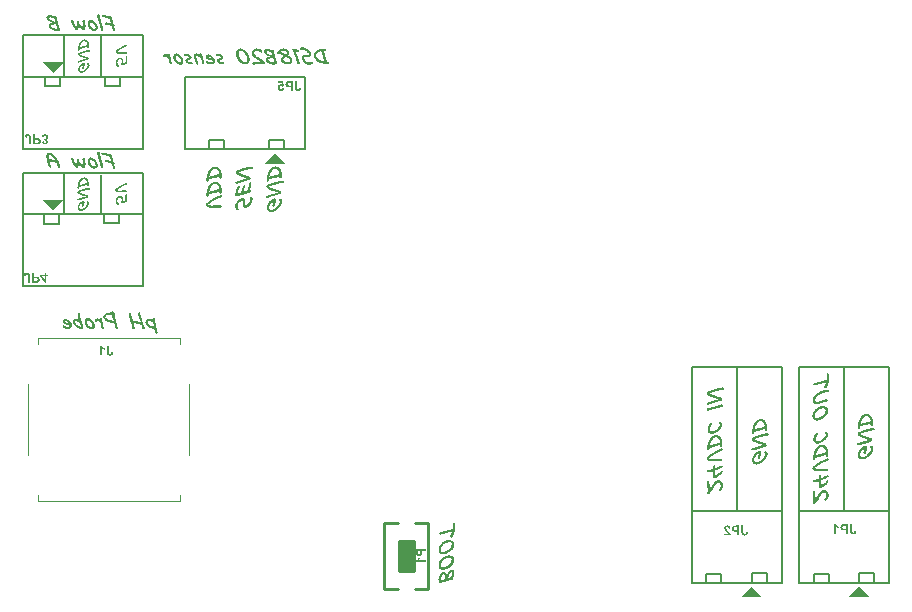
<source format=gbo>
G04*
G04 #@! TF.GenerationSoftware,Altium Limited,Altium Designer,20.2.7 (254)*
G04*
G04 Layer_Color=32896*
%FSLAX25Y25*%
%MOIN*%
G70*
G04*
G04 #@! TF.SameCoordinates,2A94134D-DB51-4003-A73D-B3C5D03A2459*
G04*
G04*
G04 #@! TF.FilePolarity,Positive*
G04*
G01*
G75*
%ADD12C,0.01000*%
%ADD15C,0.00394*%
%ADD87C,0.00700*%
%ADD88R,0.05000X0.10000*%
G36*
X250777Y326446D02*
X257877Y326446D01*
X254377Y322946D01*
X254377Y322846D01*
X250777Y326446D01*
D02*
G37*
G36*
X250978Y372352D02*
X258078Y372352D01*
X254578Y368852D01*
X254578Y368752D01*
X250978Y372352D01*
D02*
G37*
G36*
X332015Y338357D02*
X324915D01*
X328415Y341857D01*
Y341957D01*
X332015Y338357D01*
D02*
G37*
G36*
X490862Y193853D02*
X483762D01*
X487262Y197353D01*
Y197453D01*
X490862Y193853D01*
D02*
G37*
G36*
X526642Y193853D02*
X519542D01*
X523042Y197353D01*
Y197453D01*
X526642Y193853D01*
D02*
G37*
G36*
X477633Y263836D02*
X477742Y263814D01*
X477786Y263803D01*
X477818Y263792D01*
X477829Y263781D01*
X477840D01*
X477939Y263738D01*
X478015Y263694D01*
X478070Y263650D01*
X478092Y263639D01*
X478124Y263574D01*
X478135Y263519D01*
X478146Y263475D01*
Y263464D01*
X478157Y263410D01*
X478168Y263366D01*
Y263333D01*
X478157Y263279D01*
X478146Y263235D01*
X478124Y263213D01*
X478114Y263202D01*
X478070Y263169D01*
X478026Y263148D01*
X477993Y263126D01*
X477982D01*
X477928Y263115D01*
X477884Y263093D01*
X477851Y263082D01*
X477840D01*
X477786Y263071D01*
X477742D01*
X477709Y263060D01*
X477698D01*
X477622Y263049D01*
X477589D01*
X477578D01*
X477545D01*
X477523D01*
X477501D01*
X477414Y263038D01*
X477316Y263027D01*
X477272Y263016D01*
X477239D01*
X477217Y263005D01*
X477206D01*
X477075Y262984D01*
X476966Y262962D01*
X476922Y262951D01*
X476889D01*
X476867Y262940D01*
X476857D01*
X476736Y262918D01*
X476616Y262885D01*
X476572Y262874D01*
X476529D01*
X476507Y262863D01*
X476496D01*
X476365Y262831D01*
X476277Y262809D01*
X476223Y262798D01*
X476201Y262787D01*
X475993Y262732D01*
X475807Y262688D01*
X475643Y262645D01*
X475501Y262601D01*
X475381Y262568D01*
X475305Y262546D01*
X475250Y262536D01*
X475228Y262525D01*
X475086Y262481D01*
X474944Y262448D01*
X474834Y262415D01*
X474725Y262383D01*
X474649Y262350D01*
X474583Y262339D01*
X474539Y262317D01*
X474529D01*
X474332Y262251D01*
X474255Y262229D01*
X474179Y262208D01*
X474124Y262186D01*
X474080Y262164D01*
X474058Y262153D01*
X474048D01*
X473906Y262098D01*
X473785Y262044D01*
X473731Y262033D01*
X473698Y262011D01*
X473676Y262000D01*
X473665D01*
X473578Y261967D01*
X473545Y261956D01*
X473534D01*
X473479Y261945D01*
X473424Y261934D01*
X473381Y261923D01*
X473370D01*
X473328Y261915D01*
X473348Y261901D01*
X473370Y261880D01*
X473381Y261869D01*
X473435Y261836D01*
X473479Y261814D01*
X473512Y261792D01*
X473523Y261781D01*
X473578Y261759D01*
X473621Y261738D01*
X473643Y261727D01*
X473654Y261716D01*
X473927Y261574D01*
X474048Y261519D01*
X474157Y261464D01*
X474255Y261421D01*
X474332Y261399D01*
X474375Y261377D01*
X474397Y261366D01*
X474671Y261257D01*
X474802Y261213D01*
X474911Y261169D01*
X474999Y261137D01*
X475064Y261115D01*
X475119Y261104D01*
X475130Y261093D01*
X475392Y261005D01*
X475501Y260972D01*
X475610Y260929D01*
X475698Y260907D01*
X475764Y260885D01*
X475807Y260863D01*
X475818D01*
X476059Y260787D01*
X476168Y260754D01*
X476255Y260732D01*
X476332Y260699D01*
X476387Y260688D01*
X476430Y260666D01*
X476441D01*
X476540Y260634D01*
X476638Y260601D01*
X476715Y260568D01*
X476780Y260546D01*
X476835Y260524D01*
X476878Y260503D01*
X476900Y260492D01*
X476911D01*
X476977Y260459D01*
X477031Y260426D01*
X477119Y260371D01*
X477163Y260328D01*
X477174Y260306D01*
X477228Y260240D01*
X477272Y260186D01*
X477305Y260142D01*
X477316Y260120D01*
X477359Y260033D01*
X477381Y259945D01*
X477392Y259879D01*
Y259858D01*
X477381Y259759D01*
X477359Y259672D01*
X477327Y259628D01*
X477316Y259606D01*
X477261Y259541D01*
X477206Y259486D01*
X477174Y259453D01*
X477152Y259442D01*
X477086Y259409D01*
X477021Y259377D01*
X476977Y259366D01*
X476955Y259355D01*
X476878Y259333D01*
X476813Y259311D01*
X476769Y259300D01*
X476758D01*
X473392Y258262D01*
X472944Y258163D01*
X472911Y258142D01*
X472867Y258120D01*
X472834Y258109D01*
X472823D01*
X472780Y258098D01*
X472747D01*
X472736D01*
X472725D01*
X472670D01*
X472627Y258109D01*
X472594Y258120D01*
X472583D01*
X472539Y258142D01*
X472496Y258174D01*
X472463Y258185D01*
X472452Y258196D01*
X472386Y258273D01*
X472364Y258306D01*
X472353Y258316D01*
X472331Y258371D01*
X472321Y258415D01*
X472310Y258448D01*
Y258459D01*
X472321Y258546D01*
X472353Y258612D01*
X472375Y258655D01*
X472386Y258677D01*
X472452Y258743D01*
X472517Y258787D01*
X472572Y258808D01*
X472594Y258819D01*
X472648Y258830D01*
X472703Y258841D01*
X472747Y258863D01*
X472769D01*
X472856Y258896D01*
X472944Y258929D01*
X473009Y258940D01*
X473020Y258950D01*
X473031D01*
X473140Y258994D01*
X473239Y259016D01*
X473315Y259038D01*
X473326Y259049D01*
X473337D01*
X473446Y259082D01*
X473512Y259103D01*
X473556Y259125D01*
X473567D01*
X473654Y259158D01*
X473752Y259191D01*
X473818Y259213D01*
X473840Y259224D01*
X473851D01*
X473993Y259267D01*
X474124Y259300D01*
X474179Y259322D01*
X474222Y259333D01*
X474255Y259344D01*
X474266D01*
X474441Y259399D01*
X474517Y259420D01*
X474583Y259442D01*
X474649Y259464D01*
X474692Y259475D01*
X474714Y259486D01*
X474725D01*
X474889Y259530D01*
X475042Y259574D01*
X475097Y259595D01*
X475140Y259606D01*
X475173Y259617D01*
X475184D01*
X475337Y259661D01*
X475457Y259694D01*
X475501Y259705D01*
X475545Y259716D01*
X475556Y259727D01*
X475567D01*
X475676Y259759D01*
X475764Y259781D01*
X475818Y259803D01*
X475840D01*
X475873Y259814D01*
X475906Y259825D01*
X475949Y259836D01*
X475960D01*
X476026Y259858D01*
X476081Y259879D01*
X476124Y259890D01*
X476135D01*
X476190Y259912D01*
X476244Y259934D01*
X476263Y259944D01*
X476255Y259945D01*
X476234Y259956D01*
X476223D01*
X476146Y259967D01*
X476124Y259978D01*
X476113D01*
X476026Y260000D01*
X475698Y260087D01*
X475545Y260131D01*
X475414Y260175D01*
X475294Y260207D01*
X475195Y260229D01*
X475140Y260240D01*
X475130Y260251D01*
X475119D01*
X474780Y260360D01*
X474627Y260415D01*
X474485Y260459D01*
X474365Y260503D01*
X474266Y260535D01*
X474212Y260557D01*
X474201Y260568D01*
X474190D01*
X474015Y260634D01*
X473851Y260710D01*
X473698Y260776D01*
X473567Y260841D01*
X473457Y260896D01*
X473370Y260940D01*
X473315Y260962D01*
X473293Y260972D01*
X473140Y261060D01*
X472998Y261147D01*
X472867Y261235D01*
X472747Y261322D01*
X472659Y261388D01*
X472583Y261442D01*
X472539Y261486D01*
X472528Y261497D01*
X472474Y261552D01*
X472441Y261606D01*
X472419Y261650D01*
Y261661D01*
X472408Y261738D01*
X472397Y261803D01*
Y261869D01*
X472408Y261978D01*
X472430Y262066D01*
X472452Y262120D01*
X472463Y262142D01*
X472528Y262229D01*
X472594Y262306D01*
X472638Y262350D01*
X472659Y262361D01*
X472747Y262426D01*
X472834Y262481D01*
X472889Y262514D01*
X472900Y262525D01*
X472911D01*
X473020Y262579D01*
X473108Y262623D01*
X473173Y262645D01*
X473184Y262656D01*
X473195D01*
X473424Y262743D01*
X473523Y262787D01*
X473599Y262820D01*
X473676Y262842D01*
X473731Y262863D01*
X473763Y262874D01*
X473774D01*
X473960Y262940D01*
X474048Y262973D01*
X474124Y262995D01*
X474190Y263016D01*
X474233Y263038D01*
X474266Y263049D01*
X474277D01*
X474441Y263104D01*
X474517Y263137D01*
X474583Y263158D01*
X474627Y263169D01*
X474671Y263180D01*
X474692Y263191D01*
X474703D01*
X474845Y263246D01*
X474988Y263290D01*
X475053Y263312D01*
X475097Y263322D01*
X475130Y263333D01*
X475140D01*
X475239Y263366D01*
X475326Y263399D01*
X475403Y263410D01*
X475414Y263421D01*
X475425D01*
X475567Y263454D01*
X475698Y263486D01*
X475753Y263497D01*
X475796Y263508D01*
X475818Y263519D01*
X475829D01*
X475993Y263563D01*
X476135Y263607D01*
X476190Y263618D01*
X476234Y263629D01*
X476255Y263639D01*
X476266D01*
X476430Y263683D01*
X476572Y263705D01*
X476627Y263727D01*
X476671D01*
X476704Y263738D01*
X476715D01*
X476878Y263771D01*
X476955Y263781D01*
X477021Y263792D01*
X477064Y263803D01*
X477108Y263814D01*
X477130D01*
X477141D01*
X477272Y263836D01*
X477381Y263847D01*
X477425D01*
X477458D01*
X477469D01*
X477480D01*
X477633Y263836D01*
D02*
G37*
G36*
X477327Y258174D02*
X477414Y258153D01*
X477469Y258120D01*
X477491Y258109D01*
X477578Y258043D01*
X477643Y257967D01*
X477687Y257901D01*
X477698Y257890D01*
Y257879D01*
X477687Y257759D01*
X477665Y257661D01*
X477633Y257584D01*
X477622Y257573D01*
Y257562D01*
X477556Y257464D01*
X477480Y257398D01*
X477414Y257355D01*
X477403Y257344D01*
X477392D01*
X477195Y257300D01*
X477119Y257278D01*
X477042Y257256D01*
X476988Y257245D01*
X476944Y257234D01*
X476911Y257224D01*
X476900D01*
X476747Y257180D01*
X476616Y257147D01*
X476561Y257125D01*
X476518Y257114D01*
X476496Y257103D01*
X476485D01*
X476387Y257081D01*
X476299Y257049D01*
X476234Y257038D01*
X476223Y257027D01*
X476212D01*
X476113Y257005D01*
X476015Y256972D01*
X475971Y256961D01*
X475938Y256950D01*
X475917Y256939D01*
X475906D01*
X475785Y256896D01*
X475665Y256863D01*
X475622Y256852D01*
X475578Y256841D01*
X475556Y256830D01*
X475545D01*
X475414Y256786D01*
X475294Y256753D01*
X475250Y256743D01*
X475217Y256732D01*
X475195Y256721D01*
X475184D01*
X475053Y256688D01*
X474944Y256655D01*
X474889Y256644D01*
X474856Y256633D01*
X474834Y256622D01*
X474824D01*
X474703Y256590D01*
X474605Y256579D01*
X474550Y256557D01*
X474529D01*
X472692Y256131D01*
X472648Y256120D01*
X472627D01*
X472605D01*
X472594D01*
X472539D01*
X472496Y256131D01*
X472463Y256141D01*
X472452D01*
X472375Y256196D01*
X472342Y256218D01*
X472331Y256229D01*
X472310Y256262D01*
X472288Y256305D01*
X472277Y256327D01*
Y256338D01*
X472266Y256382D01*
Y256524D01*
X472277Y256568D01*
X472288Y256600D01*
Y256611D01*
X472310Y256666D01*
X472331Y256710D01*
X472342Y256743D01*
X472353Y256753D01*
X472386Y256797D01*
X472419Y256841D01*
X472441Y256863D01*
X472452Y256874D01*
X472506Y256907D01*
X472550Y256928D01*
X472594Y256950D01*
X472605D01*
X472747Y256983D01*
X472867Y257005D01*
X472922Y257016D01*
X472965Y257027D01*
X472987D01*
X472998D01*
X473151Y257060D01*
X473282Y257081D01*
X473326D01*
X473359Y257092D01*
X473381D01*
X473392D01*
X473523Y257114D01*
X473643Y257136D01*
X473687Y257147D01*
X473720Y257158D01*
X473741D01*
X473752D01*
X473895Y257180D01*
X474015Y257202D01*
X474058Y257213D01*
X474091Y257224D01*
X474113D01*
X474124D01*
X474233Y257256D01*
X474321Y257278D01*
X474365Y257289D01*
X474386D01*
X474474Y257311D01*
X474539Y257333D01*
X474594Y257355D01*
X474616D01*
X474692Y257387D01*
X474758Y257409D01*
X474802Y257420D01*
X474813D01*
X474867Y257442D01*
X474922Y257464D01*
X474966Y257475D01*
X474977D01*
X475206Y257540D01*
X475315Y257573D01*
X475403Y257606D01*
X475479Y257628D01*
X475534Y257650D01*
X475567Y257661D01*
X475578D01*
X475785Y257737D01*
X475884Y257770D01*
X475971Y257792D01*
X476037Y257825D01*
X476102Y257836D01*
X476135Y257857D01*
X476146D01*
X476266Y257901D01*
X476376Y257934D01*
X476441Y257956D01*
X476452Y257967D01*
X476463D01*
X476572Y258011D01*
X476660Y258043D01*
X476725Y258065D01*
X476736Y258076D01*
X476747D01*
X476846Y258109D01*
X476933Y258131D01*
X476988Y258153D01*
X477010D01*
X477097Y258174D01*
X477163Y258185D01*
X477206D01*
X477228D01*
X477327Y258174D01*
D02*
G37*
G36*
X476813Y252228D02*
X476911Y252207D01*
X476977Y252185D01*
X476988Y252174D01*
X476999D01*
X477108Y252130D01*
X477184Y252076D01*
X477239Y252032D01*
X477261Y252010D01*
X477338Y251922D01*
X477403Y251835D01*
X477436Y251769D01*
X477447Y251759D01*
Y251748D01*
X477491Y251638D01*
X477501Y251540D01*
X477512Y251463D01*
Y251442D01*
X477501Y251321D01*
X477491Y251223D01*
X477480Y251179D01*
X477469Y251146D01*
X477458Y251135D01*
Y251125D01*
X477425Y251015D01*
X477381Y250917D01*
X477348Y250840D01*
X477338Y250830D01*
Y250818D01*
X477283Y250709D01*
X477228Y250611D01*
X477206Y250567D01*
X477184Y250545D01*
X477163Y250523D01*
Y250513D01*
X477130Y250469D01*
X477108Y250425D01*
X477086Y250403D01*
X477064Y250392D01*
X477042D01*
X476977Y250327D01*
X476944Y250239D01*
X476900Y250141D01*
X476857Y250064D01*
X476813Y249988D01*
X476769Y249933D01*
X476725Y249889D01*
X476704Y249857D01*
X476693Y249846D01*
X476529Y249682D01*
X476376Y249551D01*
X476310Y249485D01*
X476255Y249441D01*
X476223Y249419D01*
X476212Y249409D01*
X476015Y249255D01*
X475917Y249179D01*
X475829Y249113D01*
X475742Y249059D01*
X475687Y249015D01*
X475643Y248993D01*
X475632Y248982D01*
X475392Y248840D01*
X475283Y248775D01*
X475184Y248709D01*
X475097Y248665D01*
X475031Y248633D01*
X474988Y248611D01*
X474977Y248600D01*
X474791Y248523D01*
X474703Y248490D01*
X474627Y248469D01*
X474561Y248447D01*
X474507Y248436D01*
X474474Y248425D01*
X474463D01*
X474277Y248392D01*
X474201Y248381D01*
X474135D01*
X474069Y248370D01*
X474026D01*
X474004D01*
X473993D01*
X473785Y248381D01*
X473687Y248403D01*
X473610Y248425D01*
X473545Y248436D01*
X473490Y248458D01*
X473457Y248469D01*
X473446D01*
X473282Y248556D01*
X473206Y248611D01*
X473140Y248654D01*
X473097Y248698D01*
X473053Y248731D01*
X473031Y248753D01*
X473020Y248764D01*
X472955Y248797D01*
X472900Y248840D01*
X472856Y248862D01*
X472845Y248873D01*
X472801Y248928D01*
X472758Y248982D01*
X472736Y249026D01*
X472725Y249037D01*
X472681Y249102D01*
X472648Y249168D01*
X472627Y249212D01*
X472616Y249234D01*
X472594Y249321D01*
X472583Y249409D01*
X472572Y249474D01*
Y249649D01*
X472583Y249758D01*
Y249857D01*
X472594Y249955D01*
Y250021D01*
X472605Y250075D01*
Y250086D01*
X472616Y250152D01*
X472627Y250206D01*
X472638Y250250D01*
Y250261D01*
X472659Y250316D01*
X472670Y250370D01*
X472681Y250414D01*
Y250425D01*
X472692Y250491D01*
X472714Y250578D01*
X472736Y250644D01*
X472747Y250655D01*
Y250665D01*
X472791Y250786D01*
X472823Y250895D01*
X472845Y250928D01*
X472856Y250961D01*
X472867Y250982D01*
Y250993D01*
X472922Y251125D01*
X472965Y251234D01*
X472987Y251278D01*
X473009Y251310D01*
X473020Y251332D01*
Y251343D01*
X473097Y251474D01*
X473162Y251584D01*
X473184Y251627D01*
X473206Y251660D01*
X473228Y251671D01*
Y251682D01*
X473315Y251791D01*
X473392Y251868D01*
X473446Y251911D01*
X473457Y251933D01*
X473468D01*
X473567Y251988D01*
X473654Y252021D01*
X473709Y252032D01*
X473720D01*
X473731D01*
X473774D01*
X473818Y252021D01*
X473851Y252010D01*
X473862Y251999D01*
X473906Y251977D01*
X473938Y251955D01*
X473960Y251944D01*
X473971Y251933D01*
X474026Y251868D01*
X474048Y251835D01*
Y251824D01*
X474069Y251780D01*
X474080Y251737D01*
Y251584D01*
X473960Y251409D01*
X473916Y251321D01*
X473873Y251256D01*
X473840Y251201D01*
X473807Y251157D01*
X473796Y251125D01*
X473785Y251114D01*
X473698Y250950D01*
X473632Y250808D01*
X473599Y250753D01*
X473589Y250709D01*
X473567Y250676D01*
Y250665D01*
X473512Y250491D01*
X473468Y250348D01*
X473446Y250283D01*
X473435Y250239D01*
X473424Y250206D01*
Y250196D01*
X473392Y250010D01*
X473381Y249922D01*
Y249846D01*
X473370Y249769D01*
Y249671D01*
X473381Y249583D01*
X473392Y249518D01*
X473403Y249474D01*
Y249463D01*
X473435Y249409D01*
X473479Y249365D01*
X473512Y249343D01*
X473523Y249332D01*
X473589Y249299D01*
X473654Y249267D01*
X473698Y249245D01*
X473720Y249234D01*
X473818Y249212D01*
X473906Y249201D01*
X473982Y249190D01*
X473993D01*
X474004D01*
X474157Y249201D01*
X474288Y249212D01*
X474332Y249223D01*
X474375D01*
X474397Y249234D01*
X474408D01*
X474550Y249267D01*
X474671Y249310D01*
X474714Y249332D01*
X474747Y249343D01*
X474769Y249354D01*
X474780D01*
X474922Y249419D01*
X475031Y249485D01*
X475086Y249507D01*
X475119Y249529D01*
X475140Y249551D01*
X475151D01*
X475283Y249638D01*
X475392Y249726D01*
X475436Y249758D01*
X475468Y249780D01*
X475490Y249791D01*
X475501Y249802D01*
X475589Y249879D01*
X475665Y249955D01*
X475720Y250010D01*
X475731Y250021D01*
X475742Y250032D01*
X475851Y250130D01*
X475938Y250228D01*
X476004Y250294D01*
X476015Y250305D01*
X476026Y250316D01*
X476124Y250425D01*
X476212Y250534D01*
X476255Y250578D01*
X476277Y250600D01*
X476288Y250622D01*
X476299Y250633D01*
X476387Y250753D01*
X476463Y250862D01*
X476496Y250895D01*
X476507Y250928D01*
X476529Y250950D01*
Y250961D01*
X476594Y251081D01*
X476638Y251179D01*
X476660Y251223D01*
X476671Y251256D01*
X476682Y251267D01*
Y251278D01*
X476725Y251387D01*
X476736Y251474D01*
X476747Y251540D01*
Y251562D01*
X476736Y251573D01*
X476725Y251584D01*
X476715Y251595D01*
X476693Y251606D01*
X476682Y251616D01*
X476671D01*
X476638Y251627D01*
X476605Y251638D01*
X476583Y251649D01*
X476572D01*
X476496Y251671D01*
X476463Y251693D01*
X476452D01*
X476387Y251748D01*
X476365Y251769D01*
X476354Y251780D01*
X476332Y251835D01*
X476321Y251890D01*
X476310Y251933D01*
Y251999D01*
X476321Y252043D01*
Y252076D01*
X476332Y252108D01*
X476354Y252141D01*
X476365Y252152D01*
X476376Y252163D01*
X476419Y252196D01*
X476463Y252207D01*
X476496Y252218D01*
X476507D01*
X476572Y252228D01*
X476627Y252239D01*
X476671D01*
X476693D01*
X476813Y252228D01*
D02*
G37*
G36*
X475632Y247966D02*
X475753Y247955D01*
X475796Y247944D01*
X475829D01*
X475851Y247933D01*
X475862D01*
X475993Y247900D01*
X476102Y247856D01*
X476146Y247835D01*
X476179Y247824D01*
X476190Y247813D01*
X476201D01*
X476310Y247758D01*
X476398Y247704D01*
X476463Y247671D01*
X476474Y247649D01*
X476485D01*
X476583Y247572D01*
X476660Y247518D01*
X476704Y247474D01*
X476725Y247452D01*
X476824Y247354D01*
X476911Y247244D01*
X476988Y247157D01*
X477042Y247070D01*
X477097Y246993D01*
X477130Y246938D01*
X477152Y246895D01*
X477163Y246884D01*
X477283Y246665D01*
X477327Y246556D01*
X477359Y246458D01*
X477392Y246370D01*
X477414Y246304D01*
X477425Y246261D01*
Y246250D01*
X477480Y245988D01*
X477501Y245867D01*
X477512Y245758D01*
X477523Y245660D01*
X477534Y245583D01*
Y245517D01*
X477556Y245233D01*
Y245091D01*
X477567Y244971D01*
Y244632D01*
X477556Y244556D01*
X477545Y244501D01*
Y244479D01*
X477534Y244392D01*
X477512Y244315D01*
X477501Y244271D01*
X477491Y244250D01*
X477458Y244173D01*
X477425Y244108D01*
X477403Y244064D01*
X477392Y244053D01*
X477338Y243998D01*
X477272Y243976D01*
X477228Y243965D01*
X477217D01*
X477206D01*
X477130Y243976D01*
X477108Y243987D01*
X477097D01*
X477021Y244020D01*
X476999Y244031D01*
X476988D01*
X476911Y244075D01*
X476889Y244097D01*
X476878D01*
X476857Y244118D01*
X476835Y244129D01*
X476824Y244140D01*
X476780Y244184D01*
X476758Y244228D01*
X476736Y244271D01*
Y244282D01*
X476725Y244348D01*
X476715Y244403D01*
X476704Y244446D01*
Y244457D01*
X476693Y244512D01*
Y244610D01*
X473282Y243747D01*
X473261Y243637D01*
X473250Y243539D01*
X473239Y243495D01*
Y243463D01*
X473228Y243441D01*
Y243430D01*
X473195Y243310D01*
X473140Y243200D01*
X473118Y243157D01*
X473097Y243124D01*
X473086Y243102D01*
X473075Y243091D01*
X473020Y243015D01*
X472965Y242971D01*
X472922Y242938D01*
X472911Y242927D01*
X472845Y242905D01*
X472791Y242894D01*
X472747Y242883D01*
X472736D01*
X472681Y242894D01*
X472638Y242905D01*
X472616Y242916D01*
X472605D01*
X472572Y242949D01*
X472539Y242993D01*
X472517Y243025D01*
X472506Y243036D01*
X472474Y243102D01*
X472463Y243167D01*
X472441Y243211D01*
Y243233D01*
X472430Y243332D01*
Y243627D01*
X472441Y243725D01*
Y243823D01*
X472452Y243944D01*
X472463Y244042D01*
Y244086D01*
X472474Y244118D01*
Y244140D01*
X472496Y244261D01*
X472506Y244370D01*
X472517Y244403D01*
X472528Y244435D01*
Y244468D01*
X472550Y244534D01*
X472572Y244599D01*
X472648Y244709D01*
X472681Y244763D01*
X472687Y244772D01*
X472670Y244752D01*
X472681Y244982D01*
X472703Y245091D01*
X472725Y245190D01*
X472736Y245266D01*
X472758Y245332D01*
X472769Y245375D01*
Y245386D01*
X472845Y245627D01*
X472889Y245736D01*
X472922Y245834D01*
X472955Y245911D01*
X472976Y245976D01*
X472987Y246020D01*
X472998Y246031D01*
X473108Y246272D01*
X473162Y246370D01*
X473217Y246468D01*
X473261Y246545D01*
X473293Y246600D01*
X473315Y246643D01*
X473326Y246654D01*
X473468Y246862D01*
X473545Y246960D01*
X473610Y247037D01*
X473676Y247102D01*
X473720Y247157D01*
X473752Y247190D01*
X473763Y247201D01*
X473960Y247376D01*
X474058Y247452D01*
X474146Y247518D01*
X474222Y247561D01*
X474277Y247605D01*
X474321Y247627D01*
X474332Y247638D01*
X474583Y247758D01*
X474703Y247813D01*
X474813Y247856D01*
X474911Y247889D01*
X474988Y247911D01*
X475031Y247933D01*
X475053D01*
X475130Y247944D01*
X475195Y247955D01*
X475250Y247966D01*
X475272D01*
X475359Y247977D01*
X475436D01*
X475479D01*
X475490D01*
X475632Y247966D01*
D02*
G37*
G36*
X477491Y243528D02*
X477556Y243495D01*
X477600Y243463D01*
X477611Y243452D01*
X477654Y243386D01*
X477676Y243310D01*
X477687Y243244D01*
Y243222D01*
X477676Y243080D01*
X477654Y242982D01*
X477622Y242916D01*
X477611Y242894D01*
X477556Y242840D01*
X477512Y242796D01*
X477480Y242774D01*
X477469Y242763D01*
X477425Y242741D01*
X477381Y242730D01*
X477370Y242719D01*
X477359D01*
X477239Y242676D01*
X477141Y242643D01*
X477097Y242621D01*
X477064Y242610D01*
X477042Y242599D01*
X477031D01*
X476900Y242545D01*
X476780Y242501D01*
X476736Y242479D01*
X476693Y242457D01*
X476671Y242446D01*
X476660D01*
X476518Y242381D01*
X476376Y242315D01*
X476321Y242293D01*
X476277Y242271D01*
X476255Y242249D01*
X476244D01*
X476091Y242173D01*
X475938Y242107D01*
X475884Y242074D01*
X475840Y242053D01*
X475807Y242042D01*
X475796Y242031D01*
X475578Y241921D01*
X475468Y241867D01*
X475359Y241823D01*
X475272Y241769D01*
X475206Y241736D01*
X475162Y241714D01*
X475140Y241703D01*
X474878Y241561D01*
X474758Y241495D01*
X474649Y241430D01*
X474550Y241375D01*
X474485Y241331D01*
X474441Y241309D01*
X474419Y241299D01*
X474168Y241135D01*
X474048Y241058D01*
X473949Y240982D01*
X473862Y240927D01*
X473785Y240872D01*
X473741Y240839D01*
X473731Y240828D01*
X473490Y240632D01*
X473381Y240544D01*
X473293Y240457D01*
X473217Y240391D01*
X473162Y240326D01*
X473118Y240293D01*
X473108Y240282D01*
X473140Y240238D01*
X473195Y240195D01*
X473228Y240162D01*
X473250Y240151D01*
X473348Y240107D01*
X473446Y240074D01*
X473479Y240063D01*
X473512Y240053D01*
X473534Y240042D01*
X473545D01*
X473676Y240020D01*
X473796Y239998D01*
X473840D01*
X473873Y239987D01*
X473895D01*
X473906D01*
X474037Y239976D01*
X474157D01*
X474201D01*
X474233D01*
X474255D01*
X474266D01*
X474452D01*
X474638D01*
X474791Y239987D01*
X474933D01*
X475042D01*
X475130Y239998D01*
X475173D01*
X475195D01*
X475337Y240009D01*
X475479Y240020D01*
X475600D01*
X475709Y240031D01*
X475796D01*
X475862Y240042D01*
X475906D01*
X475917D01*
X476026Y240053D01*
X476135D01*
X476223Y240063D01*
X476299D01*
X476365Y240074D01*
X476408D01*
X476441D01*
X476452D01*
X476529Y240085D01*
X476605D01*
X476660Y240096D01*
X476704D01*
X476758D01*
X476780D01*
X476867D01*
X476944Y240085D01*
X476999Y240074D01*
X477021D01*
X477108Y240063D01*
X477184Y240042D01*
X477228Y240020D01*
X477250Y240009D01*
X477327Y239965D01*
X477381Y239921D01*
X477425Y239878D01*
X477436Y239856D01*
X477480Y239768D01*
X477501Y239692D01*
X477512Y239626D01*
Y239593D01*
X477501Y239506D01*
X477491Y239440D01*
X477469Y239397D01*
X477458Y239386D01*
X477414Y239331D01*
X477370Y239298D01*
X477338Y239277D01*
X477327Y239265D01*
X477272Y239233D01*
X477206Y239222D01*
X477174Y239200D01*
X477152D01*
X477086Y239189D01*
X477031D01*
X476988D01*
X476977D01*
X476922D01*
X476878D01*
X476846D01*
X476835D01*
X476758Y239200D01*
X476736Y239211D01*
X476725D01*
X476693Y239222D01*
X476649D01*
X476616Y239233D01*
X476605D01*
X476550Y239244D01*
X476507D01*
X476474D01*
X476463D01*
X476299D01*
X476135D01*
X475993D01*
X475927D01*
X475884D01*
X475851D01*
X475840D01*
X475676D01*
X475523D01*
X475468Y239233D01*
X475425D01*
X475392D01*
X475381D01*
X475217D01*
X475075D01*
X475020Y239222D01*
X474977D01*
X474955D01*
X474944D01*
X474802D01*
X474682D01*
X474638D01*
X474605D01*
X474583D01*
X474572D01*
X474463D01*
X474386D01*
X474332Y239211D01*
X474310D01*
X474255D01*
X474212D01*
X474190D01*
X474058D01*
X473949Y239222D01*
X473906D01*
X473873D01*
X473851D01*
X473840D01*
X473709Y239244D01*
X473610Y239255D01*
X473567D01*
X473534Y239265D01*
X473512D01*
X473501D01*
X473392Y239287D01*
X473282Y239320D01*
X473250Y239331D01*
X473217D01*
X473195Y239342D01*
X473184D01*
X473075Y239375D01*
X472987Y239419D01*
X472922Y239440D01*
X472911Y239451D01*
X472900D01*
X472823Y239495D01*
X472747Y239528D01*
X472703Y239550D01*
X472681Y239561D01*
X472605Y239615D01*
X472539Y239659D01*
X472496Y239703D01*
X472474Y239714D01*
X472408Y239779D01*
X472364Y239856D01*
X472331Y239899D01*
X472321Y239921D01*
X472277Y240020D01*
X472255Y240107D01*
X472244Y240184D01*
Y240206D01*
X472255Y240282D01*
X472266Y240348D01*
X472277Y240391D01*
X472288Y240402D01*
X472321Y240468D01*
X472342Y240523D01*
X472364Y240555D01*
X472375Y240566D01*
X472419Y240621D01*
X472452Y240665D01*
X472474Y240686D01*
X472485Y240697D01*
X472528Y240741D01*
X472572Y240785D01*
X472594Y240818D01*
X472605Y240828D01*
X472769Y240960D01*
X472911Y241080D01*
X473042Y241189D01*
X473151Y241277D01*
X473239Y241342D01*
X473315Y241397D01*
X473359Y241430D01*
X473370Y241441D01*
X473490Y241528D01*
X473589Y241604D01*
X473676Y241659D01*
X473752Y241714D01*
X473807Y241758D01*
X473851Y241790D01*
X473873Y241801D01*
X473884Y241812D01*
X474058Y241921D01*
X474212Y242020D01*
X474277Y242064D01*
X474332Y242096D01*
X474365Y242107D01*
X474375Y242118D01*
X474572Y242228D01*
X474671Y242282D01*
X474758Y242326D01*
X474824Y242370D01*
X474878Y242402D01*
X474922Y242413D01*
X474933Y242424D01*
X475151Y242545D01*
X475261Y242588D01*
X475348Y242643D01*
X475425Y242676D01*
X475479Y242708D01*
X475523Y242719D01*
X475534Y242730D01*
X475753Y242840D01*
X475862Y242883D01*
X475949Y242927D01*
X476026Y242960D01*
X476081Y242993D01*
X476124Y243004D01*
X476135Y243015D01*
X476266Y243069D01*
X476387Y243124D01*
X476496Y243167D01*
X476583Y243211D01*
X476649Y243244D01*
X476704Y243277D01*
X476736Y243288D01*
X476747Y243299D01*
X476922Y243386D01*
X476999Y243419D01*
X477075Y243452D01*
X477130Y243474D01*
X477174Y243495D01*
X477195Y243506D01*
X477206D01*
X477283Y243528D01*
X477316D01*
X477327D01*
X477370Y243539D01*
X477392D01*
X477403D01*
X477491Y243528D01*
D02*
G37*
G36*
X474988Y237932D02*
X475064Y237899D01*
X475108Y237866D01*
X475119Y237856D01*
X475162Y237779D01*
X475173Y237702D01*
X475184Y237637D01*
Y237254D01*
X475173Y237145D01*
Y236970D01*
X476124Y237364D01*
X476288Y237429D01*
X476441Y237495D01*
X476583Y237549D01*
X476704Y237604D01*
X476802Y237637D01*
X476867Y237670D01*
X476922Y237692D01*
X476933Y237702D01*
X477053Y237757D01*
X477152Y237801D01*
X477239Y237823D01*
X477305Y237845D01*
X477359Y237856D01*
X477392Y237866D01*
X477403D01*
X477414D01*
X477501Y237856D01*
X477567Y237823D01*
X477622Y237779D01*
X477654Y237735D01*
X477676Y237692D01*
X477687Y237648D01*
Y237604D01*
X477676Y237528D01*
X477654Y237451D01*
X477589Y237342D01*
X477556Y237298D01*
X477523Y237265D01*
X477501Y237254D01*
X477491Y237244D01*
X477403Y237189D01*
X477294Y237123D01*
X477163Y237058D01*
X477031Y236992D01*
X476911Y236927D01*
X476813Y236883D01*
X476747Y236850D01*
X476736Y236839D01*
X476725D01*
X476496Y236741D01*
X476244Y236631D01*
X475982Y236533D01*
X475731Y236424D01*
X475501Y236336D01*
X475403Y236303D01*
X475315Y236271D01*
X475250Y236238D01*
X475195Y236227D01*
X475162Y236205D01*
X475151D01*
X475140Y235943D01*
X475130Y235702D01*
Y235484D01*
X475119Y235298D01*
Y235134D01*
X475108Y234992D01*
Y234773D01*
X475097Y234686D01*
Y234456D01*
X475130Y234478D01*
X475184Y234500D01*
X475305Y234577D01*
X475447Y234664D01*
X475600Y234762D01*
X475742Y234850D01*
X475862Y234926D01*
X475917Y234959D01*
X475949Y234981D01*
X475971Y235003D01*
X475982D01*
X476234Y235178D01*
X476452Y235353D01*
X476638Y235506D01*
X476780Y235648D01*
X476889Y235768D01*
X476966Y235855D01*
X477021Y235910D01*
X477031Y235932D01*
X477086Y235997D01*
X477141Y236052D01*
X477184Y236085D01*
X477228Y236118D01*
X477305Y236139D01*
X477316D01*
X477327D01*
X477414Y236129D01*
X477469Y236085D01*
X477512Y236019D01*
X477545Y235954D01*
X477567Y235888D01*
X477578Y235823D01*
Y235768D01*
X477567Y235702D01*
X477556Y235637D01*
X477491Y235484D01*
X477392Y235342D01*
X477294Y235200D01*
X477184Y235079D01*
X477086Y234981D01*
X477021Y234915D01*
X477010Y234904D01*
X476999Y234893D01*
X476780Y234697D01*
X476561Y234522D01*
X476343Y234358D01*
X476157Y234227D01*
X475982Y234107D01*
X475906Y234063D01*
X475851Y234030D01*
X475796Y233997D01*
X475764Y233975D01*
X475742Y233953D01*
X475731D01*
X475610Y233888D01*
X475490Y233822D01*
X475305Y233724D01*
X475140Y233647D01*
X475020Y233604D01*
X474933Y233571D01*
X474878Y233560D01*
X474845Y233549D01*
X474834D01*
X474769Y233560D01*
X474703Y233571D01*
X474594Y233626D01*
X474550Y233647D01*
X474517Y233669D01*
X474507Y233680D01*
X474496Y233691D01*
X474452Y233746D01*
X474419Y233801D01*
X474375Y233910D01*
X474365Y233964D01*
X474354Y233997D01*
Y234325D01*
X474365Y234467D01*
Y234773D01*
X474375Y235112D01*
Y235276D01*
X474386Y235429D01*
Y235702D01*
X474397Y235801D01*
Y235954D01*
X474179Y235877D01*
X473982Y235801D01*
X473807Y235746D01*
X473643Y235691D01*
X473501Y235648D01*
X473370Y235604D01*
X473261Y235582D01*
X473162Y235549D01*
X473086Y235538D01*
X473009Y235517D01*
X472955Y235506D01*
X472911D01*
X472878Y235495D01*
X472856D01*
X472834D01*
X472703Y235506D01*
X472605Y235549D01*
X472539Y235582D01*
X472528Y235593D01*
X472517D01*
X472452Y235681D01*
X472419Y235779D01*
Y235823D01*
X472408Y235855D01*
Y235888D01*
X472419Y235986D01*
X472430Y236063D01*
X472452Y236118D01*
X472485Y236161D01*
X472506Y236194D01*
X472528Y236227D01*
X472539Y236238D01*
X472550D01*
X472616Y236271D01*
X472692Y236293D01*
X472867Y236336D01*
X472955Y236358D01*
X473020Y236369D01*
X473064Y236380D01*
X473086D01*
X473272Y236413D01*
X473479Y236467D01*
X473709Y236522D01*
X473916Y236588D01*
X474113Y236653D01*
X474201Y236675D01*
X474277Y236708D01*
X474332Y236719D01*
X474375Y236741D01*
X474408Y236752D01*
X474419D01*
Y237462D01*
X474430Y237539D01*
X474441Y237604D01*
X474485Y237724D01*
X474507Y237757D01*
X474517Y237790D01*
X474539Y237801D01*
Y237812D01*
X474594Y237856D01*
X474649Y237888D01*
X474758Y237932D01*
X474802D01*
X474845Y237943D01*
X474867D01*
X474878D01*
X474988Y237932D01*
D02*
G37*
G36*
X476419Y232893D02*
X476638Y232839D01*
X476813Y232762D01*
X476977Y232686D01*
X477097Y232598D01*
X477184Y232522D01*
X477239Y232467D01*
X477261Y232456D01*
Y232445D01*
X477403Y232270D01*
X477512Y232074D01*
X477589Y231888D01*
X477633Y231702D01*
X477665Y231549D01*
X477676Y231418D01*
X477687Y231374D01*
Y231309D01*
X477676Y231024D01*
X477633Y230762D01*
X477578Y230521D01*
X477512Y230325D01*
X477447Y230150D01*
X477414Y230084D01*
X477392Y230030D01*
X477370Y229986D01*
X477348Y229953D01*
X477338Y229931D01*
Y229920D01*
X477272Y229822D01*
X477206Y229724D01*
X477141Y229647D01*
X477075Y229581D01*
X476955Y229472D01*
X476846Y229407D01*
X476747Y229363D01*
X476671Y229341D01*
X476627Y229330D01*
X476605D01*
X476550Y229341D01*
X476496Y229352D01*
X476419Y229396D01*
X476365Y229429D01*
X476343Y229450D01*
X476277Y229549D01*
X476244Y229647D01*
X476234Y229713D01*
Y229735D01*
X476244Y229789D01*
X476255Y229844D01*
X476321Y229931D01*
X476376Y229997D01*
X476387Y230008D01*
X476398Y230019D01*
X476507Y230117D01*
X476594Y230226D01*
X476671Y230314D01*
X476725Y230401D01*
X476769Y230478D01*
X476802Y230533D01*
X476824Y230576D01*
Y230587D01*
X476867Y230696D01*
X476889Y230817D01*
X476911Y230926D01*
X476933Y231024D01*
Y231101D01*
X476944Y231177D01*
Y231232D01*
X476933Y231363D01*
X476911Y231483D01*
X476867Y231582D01*
X476835Y231669D01*
X476791Y231735D01*
X476747Y231789D01*
X476725Y231822D01*
X476715Y231833D01*
X476627Y231921D01*
X476540Y231975D01*
X476441Y232019D01*
X476365Y232052D01*
X476288Y232074D01*
X476234Y232084D01*
X476190D01*
X476179D01*
X476048Y232074D01*
X475917Y232030D01*
X475796Y231975D01*
X475687Y231910D01*
X475589Y231844D01*
X475523Y231789D01*
X475479Y231746D01*
X475457Y231735D01*
X475381Y231658D01*
X475315Y231571D01*
X475228Y231472D01*
X475151Y231363D01*
X474999Y231134D01*
X474845Y230882D01*
X474714Y230664D01*
X474660Y230554D01*
X474616Y230467D01*
X474572Y230401D01*
X474539Y230336D01*
X474529Y230303D01*
X474517Y230292D01*
X474343Y229964D01*
X474168Y229680D01*
X474015Y229439D01*
X473862Y229232D01*
X473807Y229144D01*
X473741Y229068D01*
X473698Y229002D01*
X473654Y228959D01*
X473610Y228915D01*
X473589Y228882D01*
X473578Y228871D01*
X473567Y228860D01*
X473479Y228773D01*
X473392Y228696D01*
X473239Y228565D01*
X473097Y228478D01*
X472976Y228412D01*
X472878Y228379D01*
X472813Y228357D01*
X472758Y228346D01*
X472747D01*
X472670Y228357D01*
X472605Y228390D01*
X472561Y228423D01*
X472550Y228434D01*
X472517Y228500D01*
X472496Y228576D01*
X472485Y228620D01*
Y228642D01*
X472496Y228762D01*
X472517Y228860D01*
Y228904D01*
X472528Y228937D01*
X472539Y228948D01*
Y228959D01*
X472583Y229144D01*
X472594Y229232D01*
X472605Y229308D01*
X472616Y229374D01*
Y229461D01*
X472605Y229888D01*
X472594Y230095D01*
X472583Y230281D01*
X472572Y230434D01*
X472561Y230511D01*
Y230609D01*
X472550Y230642D01*
Y230675D01*
X472528Y230904D01*
X472506Y231123D01*
X472474Y231298D01*
X472452Y231462D01*
X472430Y231582D01*
X472419Y231669D01*
X472397Y231724D01*
Y231746D01*
X472375Y231866D01*
X472353Y231964D01*
X472342Y232052D01*
X472331Y232117D01*
X472321Y232172D01*
Y232238D01*
X472342Y232347D01*
X472375Y232434D01*
X472408Y232511D01*
X472430Y232522D01*
Y232533D01*
X472463Y232587D01*
X472506Y232631D01*
X472539Y232653D01*
X472572Y232675D01*
X472627Y232697D01*
X472648D01*
X472736Y232686D01*
X472813Y232664D01*
X472856Y232642D01*
X472878Y232631D01*
X472955Y232576D01*
X473009Y232522D01*
X473042Y232489D01*
X473053Y232467D01*
X473075Y232423D01*
X473097Y232358D01*
X473140Y232194D01*
X473151Y232117D01*
X473162Y232052D01*
X473173Y232019D01*
Y231997D01*
X473195Y231844D01*
X473217Y231680D01*
X473239Y231505D01*
X473261Y231330D01*
X473272Y231166D01*
X473282Y231046D01*
X473293Y230992D01*
Y230926D01*
X473315Y230685D01*
X473337Y230478D01*
X473348Y230303D01*
Y230172D01*
X473359Y230073D01*
Y229778D01*
X473348Y229713D01*
Y229691D01*
X473435Y229833D01*
X473512Y229986D01*
X473599Y230139D01*
X473676Y230281D01*
X473731Y230412D01*
X473785Y230521D01*
X473818Y230587D01*
X473829Y230598D01*
Y230609D01*
X473949Y230849D01*
X474058Y231068D01*
X474168Y231265D01*
X474277Y231451D01*
X474386Y231614D01*
X474474Y231768D01*
X474572Y231899D01*
X474649Y232008D01*
X474725Y232117D01*
X474791Y232194D01*
X474856Y232270D01*
X474900Y232325D01*
X474944Y232369D01*
X474977Y232401D01*
X474988Y232412D01*
X474999Y232423D01*
X475097Y232511D01*
X475206Y232587D01*
X475414Y232708D01*
X475610Y232795D01*
X475796Y232850D01*
X475960Y232893D01*
X476081Y232904D01*
X476124Y232915D01*
X476157D01*
X476179D01*
X476190D01*
X476310D01*
X476419Y232893D01*
D02*
G37*
G36*
X525803Y255053D02*
X525923Y255042D01*
X525967Y255031D01*
X526000D01*
X526022Y255020D01*
X526033D01*
X526164Y254987D01*
X526273Y254943D01*
X526317Y254922D01*
X526349Y254911D01*
X526361Y254900D01*
X526371D01*
X526481Y254845D01*
X526568Y254790D01*
X526634Y254758D01*
X526645Y254736D01*
X526656D01*
X526754Y254659D01*
X526830Y254605D01*
X526874Y254561D01*
X526896Y254539D01*
X526994Y254441D01*
X527082Y254331D01*
X527158Y254244D01*
X527213Y254156D01*
X527268Y254080D01*
X527301Y254025D01*
X527322Y253982D01*
X527333Y253971D01*
X527454Y253752D01*
X527497Y253643D01*
X527530Y253544D01*
X527563Y253457D01*
X527585Y253391D01*
X527596Y253348D01*
Y253337D01*
X527650Y253074D01*
X527672Y252954D01*
X527683Y252845D01*
X527694Y252747D01*
X527705Y252670D01*
Y252604D01*
X527727Y252320D01*
Y252178D01*
X527738Y252058D01*
Y251719D01*
X527727Y251643D01*
X527716Y251588D01*
Y251566D01*
X527705Y251479D01*
X527683Y251402D01*
X527672Y251358D01*
X527661Y251337D01*
X527628Y251260D01*
X527596Y251194D01*
X527574Y251151D01*
X527563Y251140D01*
X527508Y251085D01*
X527443Y251063D01*
X527399Y251052D01*
X527388D01*
X527377D01*
X527301Y251063D01*
X527279Y251074D01*
X527268D01*
X527191Y251107D01*
X527169Y251118D01*
X527158D01*
X527082Y251162D01*
X527060Y251184D01*
X527049D01*
X527027Y251205D01*
X527005Y251216D01*
X526994Y251227D01*
X526951Y251271D01*
X526929Y251315D01*
X526907Y251358D01*
Y251369D01*
X526896Y251435D01*
X526885Y251489D01*
X526874Y251533D01*
Y251544D01*
X526863Y251599D01*
Y251697D01*
X523453Y250834D01*
X523431Y250724D01*
X523420Y250626D01*
X523409Y250582D01*
Y250550D01*
X523398Y250528D01*
Y250517D01*
X523366Y250396D01*
X523311Y250287D01*
X523289Y250243D01*
X523267Y250211D01*
X523256Y250189D01*
X523245Y250178D01*
X523191Y250101D01*
X523136Y250058D01*
X523092Y250025D01*
X523081Y250014D01*
X523016Y249992D01*
X522961Y249981D01*
X522918Y249970D01*
X522907D01*
X522852Y249981D01*
X522808Y249992D01*
X522786Y250003D01*
X522775D01*
X522743Y250036D01*
X522710Y250080D01*
X522688Y250112D01*
X522677Y250123D01*
X522644Y250189D01*
X522633Y250254D01*
X522612Y250298D01*
Y250320D01*
X522601Y250418D01*
Y250713D01*
X522612Y250812D01*
Y250910D01*
X522622Y251030D01*
X522633Y251129D01*
Y251173D01*
X522644Y251205D01*
Y251227D01*
X522666Y251347D01*
X522677Y251457D01*
X522688Y251489D01*
X522699Y251522D01*
Y251555D01*
X522721Y251621D01*
X522743Y251686D01*
X522819Y251796D01*
X522852Y251850D01*
X522857Y251858D01*
X522841Y251839D01*
X522852Y252069D01*
X522874Y252178D01*
X522896Y252276D01*
X522907Y252353D01*
X522928Y252419D01*
X522939Y252462D01*
Y252473D01*
X523016Y252714D01*
X523060Y252823D01*
X523092Y252921D01*
X523125Y252998D01*
X523147Y253064D01*
X523158Y253107D01*
X523169Y253118D01*
X523278Y253359D01*
X523333Y253457D01*
X523387Y253555D01*
X523431Y253632D01*
X523464Y253686D01*
X523486Y253730D01*
X523497Y253741D01*
X523639Y253949D01*
X523715Y254047D01*
X523781Y254124D01*
X523847Y254189D01*
X523890Y254244D01*
X523923Y254277D01*
X523934Y254288D01*
X524131Y254463D01*
X524229Y254539D01*
X524317Y254605D01*
X524393Y254648D01*
X524448Y254692D01*
X524491Y254714D01*
X524502Y254725D01*
X524754Y254845D01*
X524874Y254900D01*
X524983Y254943D01*
X525082Y254976D01*
X525158Y254998D01*
X525202Y255020D01*
X525224D01*
X525300Y255031D01*
X525366Y255042D01*
X525421Y255053D01*
X525442D01*
X525530Y255064D01*
X525606D01*
X525650D01*
X525661D01*
X525803Y255053D01*
D02*
G37*
G36*
X527803Y250320D02*
X527913Y250298D01*
X527956Y250287D01*
X527989Y250276D01*
X528000Y250265D01*
X528011D01*
X528109Y250222D01*
X528186Y250178D01*
X528240Y250134D01*
X528262Y250123D01*
X528295Y250058D01*
X528306Y250003D01*
X528317Y249959D01*
Y249948D01*
X528328Y249894D01*
X528339Y249850D01*
Y249817D01*
X528328Y249763D01*
X528317Y249719D01*
X528295Y249697D01*
X528284Y249686D01*
X528240Y249653D01*
X528197Y249631D01*
X528164Y249610D01*
X528153D01*
X528098Y249599D01*
X528055Y249577D01*
X528022Y249566D01*
X528011D01*
X527956Y249555D01*
X527913D01*
X527880Y249544D01*
X527869D01*
X527792Y249533D01*
X527760D01*
X527749D01*
X527716D01*
X527694D01*
X527672D01*
X527585Y249522D01*
X527486Y249511D01*
X527443Y249500D01*
X527410D01*
X527388Y249489D01*
X527377D01*
X527246Y249467D01*
X527137Y249446D01*
X527093Y249435D01*
X527060D01*
X527038Y249424D01*
X527027D01*
X526907Y249402D01*
X526787Y249369D01*
X526743Y249358D01*
X526699D01*
X526677Y249347D01*
X526666D01*
X526535Y249314D01*
X526448Y249293D01*
X526393Y249282D01*
X526371Y249271D01*
X526164Y249216D01*
X525978Y249172D01*
X525814Y249129D01*
X525672Y249085D01*
X525552Y249052D01*
X525475Y249030D01*
X525421Y249019D01*
X525399Y249008D01*
X525256Y248965D01*
X525114Y248932D01*
X525005Y248899D01*
X524896Y248866D01*
X524819Y248834D01*
X524754Y248823D01*
X524710Y248801D01*
X524699D01*
X524502Y248735D01*
X524426Y248713D01*
X524349Y248692D01*
X524295Y248670D01*
X524251Y248648D01*
X524229Y248637D01*
X524218D01*
X524076Y248582D01*
X523956Y248528D01*
X523901Y248517D01*
X523868Y248495D01*
X523847Y248484D01*
X523836D01*
X523748Y248451D01*
X523715Y248440D01*
X523704D01*
X523650Y248429D01*
X523595Y248418D01*
X523552Y248407D01*
X523540D01*
X523498Y248399D01*
X523519Y248385D01*
X523540Y248364D01*
X523552Y248353D01*
X523606Y248320D01*
X523650Y248298D01*
X523683Y248276D01*
X523694Y248265D01*
X523748Y248243D01*
X523792Y248221D01*
X523814Y248211D01*
X523825Y248200D01*
X524098Y248058D01*
X524218Y248003D01*
X524328Y247948D01*
X524426Y247904D01*
X524502Y247883D01*
X524546Y247861D01*
X524568Y247850D01*
X524841Y247741D01*
X524972Y247697D01*
X525082Y247653D01*
X525169Y247620D01*
X525235Y247599D01*
X525289Y247587D01*
X525300Y247577D01*
X525563Y247489D01*
X525672Y247456D01*
X525781Y247413D01*
X525869Y247391D01*
X525934Y247369D01*
X525978Y247347D01*
X525989D01*
X526229Y247271D01*
X526339Y247238D01*
X526426Y247216D01*
X526503Y247183D01*
X526557Y247172D01*
X526601Y247150D01*
X526612D01*
X526710Y247117D01*
X526809Y247085D01*
X526885Y247052D01*
X526951Y247030D01*
X527005Y247008D01*
X527049Y246986D01*
X527071Y246975D01*
X527082D01*
X527147Y246943D01*
X527202Y246910D01*
X527289Y246855D01*
X527333Y246812D01*
X527344Y246790D01*
X527399Y246724D01*
X527443Y246669D01*
X527475Y246626D01*
X527486Y246604D01*
X527530Y246516D01*
X527552Y246429D01*
X527563Y246363D01*
Y246341D01*
X527552Y246243D01*
X527530Y246156D01*
X527497Y246112D01*
X527486Y246090D01*
X527432Y246024D01*
X527377Y245970D01*
X527344Y245937D01*
X527322Y245926D01*
X527257Y245893D01*
X527191Y245861D01*
X527147Y245850D01*
X527126Y245839D01*
X527049Y245817D01*
X526983Y245795D01*
X526940Y245784D01*
X526929D01*
X523562Y244746D01*
X523114Y244647D01*
X523081Y244625D01*
X523038Y244604D01*
X523005Y244593D01*
X522994D01*
X522950Y244582D01*
X522918D01*
X522907D01*
X522896D01*
X522841D01*
X522797Y244593D01*
X522764Y244604D01*
X522754D01*
X522710Y244625D01*
X522666Y244658D01*
X522633Y244669D01*
X522622Y244680D01*
X522557Y244757D01*
X522535Y244789D01*
X522524Y244800D01*
X522502Y244855D01*
X522491Y244899D01*
X522480Y244932D01*
Y244942D01*
X522491Y245030D01*
X522524Y245095D01*
X522546Y245139D01*
X522557Y245161D01*
X522622Y245227D01*
X522688Y245270D01*
X522743Y245292D01*
X522764Y245303D01*
X522819Y245314D01*
X522874Y245325D01*
X522918Y245347D01*
X522939D01*
X523027Y245380D01*
X523114Y245412D01*
X523180Y245423D01*
X523191Y245434D01*
X523202D01*
X523311Y245478D01*
X523409Y245500D01*
X523486Y245522D01*
X523497Y245533D01*
X523508D01*
X523617Y245566D01*
X523683Y245587D01*
X523726Y245609D01*
X523737D01*
X523825Y245642D01*
X523923Y245675D01*
X523989Y245697D01*
X524011Y245708D01*
X524021D01*
X524163Y245751D01*
X524295Y245784D01*
X524349Y245806D01*
X524393Y245817D01*
X524426Y245828D01*
X524437D01*
X524612Y245883D01*
X524688Y245904D01*
X524754Y245926D01*
X524819Y245948D01*
X524863Y245959D01*
X524885Y245970D01*
X524896D01*
X525060Y246014D01*
X525213Y246057D01*
X525268Y246079D01*
X525311Y246090D01*
X525344Y246101D01*
X525355D01*
X525508Y246145D01*
X525628Y246178D01*
X525672Y246188D01*
X525716Y246199D01*
X525727Y246210D01*
X525737D01*
X525847Y246243D01*
X525934Y246265D01*
X525989Y246287D01*
X526011D01*
X526044Y246298D01*
X526076Y246309D01*
X526120Y246320D01*
X526131D01*
X526196Y246341D01*
X526251Y246363D01*
X526295Y246374D01*
X526306D01*
X526361Y246396D01*
X526415Y246418D01*
X526434Y246427D01*
X526426Y246429D01*
X526404Y246440D01*
X526393D01*
X526317Y246451D01*
X526295Y246462D01*
X526284D01*
X526196Y246484D01*
X525869Y246571D01*
X525716Y246615D01*
X525584Y246658D01*
X525464Y246691D01*
X525366Y246713D01*
X525311Y246724D01*
X525300Y246735D01*
X525289D01*
X524951Y246844D01*
X524797Y246899D01*
X524655Y246943D01*
X524535Y246986D01*
X524437Y247019D01*
X524382Y247041D01*
X524371Y247052D01*
X524360D01*
X524185Y247117D01*
X524021Y247194D01*
X523868Y247260D01*
X523737Y247325D01*
X523628Y247380D01*
X523540Y247424D01*
X523486Y247445D01*
X523464Y247456D01*
X523311Y247544D01*
X523169Y247631D01*
X523038Y247719D01*
X522918Y247806D01*
X522830Y247872D01*
X522754Y247926D01*
X522710Y247970D01*
X522699Y247981D01*
X522644Y248036D01*
X522612Y248090D01*
X522590Y248134D01*
Y248145D01*
X522579Y248221D01*
X522568Y248287D01*
Y248353D01*
X522579Y248462D01*
X522601Y248549D01*
X522622Y248604D01*
X522633Y248626D01*
X522699Y248713D01*
X522764Y248790D01*
X522808Y248834D01*
X522830Y248845D01*
X522918Y248910D01*
X523005Y248965D01*
X523060Y248997D01*
X523070Y249008D01*
X523081D01*
X523191Y249063D01*
X523278Y249107D01*
X523344Y249129D01*
X523355Y249140D01*
X523366D01*
X523595Y249227D01*
X523694Y249271D01*
X523770Y249304D01*
X523847Y249325D01*
X523901Y249347D01*
X523934Y249358D01*
X523945D01*
X524131Y249424D01*
X524218Y249457D01*
X524295Y249478D01*
X524360Y249500D01*
X524404Y249522D01*
X524437Y249533D01*
X524448D01*
X524612Y249588D01*
X524688Y249621D01*
X524754Y249642D01*
X524797Y249653D01*
X524841Y249664D01*
X524863Y249675D01*
X524874D01*
X525016Y249730D01*
X525158Y249774D01*
X525224Y249795D01*
X525268Y249806D01*
X525300Y249817D01*
X525311D01*
X525410Y249850D01*
X525497Y249883D01*
X525573Y249894D01*
X525584Y249905D01*
X525595D01*
X525737Y249938D01*
X525869Y249970D01*
X525923Y249981D01*
X525967Y249992D01*
X525989Y250003D01*
X526000D01*
X526164Y250047D01*
X526306Y250091D01*
X526361Y250101D01*
X526404Y250112D01*
X526426Y250123D01*
X526437D01*
X526601Y250167D01*
X526743Y250189D01*
X526798Y250211D01*
X526841D01*
X526874Y250222D01*
X526885D01*
X527049Y250254D01*
X527126Y250265D01*
X527191Y250276D01*
X527235Y250287D01*
X527279Y250298D01*
X527301D01*
X527311D01*
X527443Y250320D01*
X527552Y250331D01*
X527596D01*
X527628D01*
X527639D01*
X527650D01*
X527803Y250320D01*
D02*
G37*
G36*
X525355Y244385D02*
X525431Y244374D01*
X525475Y244363D01*
X525497Y244352D01*
X525573Y244320D01*
X525639Y244276D01*
X525683Y244243D01*
X525694Y244232D01*
X525748Y244166D01*
X525792Y244101D01*
X525814Y244057D01*
X525825Y244046D01*
Y244035D01*
X525847Y243948D01*
X525869Y243871D01*
Y243784D01*
X525858Y243686D01*
X525847Y243587D01*
X525836Y243554D01*
Y243522D01*
X525825Y243500D01*
Y243489D01*
X525792Y243369D01*
X525759Y243270D01*
X525737Y243205D01*
X525727Y243194D01*
Y243183D01*
X525683Y243073D01*
X525650Y242975D01*
X525628Y242931D01*
X525617Y242910D01*
X525606Y242888D01*
Y242877D01*
X525584Y242822D01*
X525563Y242789D01*
X525541Y242735D01*
X525530Y242713D01*
Y242680D01*
X525519Y242658D01*
X525508Y242636D01*
Y242625D01*
X525497Y242571D01*
X525486Y242560D01*
Y242549D01*
X525475Y242505D01*
X525464Y242494D01*
Y242483D01*
X525453Y242461D01*
X525442Y242396D01*
Y242319D01*
X525431Y242265D01*
Y242243D01*
X525421Y242155D01*
X525399Y242079D01*
X525377Y242024D01*
X525366Y242013D01*
Y242002D01*
X525322Y241915D01*
X525278Y241849D01*
X525246Y241806D01*
X525224Y241784D01*
X525136Y241729D01*
X525049Y241696D01*
X524983Y241685D01*
X524961D01*
X524951D01*
X524885D01*
X524841Y241696D01*
X524797Y241707D01*
X524787D01*
X524732Y241729D01*
X524688Y241762D01*
X524655Y241773D01*
X524645Y241784D01*
X524579Y241871D01*
X524557Y241904D01*
X524546Y241915D01*
X524524Y241969D01*
X524513Y242024D01*
Y242079D01*
X524524Y242144D01*
X524535Y242155D01*
Y242166D01*
X524557Y242221D01*
X524568Y242243D01*
X524590Y242297D01*
X524601Y242319D01*
X524623Y242363D01*
Y242374D01*
X524634Y242418D01*
X524645Y242461D01*
X524666Y242505D01*
Y242516D01*
X524699Y242603D01*
X524732Y242680D01*
X524743Y242735D01*
X524754Y242745D01*
Y242757D01*
X524787Y242866D01*
X524819Y242964D01*
X524830Y243008D01*
X524841Y243030D01*
X524852Y243052D01*
Y243062D01*
X524896Y243183D01*
X524929Y243281D01*
X524951Y243336D01*
X524961Y243358D01*
X524994Y243445D01*
X525016Y243522D01*
X525038Y243565D01*
Y243576D01*
X525040Y243583D01*
X524830Y243478D01*
X524721Y243401D01*
X524612Y243336D01*
X524524Y243281D01*
X524459Y243237D01*
X524415Y243205D01*
X524404Y243194D01*
X524295Y243095D01*
X524185Y243008D01*
X524098Y242910D01*
X524021Y242822D01*
X523956Y242757D01*
X523912Y242702D01*
X523879Y242658D01*
X523868Y242647D01*
X523803Y242527D01*
X523748Y242429D01*
X523704Y242352D01*
X523694Y242341D01*
Y242330D01*
X523628Y242221D01*
X523584Y242133D01*
X523540Y242057D01*
X523530Y242046D01*
Y242035D01*
X523486Y241926D01*
X523453Y241838D01*
X523431Y241773D01*
X523420Y241762D01*
Y241751D01*
X523398Y241664D01*
X523387Y241587D01*
X523377Y241532D01*
Y241510D01*
X523387Y241423D01*
X523398Y241347D01*
X523409Y241292D01*
X523420Y241281D01*
Y241270D01*
X523431Y241194D01*
Y241139D01*
X523409Y241106D01*
X523398Y241095D01*
X523497Y241019D01*
X523584Y240953D01*
X523661Y240898D01*
X523726Y240855D01*
X523770Y240822D01*
X523803Y240800D01*
X523825Y240778D01*
X523836D01*
X523956Y240723D01*
X524076Y240691D01*
X524131D01*
X524174Y240680D01*
X524196D01*
X524207D01*
X524317Y240691D01*
X524415Y240702D01*
X524524Y240723D01*
X524612Y240745D01*
X524688Y240767D01*
X524743Y240778D01*
X524787Y240800D01*
X524797D01*
X525027Y240898D01*
X525125Y240953D01*
X525224Y241008D01*
X525300Y241051D01*
X525355Y241095D01*
X525399Y241117D01*
X525410Y241128D01*
X525628Y241303D01*
X525727Y241379D01*
X525825Y241456D01*
X525890Y241521D01*
X525956Y241576D01*
X525989Y241609D01*
X526000Y241620D01*
X526196Y241827D01*
X526284Y241915D01*
X526361Y242002D01*
X526415Y242079D01*
X526470Y242133D01*
X526492Y242177D01*
X526503Y242188D01*
X526666Y242407D01*
X526732Y242516D01*
X526787Y242603D01*
X526830Y242680D01*
X526863Y242735D01*
X526885Y242778D01*
X526896Y242789D01*
X526994Y243008D01*
X527038Y243106D01*
X527071Y243194D01*
X527093Y243259D01*
X527104Y243314D01*
X527115Y243347D01*
Y243445D01*
X527104Y243489D01*
X527093Y243511D01*
X527082Y243532D01*
X527071Y243543D01*
X527005Y243620D01*
X526972Y243653D01*
X526962Y243664D01*
X526918Y243718D01*
X526874Y243762D01*
X526841Y243795D01*
X526830Y243806D01*
X526798Y243882D01*
X526787Y243948D01*
X526776Y244003D01*
Y244024D01*
X526787Y244090D01*
Y244123D01*
X526798Y244145D01*
X526820Y244166D01*
X526885Y244199D01*
X526925Y244206D01*
X526951Y244232D01*
X526972Y244254D01*
X526983D01*
X527038Y244276D01*
X527071Y244287D01*
X527093D01*
X527147Y244298D01*
X527191Y244308D01*
X527224D01*
X527235D01*
X527344Y244298D01*
X527432Y244265D01*
X527486Y244232D01*
X527508Y244221D01*
X527596Y244156D01*
X527661Y244090D01*
X527705Y244046D01*
X527716Y244035D01*
Y244024D01*
X527770Y243926D01*
X527814Y243839D01*
X527836Y243773D01*
X527847Y243762D01*
Y243751D01*
X527869Y243642D01*
X527891Y243543D01*
Y243445D01*
X527880Y243303D01*
X527869Y243183D01*
X527858Y243139D01*
X527847Y243095D01*
X527836Y243073D01*
Y243062D01*
X527792Y242920D01*
X527749Y242800D01*
X527727Y242745D01*
X527705Y242713D01*
X527694Y242691D01*
Y242680D01*
X527628Y242549D01*
X527563Y242429D01*
X527541Y242374D01*
X527519Y242341D01*
X527497Y242319D01*
Y242308D01*
X527421Y242188D01*
X527355Y242079D01*
X527322Y242035D01*
X527311Y242002D01*
X527289Y241991D01*
Y241980D01*
X527158Y241795D01*
X527093Y241707D01*
X527027Y241631D01*
X526972Y241576D01*
X526929Y241521D01*
X526907Y241489D01*
X526896Y241478D01*
X526732Y241292D01*
X526645Y241215D01*
X526579Y241139D01*
X526513Y241073D01*
X526459Y241030D01*
X526426Y240997D01*
X526415Y240986D01*
X526218Y240822D01*
X526131Y240745D01*
X526044Y240680D01*
X525978Y240625D01*
X525912Y240581D01*
X525880Y240560D01*
X525869Y240549D01*
X525661Y240406D01*
X525563Y240352D01*
X525475Y240297D01*
X525399Y240253D01*
X525344Y240232D01*
X525300Y240210D01*
X525289Y240199D01*
X525071Y240101D01*
X524972Y240057D01*
X524885Y240024D01*
X524819Y239991D01*
X524765Y239980D01*
X524721Y239958D01*
X524710D01*
X524502Y239915D01*
X524404Y239904D01*
X524328Y239893D01*
X524251Y239882D01*
X524196D01*
X524163D01*
X524153D01*
X523978Y239893D01*
X523890Y239904D01*
X523825Y239915D01*
X523770Y239926D01*
X523726Y239936D01*
X523694Y239948D01*
X523683D01*
X523530Y240013D01*
X523409Y240079D01*
X523355Y240101D01*
X523322Y240122D01*
X523300Y240144D01*
X523289D01*
X523169Y240243D01*
X523070Y240341D01*
X523027Y240374D01*
X522994Y240406D01*
X522983Y240428D01*
X522972Y240439D01*
X522885Y240581D01*
X522819Y240702D01*
X522786Y240745D01*
X522764Y240789D01*
X522754Y240811D01*
Y240822D01*
X522721Y240877D01*
X522710Y240887D01*
Y240898D01*
X522688Y240986D01*
X522677Y241019D01*
Y241030D01*
X522666Y241084D01*
Y241139D01*
X522655Y241182D01*
Y241194D01*
X522644Y241270D01*
Y241499D01*
X522655Y241554D01*
Y241609D01*
X522677Y241674D01*
X522688Y241740D01*
X522699Y241784D01*
Y241795D01*
X522721Y241860D01*
X522732Y241926D01*
X522743Y241969D01*
Y241980D01*
X522754Y242013D01*
X522764Y242024D01*
X522786Y242035D01*
X522797D01*
Y242024D01*
X522852Y242079D01*
X522885Y242232D01*
X522939Y242374D01*
X522983Y242505D01*
X523038Y242625D01*
X523081Y242724D01*
X523114Y242789D01*
X523136Y242844D01*
X523147Y242855D01*
X523235Y242986D01*
X523322Y243106D01*
X523398Y243227D01*
X523486Y243314D01*
X523552Y243401D01*
X523606Y243456D01*
X523639Y243500D01*
X523650Y243511D01*
X523759Y243620D01*
X523868Y243718D01*
X523967Y243817D01*
X524065Y243893D01*
X524153Y243948D01*
X524218Y243992D01*
X524262Y244024D01*
X524273Y244035D01*
X524546Y244177D01*
X524677Y244232D01*
X524797Y244287D01*
X524896Y244320D01*
X524972Y244341D01*
X525027Y244363D01*
X525049D01*
X525125Y244385D01*
X525147D01*
X525158D01*
X525235Y244396D01*
X525256D01*
X525268D01*
X525355Y244385D01*
D02*
G37*
G36*
X490527Y253320D02*
X490648Y253309D01*
X490691Y253299D01*
X490724D01*
X490746Y253288D01*
X490757D01*
X490888Y253255D01*
X490997Y253211D01*
X491041Y253189D01*
X491074Y253178D01*
X491085Y253167D01*
X491096D01*
X491205Y253113D01*
X491292Y253058D01*
X491358Y253025D01*
X491369Y253004D01*
X491380D01*
X491478Y252927D01*
X491555Y252872D01*
X491599Y252829D01*
X491620Y252807D01*
X491719Y252708D01*
X491806Y252599D01*
X491883Y252512D01*
X491937Y252424D01*
X491992Y252348D01*
X492025Y252293D01*
X492047Y252249D01*
X492058Y252238D01*
X492178Y252020D01*
X492222Y251910D01*
X492254Y251812D01*
X492287Y251725D01*
X492309Y251659D01*
X492320Y251615D01*
Y251604D01*
X492375Y251342D01*
X492396Y251222D01*
X492407Y251113D01*
X492418Y251014D01*
X492429Y250938D01*
Y250872D01*
X492451Y250588D01*
Y250446D01*
X492462Y250326D01*
Y249987D01*
X492451Y249910D01*
X492440Y249856D01*
Y249834D01*
X492429Y249746D01*
X492407Y249670D01*
X492396Y249626D01*
X492385Y249604D01*
X492353Y249528D01*
X492320Y249462D01*
X492298Y249418D01*
X492287Y249408D01*
X492233Y249353D01*
X492167Y249331D01*
X492123Y249320D01*
X492112D01*
X492101D01*
X492025Y249331D01*
X492003Y249342D01*
X491992D01*
X491916Y249375D01*
X491894Y249386D01*
X491883D01*
X491806Y249429D01*
X491784Y249451D01*
X491774D01*
X491752Y249473D01*
X491730Y249484D01*
X491719Y249495D01*
X491675Y249539D01*
X491653Y249582D01*
X491631Y249626D01*
Y249637D01*
X491620Y249703D01*
X491609Y249757D01*
X491599Y249801D01*
Y249812D01*
X491588Y249867D01*
Y249965D01*
X488177Y249101D01*
X488156Y248992D01*
X488145Y248894D01*
X488134Y248850D01*
Y248817D01*
X488123Y248795D01*
Y248784D01*
X488090Y248664D01*
X488035Y248555D01*
X488014Y248511D01*
X487992Y248479D01*
X487981Y248457D01*
X487970Y248446D01*
X487915Y248369D01*
X487860Y248325D01*
X487817Y248293D01*
X487806Y248282D01*
X487740Y248260D01*
X487686Y248249D01*
X487642Y248238D01*
X487631D01*
X487576Y248249D01*
X487533Y248260D01*
X487511Y248271D01*
X487500D01*
X487467Y248304D01*
X487434Y248347D01*
X487412Y248380D01*
X487401Y248391D01*
X487369Y248457D01*
X487358Y248522D01*
X487336Y248566D01*
Y248588D01*
X487325Y248686D01*
Y248981D01*
X487336Y249080D01*
Y249178D01*
X487347Y249298D01*
X487358Y249397D01*
Y249440D01*
X487369Y249473D01*
Y249495D01*
X487391Y249615D01*
X487401Y249725D01*
X487412Y249757D01*
X487423Y249790D01*
Y249823D01*
X487445Y249888D01*
X487467Y249954D01*
X487543Y250063D01*
X487576Y250118D01*
X487582Y250126D01*
X487565Y250107D01*
X487576Y250337D01*
X487598Y250446D01*
X487620Y250544D01*
X487631Y250621D01*
X487653Y250686D01*
X487664Y250730D01*
Y250741D01*
X487740Y250981D01*
X487784Y251091D01*
X487817Y251189D01*
X487850Y251266D01*
X487872Y251331D01*
X487882Y251375D01*
X487893Y251386D01*
X488003Y251626D01*
X488057Y251725D01*
X488112Y251823D01*
X488156Y251900D01*
X488188Y251954D01*
X488210Y251998D01*
X488221Y252009D01*
X488363Y252217D01*
X488440Y252315D01*
X488505Y252391D01*
X488571Y252457D01*
X488615Y252512D01*
X488648Y252544D01*
X488658Y252555D01*
X488855Y252730D01*
X488953Y252807D01*
X489041Y252872D01*
X489117Y252916D01*
X489172Y252960D01*
X489216Y252982D01*
X489227Y252993D01*
X489478Y253113D01*
X489598Y253167D01*
X489708Y253211D01*
X489806Y253244D01*
X489883Y253266D01*
X489926Y253288D01*
X489948D01*
X490025Y253299D01*
X490090Y253309D01*
X490145Y253320D01*
X490167D01*
X490254Y253331D01*
X490331D01*
X490374D01*
X490385D01*
X490527Y253320D01*
D02*
G37*
G36*
X492528Y248588D02*
X492637Y248566D01*
X492681Y248555D01*
X492713Y248544D01*
X492724Y248533D01*
X492735D01*
X492834Y248489D01*
X492910Y248446D01*
X492965Y248402D01*
X492987Y248391D01*
X493019Y248325D01*
X493030Y248271D01*
X493041Y248227D01*
Y248216D01*
X493052Y248162D01*
X493063Y248118D01*
Y248085D01*
X493052Y248030D01*
X493041Y247987D01*
X493019Y247965D01*
X493009Y247954D01*
X492965Y247921D01*
X492921Y247899D01*
X492888Y247877D01*
X492877D01*
X492823Y247866D01*
X492779Y247845D01*
X492746Y247834D01*
X492735D01*
X492681Y247823D01*
X492637D01*
X492604Y247812D01*
X492593D01*
X492517Y247801D01*
X492484D01*
X492473D01*
X492440D01*
X492418D01*
X492396D01*
X492309Y247790D01*
X492211Y247779D01*
X492167Y247768D01*
X492134D01*
X492112Y247757D01*
X492101D01*
X491970Y247735D01*
X491861Y247713D01*
X491817Y247702D01*
X491784D01*
X491762Y247691D01*
X491752D01*
X491631Y247670D01*
X491511Y247637D01*
X491467Y247626D01*
X491424D01*
X491402Y247615D01*
X491391D01*
X491260Y247582D01*
X491172Y247560D01*
X491118Y247549D01*
X491096Y247538D01*
X490888Y247484D01*
X490702Y247440D01*
X490538Y247396D01*
X490396Y247353D01*
X490276Y247320D01*
X490200Y247298D01*
X490145Y247287D01*
X490123Y247276D01*
X489981Y247232D01*
X489839Y247200D01*
X489730Y247167D01*
X489620Y247134D01*
X489544Y247101D01*
X489478Y247090D01*
X489434Y247069D01*
X489424D01*
X489227Y247003D01*
X489150Y246981D01*
X489074Y246959D01*
X489019Y246937D01*
X488975Y246916D01*
X488953Y246904D01*
X488943D01*
X488800Y246850D01*
X488680Y246795D01*
X488626Y246784D01*
X488593Y246762D01*
X488571Y246751D01*
X488560D01*
X488473Y246719D01*
X488440Y246708D01*
X488429D01*
X488374Y246697D01*
X488320Y246686D01*
X488276Y246675D01*
X488265D01*
X488223Y246667D01*
X488243Y246653D01*
X488265Y246631D01*
X488276Y246620D01*
X488331Y246588D01*
X488374Y246566D01*
X488407Y246544D01*
X488418Y246533D01*
X488473Y246511D01*
X488516Y246489D01*
X488538Y246478D01*
X488549Y246467D01*
X488822Y246325D01*
X488943Y246271D01*
X489052Y246216D01*
X489150Y246172D01*
X489227Y246150D01*
X489270Y246129D01*
X489292Y246118D01*
X489566Y246008D01*
X489697Y245965D01*
X489806Y245921D01*
X489893Y245888D01*
X489959Y245866D01*
X490014Y245855D01*
X490025Y245844D01*
X490287Y245757D01*
X490396Y245724D01*
X490506Y245680D01*
X490593Y245658D01*
X490659Y245637D01*
X490702Y245615D01*
X490713D01*
X490954Y245538D01*
X491063Y245505D01*
X491151Y245484D01*
X491227Y245451D01*
X491282Y245440D01*
X491325Y245418D01*
X491336D01*
X491435Y245385D01*
X491533Y245353D01*
X491609Y245320D01*
X491675Y245298D01*
X491730Y245276D01*
X491774Y245254D01*
X491795Y245243D01*
X491806D01*
X491872Y245210D01*
X491926Y245178D01*
X492014Y245123D01*
X492058Y245079D01*
X492069Y245057D01*
X492123Y244992D01*
X492167Y244937D01*
X492200Y244893D01*
X492211Y244872D01*
X492254Y244784D01*
X492276Y244697D01*
X492287Y244631D01*
Y244609D01*
X492276Y244511D01*
X492254Y244423D01*
X492222Y244380D01*
X492211Y244358D01*
X492156Y244292D01*
X492101Y244238D01*
X492069Y244205D01*
X492047Y244194D01*
X491981Y244161D01*
X491916Y244128D01*
X491872Y244117D01*
X491850Y244107D01*
X491774Y244085D01*
X491708Y244063D01*
X491664Y244052D01*
X491653D01*
X488287Y243014D01*
X487839Y242915D01*
X487806Y242893D01*
X487762Y242871D01*
X487729Y242860D01*
X487718D01*
X487675Y242849D01*
X487642D01*
X487631D01*
X487620D01*
X487565D01*
X487522Y242860D01*
X487489Y242871D01*
X487478D01*
X487434Y242893D01*
X487391Y242926D01*
X487358Y242937D01*
X487347Y242948D01*
X487281Y243024D01*
X487259Y243057D01*
X487248Y243068D01*
X487227Y243123D01*
X487216Y243166D01*
X487205Y243199D01*
Y243210D01*
X487216Y243298D01*
X487248Y243363D01*
X487270Y243407D01*
X487281Y243429D01*
X487347Y243494D01*
X487412Y243538D01*
X487467Y243560D01*
X487489Y243571D01*
X487543Y243582D01*
X487598Y243593D01*
X487642Y243615D01*
X487664D01*
X487751Y243647D01*
X487839Y243680D01*
X487904Y243691D01*
X487915Y243702D01*
X487926D01*
X488035Y243746D01*
X488134Y243768D01*
X488210Y243790D01*
X488221Y243800D01*
X488232D01*
X488341Y243833D01*
X488407Y243855D01*
X488451Y243877D01*
X488462D01*
X488549Y243910D01*
X488648Y243942D01*
X488713Y243964D01*
X488735Y243975D01*
X488746D01*
X488888Y244019D01*
X489019Y244052D01*
X489074Y244074D01*
X489117Y244085D01*
X489150Y244095D01*
X489161D01*
X489336Y244150D01*
X489413Y244172D01*
X489478Y244194D01*
X489544Y244216D01*
X489587Y244227D01*
X489609Y244238D01*
X489620D01*
X489784Y244281D01*
X489937Y244325D01*
X489992Y244347D01*
X490036Y244358D01*
X490068Y244369D01*
X490079D01*
X490232Y244412D01*
X490353Y244445D01*
X490396Y244456D01*
X490440Y244467D01*
X490451Y244478D01*
X490462D01*
X490571Y244511D01*
X490659Y244533D01*
X490713Y244555D01*
X490735D01*
X490768Y244566D01*
X490801Y244577D01*
X490844Y244587D01*
X490855D01*
X490921Y244609D01*
X490976Y244631D01*
X491019Y244642D01*
X491030D01*
X491085Y244664D01*
X491140Y244686D01*
X491158Y244695D01*
X491151Y244697D01*
X491129Y244708D01*
X491118D01*
X491041Y244719D01*
X491019Y244729D01*
X491008D01*
X490921Y244751D01*
X490593Y244839D01*
X490440Y244882D01*
X490309Y244926D01*
X490189Y244959D01*
X490090Y244981D01*
X490036Y244992D01*
X490025Y245003D01*
X490014D01*
X489675Y245112D01*
X489522Y245167D01*
X489380Y245210D01*
X489260Y245254D01*
X489161Y245287D01*
X489107Y245309D01*
X489096Y245320D01*
X489085D01*
X488910Y245385D01*
X488746Y245462D01*
X488593Y245527D01*
X488462Y245593D01*
X488352Y245648D01*
X488265Y245691D01*
X488210Y245713D01*
X488188Y245724D01*
X488035Y245812D01*
X487893Y245899D01*
X487762Y245986D01*
X487642Y246074D01*
X487555Y246139D01*
X487478Y246194D01*
X487434Y246238D01*
X487423Y246249D01*
X487369Y246303D01*
X487336Y246358D01*
X487314Y246402D01*
Y246413D01*
X487303Y246489D01*
X487292Y246555D01*
Y246620D01*
X487303Y246730D01*
X487325Y246817D01*
X487347Y246872D01*
X487358Y246894D01*
X487423Y246981D01*
X487489Y247058D01*
X487533Y247101D01*
X487555Y247112D01*
X487642Y247178D01*
X487729Y247232D01*
X487784Y247265D01*
X487795Y247276D01*
X487806D01*
X487915Y247331D01*
X488003Y247375D01*
X488068Y247396D01*
X488079Y247407D01*
X488090D01*
X488320Y247495D01*
X488418Y247538D01*
X488494Y247571D01*
X488571Y247593D01*
X488626Y247615D01*
X488658Y247626D01*
X488669D01*
X488855Y247691D01*
X488943Y247724D01*
X489019Y247746D01*
X489085Y247768D01*
X489128Y247790D01*
X489161Y247801D01*
X489172D01*
X489336Y247855D01*
X489413Y247888D01*
X489478Y247910D01*
X489522Y247921D01*
X489566Y247932D01*
X489587Y247943D01*
X489598D01*
X489741Y247997D01*
X489883Y248041D01*
X489948Y248063D01*
X489992Y248074D01*
X490025Y248085D01*
X490036D01*
X490134Y248118D01*
X490221Y248151D01*
X490298Y248162D01*
X490309Y248172D01*
X490320D01*
X490462Y248205D01*
X490593Y248238D01*
X490648Y248249D01*
X490691Y248260D01*
X490713Y248271D01*
X490724D01*
X490888Y248314D01*
X491030Y248358D01*
X491085Y248369D01*
X491129Y248380D01*
X491151Y248391D01*
X491161D01*
X491325Y248435D01*
X491467Y248457D01*
X491522Y248479D01*
X491566D01*
X491599Y248489D01*
X491609D01*
X491774Y248522D01*
X491850Y248533D01*
X491916Y248544D01*
X491959Y248555D01*
X492003Y248566D01*
X492025D01*
X492036D01*
X492167Y248588D01*
X492276Y248599D01*
X492320D01*
X492353D01*
X492364D01*
X492375D01*
X492528Y248588D01*
D02*
G37*
G36*
X490079Y242653D02*
X490156Y242642D01*
X490200Y242631D01*
X490221Y242620D01*
X490298Y242587D01*
X490364Y242544D01*
X490407Y242511D01*
X490418Y242500D01*
X490473Y242434D01*
X490517Y242369D01*
X490538Y242325D01*
X490549Y242314D01*
Y242303D01*
X490571Y242216D01*
X490593Y242139D01*
Y242052D01*
X490582Y241953D01*
X490571Y241855D01*
X490560Y241822D01*
Y241789D01*
X490549Y241767D01*
Y241757D01*
X490517Y241636D01*
X490484Y241538D01*
X490462Y241472D01*
X490451Y241461D01*
Y241451D01*
X490407Y241341D01*
X490374Y241243D01*
X490353Y241199D01*
X490342Y241177D01*
X490331Y241155D01*
Y241144D01*
X490309Y241090D01*
X490287Y241057D01*
X490265Y241002D01*
X490254Y240981D01*
Y240948D01*
X490243Y240926D01*
X490232Y240904D01*
Y240893D01*
X490221Y240838D01*
X490210Y240827D01*
Y240816D01*
X490200Y240773D01*
X490189Y240762D01*
Y240751D01*
X490178Y240729D01*
X490167Y240664D01*
Y240587D01*
X490156Y240532D01*
Y240511D01*
X490145Y240423D01*
X490123Y240347D01*
X490101Y240292D01*
X490090Y240281D01*
Y240270D01*
X490047Y240183D01*
X490003Y240117D01*
X489970Y240073D01*
X489948Y240051D01*
X489861Y239997D01*
X489773Y239964D01*
X489708Y239953D01*
X489686D01*
X489675D01*
X489609D01*
X489566Y239964D01*
X489522Y239975D01*
X489511D01*
X489456Y239997D01*
X489413Y240030D01*
X489380Y240040D01*
X489369Y240051D01*
X489303Y240139D01*
X489281Y240172D01*
X489270Y240183D01*
X489249Y240237D01*
X489238Y240292D01*
Y240347D01*
X489249Y240412D01*
X489260Y240423D01*
Y240434D01*
X489281Y240489D01*
X489292Y240511D01*
X489314Y240565D01*
X489325Y240587D01*
X489347Y240631D01*
Y240642D01*
X489358Y240685D01*
X489369Y240729D01*
X489391Y240773D01*
Y240784D01*
X489424Y240871D01*
X489456Y240948D01*
X489467Y241002D01*
X489478Y241013D01*
Y241024D01*
X489511Y241133D01*
X489544Y241232D01*
X489555Y241276D01*
X489566Y241297D01*
X489576Y241319D01*
Y241330D01*
X489620Y241451D01*
X489653Y241549D01*
X489675Y241603D01*
X489686Y241625D01*
X489719Y241713D01*
X489741Y241789D01*
X489762Y241833D01*
Y241844D01*
X489764Y241850D01*
X489555Y241746D01*
X489445Y241669D01*
X489336Y241603D01*
X489249Y241549D01*
X489183Y241505D01*
X489139Y241472D01*
X489128Y241461D01*
X489019Y241363D01*
X488910Y241276D01*
X488822Y241177D01*
X488746Y241090D01*
X488680Y241024D01*
X488636Y240969D01*
X488604Y240926D01*
X488593Y240915D01*
X488527Y240795D01*
X488473Y240696D01*
X488429Y240620D01*
X488418Y240609D01*
Y240598D01*
X488352Y240489D01*
X488309Y240401D01*
X488265Y240325D01*
X488254Y240314D01*
Y240303D01*
X488210Y240194D01*
X488177Y240106D01*
X488156Y240040D01*
X488145Y240030D01*
Y240019D01*
X488123Y239931D01*
X488112Y239855D01*
X488101Y239800D01*
Y239778D01*
X488112Y239691D01*
X488123Y239614D01*
X488134Y239560D01*
X488145Y239549D01*
Y239538D01*
X488156Y239461D01*
Y239407D01*
X488134Y239374D01*
X488123Y239363D01*
X488221Y239286D01*
X488309Y239221D01*
X488385Y239166D01*
X488451Y239122D01*
X488494Y239090D01*
X488527Y239068D01*
X488549Y239046D01*
X488560D01*
X488680Y238991D01*
X488800Y238958D01*
X488855D01*
X488899Y238948D01*
X488921D01*
X488932D01*
X489041Y238958D01*
X489139Y238969D01*
X489249Y238991D01*
X489336Y239013D01*
X489413Y239035D01*
X489467Y239046D01*
X489511Y239068D01*
X489522D01*
X489751Y239166D01*
X489850Y239221D01*
X489948Y239275D01*
X490025Y239319D01*
X490079Y239363D01*
X490123Y239385D01*
X490134Y239396D01*
X490353Y239570D01*
X490451Y239647D01*
X490549Y239723D01*
X490615Y239789D01*
X490681Y239844D01*
X490713Y239877D01*
X490724Y239887D01*
X490921Y240095D01*
X491008Y240183D01*
X491085Y240270D01*
X491140Y240347D01*
X491194Y240401D01*
X491216Y240445D01*
X491227Y240456D01*
X491391Y240674D01*
X491457Y240784D01*
X491511Y240871D01*
X491555Y240948D01*
X491588Y241002D01*
X491609Y241046D01*
X491620Y241057D01*
X491719Y241276D01*
X491762Y241374D01*
X491795Y241461D01*
X491817Y241527D01*
X491828Y241582D01*
X491839Y241614D01*
Y241713D01*
X491828Y241757D01*
X491817Y241778D01*
X491806Y241800D01*
X491795Y241811D01*
X491730Y241888D01*
X491697Y241920D01*
X491686Y241931D01*
X491642Y241986D01*
X491599Y242030D01*
X491566Y242063D01*
X491555Y242073D01*
X491522Y242150D01*
X491511Y242216D01*
X491500Y242270D01*
Y242292D01*
X491511Y242358D01*
Y242390D01*
X491522Y242412D01*
X491544Y242434D01*
X491609Y242467D01*
X491649Y242474D01*
X491675Y242500D01*
X491697Y242522D01*
X491708D01*
X491762Y242544D01*
X491795Y242554D01*
X491817D01*
X491872Y242565D01*
X491916Y242576D01*
X491948D01*
X491959D01*
X492069Y242565D01*
X492156Y242532D01*
X492211Y242500D01*
X492233Y242489D01*
X492320Y242423D01*
X492385Y242358D01*
X492429Y242314D01*
X492440Y242303D01*
Y242292D01*
X492495Y242194D01*
X492539Y242106D01*
X492560Y242041D01*
X492571Y242030D01*
Y242019D01*
X492593Y241910D01*
X492615Y241811D01*
Y241713D01*
X492604Y241571D01*
X492593Y241451D01*
X492582Y241407D01*
X492571Y241363D01*
X492560Y241341D01*
Y241330D01*
X492517Y241188D01*
X492473Y241068D01*
X492451Y241013D01*
X492429Y240981D01*
X492418Y240959D01*
Y240948D01*
X492353Y240816D01*
X492287Y240696D01*
X492265Y240642D01*
X492243Y240609D01*
X492222Y240587D01*
Y240576D01*
X492145Y240456D01*
X492079Y240347D01*
X492047Y240303D01*
X492036Y240270D01*
X492014Y240259D01*
Y240248D01*
X491883Y240062D01*
X491817Y239975D01*
X491752Y239898D01*
X491697Y239844D01*
X491653Y239789D01*
X491631Y239756D01*
X491620Y239745D01*
X491457Y239560D01*
X491369Y239483D01*
X491303Y239407D01*
X491238Y239341D01*
X491183Y239297D01*
X491151Y239264D01*
X491140Y239253D01*
X490943Y239090D01*
X490855Y239013D01*
X490768Y238948D01*
X490702Y238893D01*
X490637Y238849D01*
X490604Y238827D01*
X490593Y238816D01*
X490385Y238674D01*
X490287Y238620D01*
X490200Y238565D01*
X490123Y238521D01*
X490068Y238499D01*
X490025Y238477D01*
X490014Y238467D01*
X489795Y238368D01*
X489697Y238324D01*
X489609Y238292D01*
X489544Y238259D01*
X489489Y238248D01*
X489445Y238226D01*
X489434D01*
X489227Y238182D01*
X489128Y238172D01*
X489052Y238160D01*
X488975Y238150D01*
X488921D01*
X488888D01*
X488877D01*
X488702Y238160D01*
X488615Y238172D01*
X488549Y238182D01*
X488494Y238193D01*
X488451Y238204D01*
X488418Y238215D01*
X488407D01*
X488254Y238281D01*
X488134Y238346D01*
X488079Y238368D01*
X488046Y238390D01*
X488025Y238412D01*
X488014D01*
X487893Y238510D01*
X487795Y238609D01*
X487751Y238642D01*
X487718Y238674D01*
X487708Y238696D01*
X487697Y238707D01*
X487609Y238849D01*
X487543Y238969D01*
X487511Y239013D01*
X487489Y239057D01*
X487478Y239079D01*
Y239090D01*
X487445Y239144D01*
X487434Y239155D01*
Y239166D01*
X487412Y239253D01*
X487401Y239286D01*
Y239297D01*
X487391Y239352D01*
Y239407D01*
X487380Y239450D01*
Y239461D01*
X487369Y239538D01*
Y239767D01*
X487380Y239822D01*
Y239877D01*
X487401Y239942D01*
X487412Y240008D01*
X487423Y240051D01*
Y240062D01*
X487445Y240128D01*
X487456Y240194D01*
X487467Y240237D01*
Y240248D01*
X487478Y240281D01*
X487489Y240292D01*
X487511Y240303D01*
X487522D01*
Y240292D01*
X487576Y240347D01*
X487609Y240500D01*
X487664Y240642D01*
X487708Y240773D01*
X487762Y240893D01*
X487806Y240991D01*
X487839Y241057D01*
X487860Y241112D01*
X487872Y241123D01*
X487959Y241254D01*
X488046Y241374D01*
X488123Y241494D01*
X488210Y241582D01*
X488276Y241669D01*
X488331Y241724D01*
X488363Y241767D01*
X488374Y241778D01*
X488483Y241888D01*
X488593Y241986D01*
X488691Y242084D01*
X488790Y242161D01*
X488877Y242216D01*
X488943Y242259D01*
X488986Y242292D01*
X488997Y242303D01*
X489270Y242445D01*
X489402Y242500D01*
X489522Y242554D01*
X489620Y242587D01*
X489697Y242609D01*
X489751Y242631D01*
X489773D01*
X489850Y242653D01*
X489872D01*
X489883D01*
X489959Y242664D01*
X489981D01*
X489992D01*
X490079Y242653D01*
D02*
G37*
G36*
X512821Y268515D02*
X512886Y268493D01*
X512930Y268460D01*
X512941Y268449D01*
X513007Y268383D01*
X513039Y268329D01*
X513061Y268285D01*
X513072Y268263D01*
X513083Y268198D01*
X513094Y268143D01*
X513105Y268099D01*
Y268077D01*
X513116Y268001D01*
X513127Y267935D01*
X513138Y267892D01*
Y267870D01*
X513149Y267793D01*
Y267640D01*
X513160Y267564D01*
Y267476D01*
X513149Y267126D01*
X513127Y266798D01*
X513094Y266482D01*
X513050Y266208D01*
X513028Y266077D01*
X513007Y265968D01*
X512996Y265869D01*
X512974Y265782D01*
X512963Y265717D01*
X512952Y265673D01*
X512941Y265640D01*
Y265629D01*
X512853Y265290D01*
X512744Y264962D01*
X512624Y264656D01*
X512515Y264383D01*
X512460Y264263D01*
X512416Y264154D01*
X512373Y264055D01*
X512329Y263979D01*
X512296Y263913D01*
X512274Y263869D01*
X512263Y263837D01*
X512252Y263826D01*
X512220Y263760D01*
X512187Y263716D01*
X512165Y263684D01*
X512154Y263673D01*
X512121Y263629D01*
X512088Y263596D01*
X512067Y263574D01*
X512056Y263563D01*
X511979Y263520D01*
X511946Y263509D01*
X511935D01*
X511881Y263498D01*
X511837Y263487D01*
X511793D01*
X511782D01*
X511673Y263498D01*
X511586Y263541D01*
X511531Y263574D01*
X511509Y263585D01*
X511454Y263662D01*
X511422Y263749D01*
X511411Y263815D01*
Y263837D01*
X511422Y263913D01*
Y263946D01*
X511444Y264022D01*
X511454Y264055D01*
Y264066D01*
X511476Y264121D01*
X511498Y264175D01*
X511520Y264208D01*
Y264219D01*
X511553Y264285D01*
X511597Y264361D01*
X511619Y264405D01*
X511629Y264427D01*
X511684Y264547D01*
X511739Y264645D01*
X511750Y264689D01*
X511771Y264722D01*
X511782Y264744D01*
Y264755D01*
X511837Y264886D01*
X511881Y264995D01*
X511903Y265028D01*
X511914Y265061D01*
X511925Y265083D01*
Y265093D01*
X511968Y265214D01*
X512001Y265301D01*
X512012Y265356D01*
X512023Y265378D01*
X512034Y265410D01*
X512045Y265432D01*
X512034D01*
X512023D01*
X511935D01*
X511859Y265421D01*
X511804Y265410D01*
X511793D01*
X511782D01*
X511684Y265400D01*
X511586Y265389D01*
X511520Y265378D01*
X511498Y265367D01*
X511487D01*
X511367Y265345D01*
X511247Y265312D01*
X511203Y265301D01*
X511170Y265290D01*
X511149Y265279D01*
X511137D01*
X510995Y265247D01*
X510853Y265203D01*
X510788Y265181D01*
X510744Y265170D01*
X510711Y265159D01*
X510700D01*
X510285Y265050D01*
X510099Y264995D01*
X509913Y264951D01*
X509760Y264908D01*
X509651Y264875D01*
X509607Y264864D01*
X509575Y264853D01*
X509553Y264842D01*
X509542D01*
X509312Y264776D01*
X509094Y264722D01*
X508897Y264667D01*
X508722Y264623D01*
X508569Y264591D01*
X508449Y264558D01*
X508405Y264547D01*
X508372D01*
X508361Y264536D01*
X508350D01*
X508285Y264525D01*
X508230D01*
X508186D01*
X508176D01*
X508110Y264547D01*
X508066Y264569D01*
X508022Y264580D01*
X508011Y264591D01*
X507957Y264623D01*
X507913Y264667D01*
X507891Y264700D01*
X507880Y264711D01*
X507859Y264766D01*
X507848Y264831D01*
X507837Y264875D01*
Y264886D01*
X507848Y264995D01*
X507869Y265072D01*
X507891Y265126D01*
X507902Y265148D01*
X507957Y265225D01*
X508001Y265268D01*
X508044Y265290D01*
X508055D01*
X508186Y265312D01*
X508307Y265323D01*
X508350Y265334D01*
X508383Y265345D01*
X508405D01*
X508416D01*
X508569Y265378D01*
X508700Y265410D01*
X508755Y265421D01*
X508799Y265432D01*
X508831Y265443D01*
X508842D01*
X509520Y265607D01*
X509695Y265651D01*
X509848Y265695D01*
X509979Y265727D01*
X510088Y265760D01*
X510176Y265782D01*
X510241Y265804D01*
X510285Y265815D01*
X510296D01*
X510514Y265880D01*
X510602Y265902D01*
X510678Y265924D01*
X510744Y265946D01*
X510788Y265957D01*
X510821Y265968D01*
X510831D01*
X510995Y266022D01*
X511072Y266044D01*
X511127Y266066D01*
X511181Y266077D01*
X511214Y266088D01*
X511236Y266099D01*
X511247D01*
X511367Y266132D01*
X511476Y266165D01*
X511542Y266176D01*
X511553Y266186D01*
X511564D01*
X511673Y266219D01*
X511771Y266241D01*
X511837Y266252D01*
X511848D01*
X511859D01*
X511979Y266263D01*
X512088Y266274D01*
X512132Y266285D01*
X512165D01*
X512187D01*
X512198D01*
X512230D01*
X512242D01*
X512252D01*
Y266263D01*
X512296Y266503D01*
X512318Y266613D01*
X512329Y266711D01*
Y266788D01*
X512340Y266853D01*
Y266908D01*
X512351Y267148D01*
X512362Y267258D01*
Y267673D01*
X512351Y267771D01*
X512340Y267848D01*
Y267870D01*
X512329Y267990D01*
X512318Y268088D01*
X512307Y268154D01*
Y268176D01*
X512318Y268252D01*
X512329Y268307D01*
X512340Y268340D01*
Y268351D01*
X512373Y268394D01*
X512416Y268427D01*
X512438Y268438D01*
X512449Y268449D01*
X512504Y268482D01*
X512547Y268493D01*
X512580Y268504D01*
X512591D01*
X512646Y268515D01*
X512701Y268526D01*
X512733D01*
X512744D01*
X512821Y268515D01*
D02*
G37*
G36*
X512482Y263071D02*
X512537Y263060D01*
X512558D01*
X512657Y263039D01*
X512733Y263017D01*
X512777Y263006D01*
X512799Y262995D01*
X512875Y262951D01*
X512941Y262918D01*
X512985Y262875D01*
X512996Y262864D01*
X513050Y262798D01*
X513072Y262733D01*
X513083Y262689D01*
Y262601D01*
X513061Y262547D01*
X513018Y262459D01*
X512974Y262416D01*
X512963Y262394D01*
X512952D01*
X512853Y262339D01*
X512766Y262317D01*
X512690Y262295D01*
X512679D01*
X512668D01*
X512547Y262284D01*
X512449D01*
X512373Y262274D01*
X512362D01*
X512351D01*
X512252D01*
X512176D01*
X512121Y262263D01*
X512110D01*
X512099D01*
X512023D01*
X511946Y262252D01*
X511892Y262241D01*
X511881D01*
X511870D01*
X511782Y262219D01*
X511706Y262208D01*
X511651Y262197D01*
X511640Y262186D01*
X511629D01*
X511411Y262121D01*
X511302Y262099D01*
X511214Y262066D01*
X511137Y262044D01*
X511072Y262022D01*
X511028Y262000D01*
X511017D01*
X510788Y261924D01*
X510689Y261880D01*
X510591Y261836D01*
X510514Y261804D01*
X510449Y261771D01*
X510405Y261760D01*
X510394Y261749D01*
X510176Y261640D01*
X510077Y261585D01*
X509990Y261541D01*
X509913Y261497D01*
X509859Y261465D01*
X509815Y261443D01*
X509804Y261432D01*
X509607Y261301D01*
X509520Y261246D01*
X509443Y261180D01*
X509378Y261137D01*
X509323Y261093D01*
X509290Y261071D01*
X509279Y261060D01*
X509116Y260907D01*
X509039Y260831D01*
X508973Y260754D01*
X508930Y260700D01*
X508886Y260656D01*
X508864Y260623D01*
X508853Y260612D01*
X508722Y260437D01*
X508624Y260262D01*
X508580Y260197D01*
X508547Y260142D01*
X508536Y260099D01*
X508525Y260087D01*
X508493Y259989D01*
X508471Y259902D01*
X508449Y259836D01*
Y259814D01*
X508438Y259716D01*
X508427Y259639D01*
Y259563D01*
X508438Y259465D01*
X508449Y259399D01*
X508460Y259344D01*
X508471Y259333D01*
X508514Y259279D01*
X508558Y259235D01*
X508591Y259202D01*
X508602Y259191D01*
X508667Y259158D01*
X508733Y259137D01*
X508777Y259115D01*
X508799D01*
X508886Y259104D01*
X508973Y259093D01*
X509039D01*
X509050D01*
X509061D01*
X509192Y259104D01*
X509323Y259115D01*
X509378D01*
X509421Y259126D01*
X509443D01*
X509454D01*
X509607Y259158D01*
X509738Y259180D01*
X509782Y259191D01*
X509815Y259202D01*
X509837Y259213D01*
X509848D01*
X510088Y259279D01*
X510187Y259301D01*
X510285Y259333D01*
X510361Y259355D01*
X510416Y259377D01*
X510460Y259399D01*
X510471D01*
X510689Y259475D01*
X510777Y259508D01*
X510864Y259541D01*
X510930Y259574D01*
X510974Y259585D01*
X511006Y259607D01*
X511017D01*
X511192Y259683D01*
X511269Y259716D01*
X511345Y259749D01*
X511400Y259771D01*
X511444Y259792D01*
X511465Y259803D01*
X511476D01*
X511629Y259858D01*
X511761Y259902D01*
X511804Y259913D01*
X511837Y259924D01*
X511859Y259934D01*
X511870D01*
X511957Y259956D01*
X511990Y259967D01*
X512001D01*
X512067Y259978D01*
X512121D01*
X512154D01*
X512165D01*
X512230D01*
X512285Y259967D01*
X512329Y259956D01*
X512340Y259945D01*
X512405Y259924D01*
X512460Y259902D01*
X512504Y259880D01*
X512515Y259869D01*
X512569Y259825D01*
X512602Y259771D01*
X512624Y259738D01*
X512635Y259716D01*
X512668Y259650D01*
X512679Y259585D01*
X512690Y259530D01*
Y259508D01*
X512679Y259421D01*
X512657Y259355D01*
X512635Y259301D01*
X512624Y259290D01*
X512569Y259235D01*
X512515Y259202D01*
X512482Y259180D01*
X512460Y259169D01*
X512395Y259137D01*
X512329Y259126D01*
X512285Y259104D01*
X512263D01*
X512187Y259093D01*
X512110Y259082D01*
X512067Y259071D01*
X512045D01*
X511968Y259060D01*
X511914D01*
X511870Y259049D01*
X511848D01*
X511793Y259038D01*
X511750Y259027D01*
X511717Y259016D01*
X511706D01*
X511542Y258984D01*
X511367Y258929D01*
X511291Y258907D01*
X511225Y258885D01*
X511170Y258874D01*
X511127Y258852D01*
X511094Y258841D01*
X511083D01*
X510930Y258787D01*
X510777Y258732D01*
X510722Y258710D01*
X510678Y258688D01*
X510646Y258678D01*
X510635D01*
X510460Y258612D01*
X510285Y258557D01*
X510219Y258524D01*
X510165Y258514D01*
X510121Y258492D01*
X510110D01*
X509892Y258426D01*
X509782Y258404D01*
X509684Y258382D01*
X509607Y258361D01*
X509531Y258339D01*
X509487Y258328D01*
X509476D01*
X509367Y258306D01*
X509269Y258284D01*
X509192Y258273D01*
X509181D01*
X509170D01*
X509061Y258262D01*
X508962Y258251D01*
X508897D01*
X508886D01*
X508875D01*
X508678Y258262D01*
X508591Y258273D01*
X508514Y258295D01*
X508449Y258306D01*
X508405Y258317D01*
X508372Y258328D01*
X508361D01*
X508197Y258404D01*
X508077Y258492D01*
X508022Y258524D01*
X507990Y258557D01*
X507968Y258568D01*
X507957Y258579D01*
X507848Y258721D01*
X507760Y258863D01*
X507727Y258918D01*
X507716Y258962D01*
X507695Y258995D01*
Y259005D01*
X507640Y259202D01*
X507629Y259301D01*
X507618Y259388D01*
X507607Y259465D01*
Y259585D01*
X507618Y259760D01*
X507629Y259836D01*
X507651Y259913D01*
X507662Y259967D01*
X507673Y260011D01*
X507684Y260044D01*
Y260055D01*
X507738Y260230D01*
X507771Y260306D01*
X507804Y260372D01*
X507826Y260437D01*
X507848Y260481D01*
X507869Y260503D01*
Y260514D01*
X507968Y260667D01*
X508066Y260809D01*
X508099Y260853D01*
X508132Y260896D01*
X508143Y260918D01*
X508154Y260929D01*
X508263Y261071D01*
X508372Y261191D01*
X508416Y261235D01*
X508438Y261268D01*
X508460Y261290D01*
X508471Y261301D01*
X508591Y261432D01*
X508722Y261541D01*
X508831Y261650D01*
X508941Y261738D01*
X509039Y261814D01*
X509105Y261869D01*
X509159Y261902D01*
X509170Y261913D01*
X509443Y262099D01*
X509575Y262175D01*
X509695Y262241D01*
X509793Y262295D01*
X509870Y262339D01*
X509913Y262361D01*
X509935Y262372D01*
X510230Y262503D01*
X510361Y262569D01*
X510482Y262612D01*
X510580Y262656D01*
X510668Y262689D01*
X510711Y262700D01*
X510733Y262711D01*
X511050Y262820D01*
X511203Y262853D01*
X511334Y262896D01*
X511454Y262918D01*
X511553Y262940D01*
X511608Y262962D01*
X511629D01*
X511728Y262995D01*
X511837Y263028D01*
X511881Y263039D01*
X511925D01*
X511946Y263050D01*
X511957D01*
X512110Y263071D01*
X512230Y263082D01*
X512274D01*
X512307D01*
X512329D01*
X512340D01*
X512416D01*
X512482Y263071D01*
D02*
G37*
G36*
X511247Y257639D02*
X511389Y257628D01*
X511520Y257606D01*
X511640Y257574D01*
X511739Y257541D01*
X511804Y257519D01*
X511859Y257508D01*
X511870Y257497D01*
X512001Y257442D01*
X512121Y257366D01*
X512230Y257300D01*
X512318Y257235D01*
X512395Y257169D01*
X512449Y257115D01*
X512482Y257082D01*
X512493Y257071D01*
X512569Y256973D01*
X512624Y256885D01*
X512657Y256820D01*
X512668Y256798D01*
Y256787D01*
X512711Y256666D01*
X512722Y256568D01*
X512733Y256524D01*
Y256339D01*
X512722Y256306D01*
Y256284D01*
X512711Y256218D01*
X512701Y256164D01*
X512690Y256131D01*
X512679Y256120D01*
X512646Y256065D01*
X512635Y256054D01*
X512624Y256043D01*
X512580Y256022D01*
X512573Y256014D01*
X512580Y256000D01*
X512602Y255989D01*
X512613Y255978D01*
X512624Y255967D01*
X512679Y255901D01*
X512722Y255836D01*
X512733Y255792D01*
X512744Y255770D01*
X512766Y255694D01*
X512788Y255617D01*
Y255464D01*
X512777Y255388D01*
X512766Y255344D01*
X512755Y255322D01*
X512733Y255245D01*
X512690Y255169D01*
X512657Y255114D01*
X512646Y255103D01*
Y255093D01*
X512504Y254918D01*
X512438Y254830D01*
X512373Y254765D01*
X512318Y254699D01*
X512274Y254655D01*
X512242Y254623D01*
X512230Y254612D01*
X512067Y254437D01*
X511979Y254360D01*
X511914Y254284D01*
X511848Y254229D01*
X511793Y254185D01*
X511761Y254152D01*
X511750Y254142D01*
X511564Y253978D01*
X511476Y253901D01*
X511389Y253847D01*
X511323Y253792D01*
X511269Y253748D01*
X511236Y253726D01*
X511225Y253715D01*
X511028Y253573D01*
X510941Y253519D01*
X510853Y253464D01*
X510788Y253420D01*
X510722Y253387D01*
X510689Y253366D01*
X510678Y253355D01*
X510482Y253245D01*
X510383Y253191D01*
X510296Y253147D01*
X510230Y253114D01*
X510165Y253092D01*
X510132Y253081D01*
X510121Y253070D01*
X509924Y252994D01*
X509837Y252961D01*
X509760Y252939D01*
X509695Y252917D01*
X509651Y252906D01*
X509618Y252896D01*
X509607D01*
X509487Y252863D01*
X509389Y252852D01*
X509312Y252830D01*
X509301D01*
X509290D01*
X509192Y252819D01*
X509105D01*
X509039D01*
X509028D01*
X509017D01*
X508788Y252830D01*
X508678Y252852D01*
X508591Y252874D01*
X508525Y252885D01*
X508460Y252906D01*
X508427Y252917D01*
X508416D01*
X508230Y253005D01*
X508154Y253060D01*
X508088Y253103D01*
X508033Y253147D01*
X507990Y253180D01*
X507968Y253202D01*
X507957Y253213D01*
X507826Y253366D01*
X507738Y253519D01*
X507705Y253584D01*
X507684Y253639D01*
X507662Y253672D01*
Y253682D01*
X507596Y253901D01*
X507574Y254010D01*
X507563Y254109D01*
Y254196D01*
X507552Y254262D01*
Y254316D01*
X507563Y254590D01*
X507585Y254710D01*
X507607Y254819D01*
X507618Y254907D01*
X507640Y254983D01*
X507651Y255027D01*
Y255038D01*
X507738Y255300D01*
X507782Y255410D01*
X507826Y255519D01*
X507859Y255606D01*
X507891Y255672D01*
X507913Y255715D01*
X507924Y255727D01*
X508066Y255956D01*
X508143Y256065D01*
X508208Y256153D01*
X508274Y256229D01*
X508318Y256295D01*
X508350Y256328D01*
X508361Y256339D01*
X508558Y256546D01*
X508645Y256634D01*
X508733Y256710D01*
X508809Y256776D01*
X508864Y256820D01*
X508908Y256852D01*
X508919Y256863D01*
X509159Y257027D01*
X509269Y257093D01*
X509367Y257158D01*
X509454Y257202D01*
X509531Y257235D01*
X509575Y257257D01*
X509586Y257268D01*
X509848Y257388D01*
X509968Y257432D01*
X510077Y257475D01*
X510176Y257497D01*
X510241Y257519D01*
X510296Y257541D01*
X510307D01*
X510460Y257574D01*
X510613Y257606D01*
X510744Y257628D01*
X510864Y257639D01*
X510963Y257650D01*
X511028D01*
X511083D01*
X511094D01*
X511247Y257639D01*
D02*
G37*
G36*
X512088Y248961D02*
X512187Y248939D01*
X512252Y248917D01*
X512263Y248906D01*
X512274D01*
X512384Y248862D01*
X512460Y248808D01*
X512515Y248764D01*
X512537Y248742D01*
X512613Y248655D01*
X512679Y248567D01*
X512711Y248502D01*
X512722Y248491D01*
Y248480D01*
X512766Y248371D01*
X512777Y248272D01*
X512788Y248196D01*
Y248174D01*
X512777Y248054D01*
X512766Y247955D01*
X512755Y247912D01*
X512744Y247879D01*
X512733Y247868D01*
Y247857D01*
X512701Y247748D01*
X512657Y247649D01*
X512624Y247573D01*
X512613Y247562D01*
Y247551D01*
X512558Y247442D01*
X512504Y247343D01*
X512482Y247299D01*
X512460Y247278D01*
X512438Y247256D01*
Y247245D01*
X512405Y247201D01*
X512384Y247157D01*
X512362Y247135D01*
X512340Y247125D01*
X512318D01*
X512252Y247059D01*
X512220Y246972D01*
X512176Y246873D01*
X512132Y246797D01*
X512088Y246720D01*
X512045Y246666D01*
X512001Y246622D01*
X511979Y246589D01*
X511968Y246578D01*
X511804Y246414D01*
X511651Y246283D01*
X511586Y246217D01*
X511531Y246174D01*
X511498Y246152D01*
X511487Y246141D01*
X511291Y245988D01*
X511192Y245911D01*
X511105Y245846D01*
X511017Y245791D01*
X510963Y245747D01*
X510919Y245725D01*
X510908Y245715D01*
X510668Y245572D01*
X510558Y245507D01*
X510460Y245441D01*
X510372Y245398D01*
X510307Y245365D01*
X510263Y245343D01*
X510252Y245332D01*
X510066Y245255D01*
X509979Y245223D01*
X509902Y245201D01*
X509837Y245179D01*
X509782Y245168D01*
X509749Y245157D01*
X509738D01*
X509553Y245124D01*
X509476Y245113D01*
X509411D01*
X509345Y245103D01*
X509301D01*
X509279D01*
X509269D01*
X509061Y245113D01*
X508962Y245135D01*
X508886Y245157D01*
X508820Y245168D01*
X508766Y245190D01*
X508733Y245201D01*
X508722D01*
X508558Y245288D01*
X508482Y245343D01*
X508416Y245387D01*
X508372Y245430D01*
X508328Y245463D01*
X508307Y245485D01*
X508296Y245496D01*
X508230Y245529D01*
X508176Y245572D01*
X508132Y245594D01*
X508121Y245605D01*
X508077Y245660D01*
X508033Y245715D01*
X508011Y245758D01*
X508001Y245769D01*
X507957Y245835D01*
X507924Y245900D01*
X507902Y245944D01*
X507891Y245966D01*
X507869Y246053D01*
X507859Y246141D01*
X507848Y246206D01*
Y246381D01*
X507859Y246491D01*
Y246589D01*
X507869Y246687D01*
Y246753D01*
X507880Y246808D01*
Y246818D01*
X507891Y246884D01*
X507902Y246939D01*
X507913Y246983D01*
Y246993D01*
X507935Y247048D01*
X507946Y247103D01*
X507957Y247146D01*
Y247157D01*
X507968Y247223D01*
X507990Y247310D01*
X508011Y247376D01*
X508022Y247387D01*
Y247398D01*
X508066Y247518D01*
X508099Y247627D01*
X508121Y247660D01*
X508132Y247693D01*
X508143Y247715D01*
Y247726D01*
X508197Y247857D01*
X508241Y247966D01*
X508263Y248010D01*
X508285Y248043D01*
X508296Y248064D01*
Y248076D01*
X508372Y248207D01*
X508438Y248316D01*
X508460Y248360D01*
X508482Y248392D01*
X508503Y248403D01*
Y248414D01*
X508591Y248524D01*
X508667Y248600D01*
X508722Y248644D01*
X508733Y248666D01*
X508744D01*
X508842Y248720D01*
X508930Y248753D01*
X508984Y248764D01*
X508995D01*
X509006D01*
X509050D01*
X509094Y248753D01*
X509126Y248742D01*
X509137Y248731D01*
X509181Y248709D01*
X509214Y248688D01*
X509236Y248677D01*
X509247Y248666D01*
X509301Y248600D01*
X509323Y248567D01*
Y248556D01*
X509345Y248513D01*
X509356Y248469D01*
Y248316D01*
X509236Y248141D01*
X509192Y248054D01*
X509148Y247988D01*
X509116Y247933D01*
X509083Y247890D01*
X509072Y247857D01*
X509061Y247846D01*
X508973Y247682D01*
X508908Y247540D01*
X508875Y247485D01*
X508864Y247442D01*
X508842Y247409D01*
Y247398D01*
X508788Y247223D01*
X508744Y247081D01*
X508722Y247015D01*
X508711Y246972D01*
X508700Y246939D01*
Y246928D01*
X508667Y246742D01*
X508656Y246655D01*
Y246578D01*
X508645Y246501D01*
Y246403D01*
X508656Y246316D01*
X508667Y246250D01*
X508678Y246206D01*
Y246196D01*
X508711Y246141D01*
X508755Y246097D01*
X508788Y246075D01*
X508799Y246064D01*
X508864Y246031D01*
X508930Y245999D01*
X508973Y245977D01*
X508995Y245966D01*
X509094Y245944D01*
X509181Y245933D01*
X509258Y245922D01*
X509269D01*
X509279D01*
X509432Y245933D01*
X509564Y245944D01*
X509607Y245955D01*
X509651D01*
X509673Y245966D01*
X509684D01*
X509826Y245999D01*
X509946Y246042D01*
X509990Y246064D01*
X510023Y246075D01*
X510044Y246086D01*
X510055D01*
X510197Y246152D01*
X510307Y246217D01*
X510361Y246239D01*
X510394Y246261D01*
X510416Y246283D01*
X510427D01*
X510558Y246370D01*
X510668Y246458D01*
X510711Y246491D01*
X510744Y246513D01*
X510766Y246523D01*
X510777Y246534D01*
X510864Y246611D01*
X510941Y246687D01*
X510995Y246742D01*
X511006Y246753D01*
X511017Y246764D01*
X511127Y246862D01*
X511214Y246961D01*
X511280Y247026D01*
X511291Y247037D01*
X511302Y247048D01*
X511400Y247157D01*
X511487Y247267D01*
X511531Y247310D01*
X511553Y247332D01*
X511564Y247354D01*
X511575Y247365D01*
X511662Y247485D01*
X511739Y247594D01*
X511771Y247627D01*
X511782Y247660D01*
X511804Y247682D01*
Y247693D01*
X511870Y247813D01*
X511914Y247912D01*
X511935Y247955D01*
X511946Y247988D01*
X511957Y247999D01*
Y248010D01*
X512001Y248119D01*
X512012Y248207D01*
X512023Y248272D01*
Y248294D01*
X512012Y248305D01*
X512001Y248316D01*
X511990Y248327D01*
X511968Y248338D01*
X511957Y248349D01*
X511946D01*
X511914Y248360D01*
X511881Y248371D01*
X511859Y248381D01*
X511848D01*
X511771Y248403D01*
X511739Y248425D01*
X511728D01*
X511662Y248480D01*
X511640Y248502D01*
X511629Y248513D01*
X511608Y248567D01*
X511597Y248622D01*
X511586Y248666D01*
Y248731D01*
X511597Y248775D01*
Y248808D01*
X511608Y248840D01*
X511629Y248873D01*
X511640Y248884D01*
X511651Y248895D01*
X511695Y248928D01*
X511739Y248939D01*
X511771Y248950D01*
X511782D01*
X511848Y248961D01*
X511903Y248972D01*
X511946D01*
X511968D01*
X512088Y248961D01*
D02*
G37*
G36*
X510908Y244698D02*
X511028Y244687D01*
X511072Y244676D01*
X511105D01*
X511127Y244665D01*
X511137D01*
X511269Y244633D01*
X511378Y244589D01*
X511422Y244567D01*
X511454Y244556D01*
X511465Y244545D01*
X511476D01*
X511586Y244490D01*
X511673Y244436D01*
X511739Y244403D01*
X511750Y244381D01*
X511761D01*
X511859Y244305D01*
X511935Y244250D01*
X511979Y244206D01*
X512001Y244184D01*
X512099Y244086D01*
X512187Y243977D01*
X512263Y243889D01*
X512318Y243802D01*
X512373Y243725D01*
X512405Y243671D01*
X512427Y243627D01*
X512438Y243616D01*
X512558Y243397D01*
X512602Y243288D01*
X512635Y243190D01*
X512668Y243102D01*
X512690Y243037D01*
X512701Y242993D01*
Y242982D01*
X512755Y242720D01*
X512777Y242600D01*
X512788Y242490D01*
X512799Y242392D01*
X512810Y242315D01*
Y242250D01*
X512832Y241966D01*
Y241824D01*
X512843Y241703D01*
Y241364D01*
X512832Y241288D01*
X512821Y241233D01*
Y241211D01*
X512810Y241124D01*
X512788Y241048D01*
X512777Y241004D01*
X512766Y240982D01*
X512733Y240905D01*
X512701Y240840D01*
X512679Y240796D01*
X512668Y240785D01*
X512613Y240731D01*
X512547Y240709D01*
X512504Y240698D01*
X512493D01*
X512482D01*
X512405Y240709D01*
X512384Y240720D01*
X512373D01*
X512296Y240752D01*
X512274Y240763D01*
X512263D01*
X512187Y240807D01*
X512165Y240829D01*
X512154D01*
X512132Y240851D01*
X512110Y240862D01*
X512099Y240873D01*
X512056Y240916D01*
X512034Y240960D01*
X512012Y241004D01*
Y241015D01*
X512001Y241080D01*
X511990Y241135D01*
X511979Y241179D01*
Y241190D01*
X511968Y241244D01*
Y241343D01*
X508558Y240479D01*
X508536Y240370D01*
X508525Y240271D01*
X508514Y240228D01*
Y240195D01*
X508503Y240173D01*
Y240162D01*
X508471Y240042D01*
X508416Y239933D01*
X508394Y239889D01*
X508372Y239856D01*
X508361Y239834D01*
X508350Y239823D01*
X508296Y239747D01*
X508241Y239703D01*
X508197Y239670D01*
X508186Y239659D01*
X508121Y239637D01*
X508066Y239627D01*
X508022Y239616D01*
X508011D01*
X507957Y239627D01*
X507913Y239637D01*
X507891Y239648D01*
X507880D01*
X507848Y239681D01*
X507815Y239725D01*
X507793Y239758D01*
X507782Y239769D01*
X507749Y239834D01*
X507738Y239900D01*
X507716Y239944D01*
Y239965D01*
X507705Y240064D01*
Y240359D01*
X507716Y240457D01*
Y240556D01*
X507727Y240676D01*
X507738Y240774D01*
Y240818D01*
X507749Y240851D01*
Y240873D01*
X507771Y240993D01*
X507782Y241102D01*
X507793Y241135D01*
X507804Y241168D01*
Y241200D01*
X507826Y241266D01*
X507848Y241332D01*
X507924Y241441D01*
X507957Y241496D01*
X507962Y241504D01*
X507946Y241485D01*
X507957Y241714D01*
X507979Y241824D01*
X508001Y241922D01*
X508011Y241998D01*
X508033Y242064D01*
X508044Y242108D01*
Y242119D01*
X508121Y242359D01*
X508165Y242468D01*
X508197Y242567D01*
X508230Y242643D01*
X508252Y242709D01*
X508263Y242753D01*
X508274Y242763D01*
X508383Y243004D01*
X508438Y243102D01*
X508493Y243201D01*
X508536Y243277D01*
X508569Y243332D01*
X508591Y243376D01*
X508602Y243387D01*
X508744Y243594D01*
X508820Y243692D01*
X508886Y243769D01*
X508952Y243835D01*
X508995Y243889D01*
X509028Y243922D01*
X509039Y243933D01*
X509236Y244108D01*
X509334Y244184D01*
X509421Y244250D01*
X509498Y244294D01*
X509553Y244337D01*
X509596Y244359D01*
X509607Y244370D01*
X509859Y244490D01*
X509979Y244545D01*
X510088Y244589D01*
X510187Y244622D01*
X510263Y244643D01*
X510307Y244665D01*
X510329D01*
X510405Y244676D01*
X510471Y244687D01*
X510526Y244698D01*
X510547D01*
X510635Y244709D01*
X510711D01*
X510755D01*
X510766D01*
X510908Y244698D01*
D02*
G37*
G36*
X512766Y240261D02*
X512832Y240228D01*
X512875Y240195D01*
X512886Y240184D01*
X512930Y240118D01*
X512952Y240042D01*
X512963Y239976D01*
Y239954D01*
X512952Y239812D01*
X512930Y239714D01*
X512897Y239648D01*
X512886Y239627D01*
X512832Y239572D01*
X512788Y239528D01*
X512755Y239506D01*
X512744Y239495D01*
X512701Y239474D01*
X512657Y239463D01*
X512646Y239452D01*
X512635D01*
X512515Y239408D01*
X512416Y239375D01*
X512373Y239353D01*
X512340Y239342D01*
X512318Y239331D01*
X512307D01*
X512176Y239277D01*
X512056Y239233D01*
X512012Y239211D01*
X511968Y239189D01*
X511946Y239178D01*
X511935D01*
X511793Y239113D01*
X511651Y239047D01*
X511597Y239025D01*
X511553Y239003D01*
X511531Y238982D01*
X511520D01*
X511367Y238905D01*
X511214Y238840D01*
X511159Y238807D01*
X511116Y238785D01*
X511083Y238774D01*
X511072Y238763D01*
X510853Y238654D01*
X510744Y238599D01*
X510635Y238555D01*
X510547Y238501D01*
X510482Y238468D01*
X510438Y238446D01*
X510416Y238435D01*
X510154Y238293D01*
X510034Y238228D01*
X509924Y238162D01*
X509826Y238107D01*
X509760Y238064D01*
X509717Y238042D01*
X509695Y238031D01*
X509443Y237867D01*
X509323Y237790D01*
X509225Y237714D01*
X509137Y237659D01*
X509061Y237604D01*
X509017Y237572D01*
X509006Y237561D01*
X508766Y237364D01*
X508656Y237277D01*
X508569Y237189D01*
X508493Y237124D01*
X508438Y237058D01*
X508394Y237025D01*
X508383Y237014D01*
X508416Y236971D01*
X508471Y236927D01*
X508503Y236894D01*
X508525Y236883D01*
X508624Y236839D01*
X508722Y236807D01*
X508755Y236796D01*
X508788Y236785D01*
X508809Y236774D01*
X508820D01*
X508952Y236752D01*
X509072Y236730D01*
X509116D01*
X509148Y236719D01*
X509170D01*
X509181D01*
X509312Y236708D01*
X509432D01*
X509476D01*
X509509D01*
X509531D01*
X509542D01*
X509728D01*
X509913D01*
X510066Y236719D01*
X510209D01*
X510318D01*
X510405Y236730D01*
X510449D01*
X510471D01*
X510613Y236741D01*
X510755Y236752D01*
X510875D01*
X510985Y236763D01*
X511072D01*
X511137Y236774D01*
X511181D01*
X511192D01*
X511302Y236785D01*
X511411D01*
X511498Y236796D01*
X511575D01*
X511640Y236807D01*
X511684D01*
X511717D01*
X511728D01*
X511804Y236818D01*
X511881D01*
X511935Y236828D01*
X511979D01*
X512034D01*
X512056D01*
X512143D01*
X512220Y236818D01*
X512274Y236807D01*
X512296D01*
X512384Y236796D01*
X512460Y236774D01*
X512504Y236752D01*
X512526Y236741D01*
X512602Y236697D01*
X512657Y236654D01*
X512701Y236610D01*
X512711Y236588D01*
X512755Y236501D01*
X512777Y236424D01*
X512788Y236358D01*
Y236326D01*
X512777Y236238D01*
X512766Y236173D01*
X512744Y236129D01*
X512733Y236118D01*
X512690Y236063D01*
X512646Y236031D01*
X512613Y236009D01*
X512602Y235998D01*
X512547Y235965D01*
X512482Y235954D01*
X512449Y235932D01*
X512427D01*
X512362Y235921D01*
X512307D01*
X512263D01*
X512252D01*
X512198D01*
X512154D01*
X512121D01*
X512110D01*
X512034Y235932D01*
X512012Y235943D01*
X512001D01*
X511968Y235954D01*
X511925D01*
X511892Y235965D01*
X511881D01*
X511826Y235976D01*
X511782D01*
X511750D01*
X511739D01*
X511575D01*
X511411D01*
X511269D01*
X511203D01*
X511159D01*
X511127D01*
X511116D01*
X510952D01*
X510799D01*
X510744Y235965D01*
X510700D01*
X510668D01*
X510657D01*
X510493D01*
X510351D01*
X510296Y235954D01*
X510252D01*
X510230D01*
X510219D01*
X510077D01*
X509957D01*
X509913D01*
X509881D01*
X509859D01*
X509848D01*
X509738D01*
X509662D01*
X509607Y235943D01*
X509586D01*
X509531D01*
X509487D01*
X509465D01*
X509334D01*
X509225Y235954D01*
X509181D01*
X509148D01*
X509126D01*
X509116D01*
X508984Y235976D01*
X508886Y235987D01*
X508842D01*
X508809Y235998D01*
X508788D01*
X508777D01*
X508667Y236020D01*
X508558Y236052D01*
X508525Y236063D01*
X508493D01*
X508471Y236074D01*
X508460D01*
X508350Y236107D01*
X508263Y236151D01*
X508197Y236173D01*
X508186Y236184D01*
X508176D01*
X508099Y236227D01*
X508022Y236260D01*
X507979Y236282D01*
X507957Y236293D01*
X507880Y236348D01*
X507815Y236391D01*
X507771Y236435D01*
X507749Y236446D01*
X507684Y236511D01*
X507640Y236588D01*
X507607Y236632D01*
X507596Y236654D01*
X507552Y236752D01*
X507531Y236839D01*
X507520Y236916D01*
Y236938D01*
X507531Y237014D01*
X507542Y237080D01*
X507552Y237124D01*
X507563Y237135D01*
X507596Y237200D01*
X507618Y237255D01*
X507640Y237287D01*
X507651Y237298D01*
X507695Y237353D01*
X507727Y237397D01*
X507749Y237419D01*
X507760Y237430D01*
X507804Y237473D01*
X507848Y237517D01*
X507869Y237550D01*
X507880Y237561D01*
X508044Y237692D01*
X508186Y237812D01*
X508318Y237922D01*
X508427Y238009D01*
X508514Y238074D01*
X508591Y238129D01*
X508635Y238162D01*
X508645Y238173D01*
X508766Y238260D01*
X508864Y238337D01*
X508952Y238391D01*
X509028Y238446D01*
X509083Y238490D01*
X509126Y238523D01*
X509148Y238534D01*
X509159Y238545D01*
X509334Y238654D01*
X509487Y238752D01*
X509553Y238796D01*
X509607Y238829D01*
X509640Y238840D01*
X509651Y238850D01*
X509848Y238960D01*
X509946Y239015D01*
X510034Y239058D01*
X510099Y239102D01*
X510154Y239135D01*
X510197Y239146D01*
X510209Y239157D01*
X510427Y239277D01*
X510536Y239320D01*
X510624Y239375D01*
X510700Y239408D01*
X510755Y239441D01*
X510799Y239452D01*
X510810Y239463D01*
X511028Y239572D01*
X511137Y239616D01*
X511225Y239659D01*
X511302Y239692D01*
X511356Y239725D01*
X511400Y239736D01*
X511411Y239747D01*
X511542Y239801D01*
X511662Y239856D01*
X511771Y239900D01*
X511859Y239944D01*
X511925Y239976D01*
X511979Y240009D01*
X512012Y240020D01*
X512023Y240031D01*
X512198Y240118D01*
X512274Y240151D01*
X512351Y240184D01*
X512405Y240206D01*
X512449Y240228D01*
X512471Y240239D01*
X512482D01*
X512558Y240261D01*
X512591D01*
X512602D01*
X512646Y240271D01*
X512668D01*
X512679D01*
X512766Y240261D01*
D02*
G37*
G36*
X510263Y234664D02*
X510340Y234632D01*
X510383Y234599D01*
X510394Y234588D01*
X510438Y234511D01*
X510449Y234435D01*
X510460Y234369D01*
Y233987D01*
X510449Y233877D01*
Y233702D01*
X511400Y234096D01*
X511564Y234162D01*
X511717Y234227D01*
X511859Y234282D01*
X511979Y234336D01*
X512078Y234369D01*
X512143Y234402D01*
X512198Y234424D01*
X512209Y234435D01*
X512329Y234489D01*
X512427Y234533D01*
X512515Y234555D01*
X512580Y234577D01*
X512635Y234588D01*
X512668Y234599D01*
X512679D01*
X512690D01*
X512777Y234588D01*
X512843Y234555D01*
X512897Y234511D01*
X512930Y234468D01*
X512952Y234424D01*
X512963Y234380D01*
Y234336D01*
X512952Y234260D01*
X512930Y234183D01*
X512864Y234074D01*
X512832Y234030D01*
X512799Y233998D01*
X512777Y233987D01*
X512766Y233976D01*
X512679Y233921D01*
X512569Y233856D01*
X512438Y233790D01*
X512307Y233724D01*
X512187Y233659D01*
X512088Y233615D01*
X512023Y233582D01*
X512012Y233571D01*
X512001D01*
X511771Y233473D01*
X511520Y233364D01*
X511258Y233265D01*
X511006Y233156D01*
X510777Y233069D01*
X510678Y233036D01*
X510591Y233003D01*
X510526Y232970D01*
X510471Y232959D01*
X510438Y232937D01*
X510427D01*
X510416Y232675D01*
X510405Y232435D01*
Y232216D01*
X510394Y232030D01*
Y231866D01*
X510383Y231724D01*
Y231506D01*
X510372Y231418D01*
Y231189D01*
X510405Y231210D01*
X510460Y231232D01*
X510580Y231309D01*
X510722Y231396D01*
X510875Y231495D01*
X511017Y231582D01*
X511137Y231659D01*
X511192Y231691D01*
X511225Y231713D01*
X511247Y231735D01*
X511258D01*
X511509Y231910D01*
X511728Y232085D01*
X511914Y232238D01*
X512056Y232380D01*
X512165Y232500D01*
X512242Y232588D01*
X512296Y232642D01*
X512307Y232664D01*
X512362Y232730D01*
X512416Y232784D01*
X512460Y232817D01*
X512504Y232850D01*
X512580Y232872D01*
X512591D01*
X512602D01*
X512690Y232861D01*
X512744Y232817D01*
X512788Y232752D01*
X512821Y232686D01*
X512843Y232620D01*
X512853Y232555D01*
Y232500D01*
X512843Y232435D01*
X512832Y232369D01*
X512766Y232216D01*
X512668Y232074D01*
X512569Y231932D01*
X512460Y231812D01*
X512362Y231713D01*
X512296Y231648D01*
X512285Y231637D01*
X512274Y231626D01*
X512056Y231429D01*
X511837Y231254D01*
X511619Y231090D01*
X511433Y230959D01*
X511258Y230839D01*
X511181Y230795D01*
X511127Y230762D01*
X511072Y230730D01*
X511039Y230708D01*
X511017Y230686D01*
X511006D01*
X510886Y230620D01*
X510766Y230555D01*
X510580Y230456D01*
X510416Y230380D01*
X510296Y230336D01*
X510209Y230303D01*
X510154Y230292D01*
X510121Y230281D01*
X510110D01*
X510044Y230292D01*
X509979Y230303D01*
X509870Y230358D01*
X509826Y230380D01*
X509793Y230402D01*
X509782Y230413D01*
X509771Y230423D01*
X509728Y230478D01*
X509695Y230533D01*
X509651Y230642D01*
X509640Y230697D01*
X509629Y230730D01*
Y231057D01*
X509640Y231200D01*
Y231506D01*
X509651Y231844D01*
Y232008D01*
X509662Y232161D01*
Y232435D01*
X509673Y232533D01*
Y232686D01*
X509454Y232610D01*
X509258Y232533D01*
X509083Y232478D01*
X508919Y232424D01*
X508777Y232380D01*
X508645Y232336D01*
X508536Y232314D01*
X508438Y232282D01*
X508361Y232271D01*
X508285Y232249D01*
X508230Y232238D01*
X508186D01*
X508154Y232227D01*
X508132D01*
X508110D01*
X507979Y232238D01*
X507880Y232282D01*
X507815Y232314D01*
X507804Y232325D01*
X507793D01*
X507727Y232413D01*
X507695Y232511D01*
Y232555D01*
X507684Y232588D01*
Y232620D01*
X507695Y232719D01*
X507705Y232795D01*
X507727Y232850D01*
X507760Y232894D01*
X507782Y232927D01*
X507804Y232959D01*
X507815Y232970D01*
X507826D01*
X507891Y233003D01*
X507968Y233025D01*
X508143Y233069D01*
X508230Y233090D01*
X508296Y233101D01*
X508340Y233112D01*
X508361D01*
X508547Y233145D01*
X508755Y233200D01*
X508984Y233254D01*
X509192Y233320D01*
X509389Y233385D01*
X509476Y233407D01*
X509553Y233440D01*
X509607Y233451D01*
X509651Y233473D01*
X509684Y233484D01*
X509695D01*
Y234194D01*
X509706Y234271D01*
X509717Y234336D01*
X509760Y234457D01*
X509782Y234489D01*
X509793Y234522D01*
X509815Y234533D01*
Y234544D01*
X509870Y234588D01*
X509924Y234621D01*
X510034Y234664D01*
X510077D01*
X510121Y234675D01*
X510143D01*
X510154D01*
X510263Y234664D01*
D02*
G37*
G36*
X511695Y229626D02*
X511914Y229571D01*
X512088Y229495D01*
X512252Y229418D01*
X512373Y229330D01*
X512460Y229254D01*
X512515Y229199D01*
X512537Y229188D01*
Y229177D01*
X512679Y229003D01*
X512788Y228806D01*
X512864Y228620D01*
X512908Y228434D01*
X512941Y228281D01*
X512952Y228150D01*
X512963Y228106D01*
Y228041D01*
X512952Y227757D01*
X512908Y227494D01*
X512853Y227254D01*
X512788Y227057D01*
X512722Y226882D01*
X512690Y226817D01*
X512668Y226762D01*
X512646Y226718D01*
X512624Y226685D01*
X512613Y226664D01*
Y226653D01*
X512547Y226554D01*
X512482Y226456D01*
X512416Y226379D01*
X512351Y226314D01*
X512230Y226204D01*
X512121Y226139D01*
X512023Y226095D01*
X511946Y226073D01*
X511903Y226062D01*
X511881D01*
X511826Y226073D01*
X511771Y226084D01*
X511695Y226128D01*
X511640Y226161D01*
X511619Y226183D01*
X511553Y226281D01*
X511520Y226379D01*
X511509Y226445D01*
Y226467D01*
X511520Y226521D01*
X511531Y226576D01*
X511597Y226664D01*
X511651Y226729D01*
X511662Y226740D01*
X511673Y226751D01*
X511782Y226849D01*
X511870Y226959D01*
X511946Y227046D01*
X512001Y227134D01*
X512045Y227210D01*
X512078Y227265D01*
X512099Y227308D01*
Y227319D01*
X512143Y227429D01*
X512165Y227549D01*
X512187Y227658D01*
X512209Y227757D01*
Y227833D01*
X512220Y227910D01*
Y227964D01*
X512209Y228095D01*
X512187Y228216D01*
X512143Y228314D01*
X512110Y228401D01*
X512067Y228467D01*
X512023Y228522D01*
X512001Y228555D01*
X511990Y228565D01*
X511903Y228653D01*
X511815Y228708D01*
X511717Y228751D01*
X511640Y228784D01*
X511564Y228806D01*
X511509Y228817D01*
X511465D01*
X511454D01*
X511323Y228806D01*
X511192Y228762D01*
X511072Y228708D01*
X510963Y228642D01*
X510864Y228576D01*
X510799Y228522D01*
X510755Y228478D01*
X510733Y228467D01*
X510657Y228391D01*
X510591Y228303D01*
X510504Y228205D01*
X510427Y228095D01*
X510274Y227866D01*
X510121Y227614D01*
X509990Y227396D01*
X509935Y227287D01*
X509892Y227199D01*
X509848Y227134D01*
X509815Y227068D01*
X509804Y227035D01*
X509793Y227024D01*
X509618Y226696D01*
X509443Y226412D01*
X509290Y226172D01*
X509137Y225964D01*
X509083Y225877D01*
X509017Y225800D01*
X508973Y225734D01*
X508930Y225691D01*
X508886Y225647D01*
X508864Y225614D01*
X508853Y225603D01*
X508842Y225592D01*
X508755Y225505D01*
X508667Y225429D01*
X508514Y225297D01*
X508372Y225210D01*
X508252Y225144D01*
X508154Y225112D01*
X508088Y225090D01*
X508033Y225079D01*
X508022D01*
X507946Y225090D01*
X507880Y225122D01*
X507837Y225155D01*
X507826Y225166D01*
X507793Y225232D01*
X507771Y225308D01*
X507760Y225352D01*
Y225374D01*
X507771Y225494D01*
X507793Y225592D01*
Y225636D01*
X507804Y225669D01*
X507815Y225680D01*
Y225691D01*
X507859Y225877D01*
X507869Y225964D01*
X507880Y226041D01*
X507891Y226106D01*
Y226194D01*
X507880Y226620D01*
X507869Y226828D01*
X507859Y227013D01*
X507848Y227166D01*
X507837Y227243D01*
Y227341D01*
X507826Y227374D01*
Y227407D01*
X507804Y227636D01*
X507782Y227855D01*
X507749Y228030D01*
X507727Y228194D01*
X507705Y228314D01*
X507695Y228401D01*
X507673Y228456D01*
Y228478D01*
X507651Y228598D01*
X507629Y228697D01*
X507618Y228784D01*
X507607Y228850D01*
X507596Y228904D01*
Y228970D01*
X507618Y229079D01*
X507651Y229167D01*
X507684Y229243D01*
X507705Y229254D01*
Y229265D01*
X507738Y229320D01*
X507782Y229363D01*
X507815Y229385D01*
X507848Y229407D01*
X507902Y229429D01*
X507924D01*
X508011Y229418D01*
X508088Y229396D01*
X508132Y229374D01*
X508154Y229363D01*
X508230Y229309D01*
X508285Y229254D01*
X508318Y229221D01*
X508328Y229199D01*
X508350Y229156D01*
X508372Y229090D01*
X508416Y228926D01*
X508427Y228850D01*
X508438Y228784D01*
X508449Y228751D01*
Y228729D01*
X508471Y228576D01*
X508493Y228412D01*
X508514Y228238D01*
X508536Y228063D01*
X508547Y227899D01*
X508558Y227778D01*
X508569Y227724D01*
Y227658D01*
X508591Y227418D01*
X508613Y227210D01*
X508624Y227035D01*
Y226904D01*
X508635Y226806D01*
Y226511D01*
X508624Y226445D01*
Y226423D01*
X508711Y226565D01*
X508788Y226718D01*
X508875Y226871D01*
X508952Y227013D01*
X509006Y227145D01*
X509061Y227254D01*
X509094Y227319D01*
X509105Y227330D01*
Y227341D01*
X509225Y227582D01*
X509334Y227800D01*
X509443Y227997D01*
X509553Y228183D01*
X509662Y228347D01*
X509749Y228500D01*
X509848Y228631D01*
X509924Y228740D01*
X510001Y228850D01*
X510066Y228926D01*
X510132Y229003D01*
X510176Y229057D01*
X510219Y229101D01*
X510252Y229134D01*
X510263Y229145D01*
X510274Y229156D01*
X510372Y229243D01*
X510482Y229320D01*
X510689Y229440D01*
X510886Y229527D01*
X511072Y229582D01*
X511236Y229626D01*
X511356Y229637D01*
X511400Y229647D01*
X511433D01*
X511454D01*
X511465D01*
X511586D01*
X511695Y229626D01*
D02*
G37*
G36*
X265061Y379819D02*
X265149Y379811D01*
X265181Y379803D01*
X265205D01*
X265221Y379795D01*
X265229D01*
X265325Y379771D01*
X265406Y379738D01*
X265438Y379722D01*
X265461Y379714D01*
X265470Y379707D01*
X265478D01*
X265558Y379666D01*
X265622Y379626D01*
X265670Y379602D01*
X265678Y379586D01*
X265686D01*
X265758Y379530D01*
X265814Y379490D01*
X265846Y379458D01*
X265862Y379442D01*
X265934Y379370D01*
X265998Y379290D01*
X266054Y379226D01*
X266094Y379162D01*
X266134Y379106D01*
X266158Y379066D01*
X266174Y379034D01*
X266182Y379026D01*
X266271Y378865D01*
X266303Y378785D01*
X266327Y378713D01*
X266351Y378649D01*
X266367Y378601D01*
X266375Y378569D01*
Y378561D01*
X266415Y378369D01*
X266431Y378281D01*
X266439Y378201D01*
X266447Y378129D01*
X266455Y378072D01*
Y378024D01*
X266471Y377816D01*
Y377712D01*
X266479Y377624D01*
Y377376D01*
X266471Y377320D01*
X266463Y377279D01*
Y377263D01*
X266455Y377199D01*
X266439Y377143D01*
X266431Y377111D01*
X266423Y377095D01*
X266399Y377039D01*
X266375Y376991D01*
X266359Y376959D01*
X266351Y376951D01*
X266311Y376911D01*
X266263Y376895D01*
X266231Y376887D01*
X266223D01*
X266214D01*
X266158Y376895D01*
X266142Y376903D01*
X266134D01*
X266078Y376927D01*
X266062Y376935D01*
X266054D01*
X265998Y376967D01*
X265982Y376983D01*
X265974D01*
X265958Y376999D01*
X265942Y377007D01*
X265934Y377015D01*
X265902Y377047D01*
X265886Y377079D01*
X265870Y377111D01*
Y377119D01*
X265862Y377167D01*
X265854Y377207D01*
X265846Y377239D01*
Y377247D01*
X265838Y377288D01*
Y377360D01*
X263339Y376727D01*
X263323Y376647D01*
X263315Y376575D01*
X263307Y376542D01*
Y376519D01*
X263299Y376502D01*
Y376495D01*
X263275Y376406D01*
X263235Y376326D01*
X263219Y376294D01*
X263203Y376270D01*
X263195Y376254D01*
X263187Y376246D01*
X263147Y376190D01*
X263107Y376158D01*
X263075Y376134D01*
X263067Y376126D01*
X263018Y376110D01*
X262978Y376102D01*
X262946Y376094D01*
X262938D01*
X262898Y376102D01*
X262866Y376110D01*
X262850Y376118D01*
X262842D01*
X262818Y376142D01*
X262794Y376174D01*
X262778Y376198D01*
X262770Y376206D01*
X262746Y376254D01*
X262738Y376302D01*
X262722Y376334D01*
Y376350D01*
X262714Y376422D01*
Y376639D01*
X262722Y376711D01*
Y376783D01*
X262730Y376871D01*
X262738Y376943D01*
Y376975D01*
X262746Y376999D01*
Y377015D01*
X262762Y377103D01*
X262770Y377183D01*
X262778Y377207D01*
X262786Y377231D01*
Y377255D01*
X262802Y377304D01*
X262818Y377351D01*
X262874Y377432D01*
X262898Y377472D01*
X262902Y377478D01*
X262890Y377464D01*
X262898Y377632D01*
X262914Y377712D01*
X262930Y377784D01*
X262938Y377840D01*
X262954Y377888D01*
X262962Y377920D01*
Y377928D01*
X263018Y378104D01*
X263051Y378185D01*
X263075Y378257D01*
X263099Y378313D01*
X263115Y378361D01*
X263123Y378393D01*
X263131Y378401D01*
X263211Y378577D01*
X263251Y378649D01*
X263291Y378721D01*
X263323Y378777D01*
X263347Y378817D01*
X263363Y378849D01*
X263371Y378857D01*
X263475Y379010D01*
X263531Y379082D01*
X263579Y379138D01*
X263627Y379186D01*
X263659Y379226D01*
X263683Y379250D01*
X263691Y379258D01*
X263836Y379386D01*
X263908Y379442D01*
X263972Y379490D01*
X264028Y379522D01*
X264068Y379554D01*
X264100Y379570D01*
X264108Y379578D01*
X264292Y379666D01*
X264380Y379707D01*
X264460Y379738D01*
X264532Y379763D01*
X264588Y379779D01*
X264620Y379795D01*
X264636D01*
X264693Y379803D01*
X264741Y379811D01*
X264781Y379819D01*
X264797D01*
X264861Y379827D01*
X264917D01*
X264949D01*
X264957D01*
X265061Y379819D01*
D02*
G37*
G36*
X266527Y376350D02*
X266607Y376334D01*
X266639Y376326D01*
X266663Y376318D01*
X266671Y376310D01*
X266679D01*
X266751Y376278D01*
X266807Y376246D01*
X266847Y376214D01*
X266863Y376206D01*
X266887Y376158D01*
X266895Y376118D01*
X266903Y376086D01*
Y376078D01*
X266911Y376038D01*
X266919Y376006D01*
Y375982D01*
X266911Y375942D01*
X266903Y375910D01*
X266887Y375894D01*
X266879Y375886D01*
X266847Y375862D01*
X266815Y375846D01*
X266791Y375830D01*
X266783D01*
X266743Y375822D01*
X266711Y375806D01*
X266687Y375798D01*
X266679D01*
X266639Y375790D01*
X266607D01*
X266583Y375782D01*
X266575D01*
X266519Y375774D01*
X266495D01*
X266487D01*
X266463D01*
X266447D01*
X266431D01*
X266367Y375766D01*
X266295Y375758D01*
X266263Y375749D01*
X266238D01*
X266223Y375742D01*
X266214D01*
X266118Y375726D01*
X266038Y375710D01*
X266006Y375701D01*
X265982D01*
X265966Y375693D01*
X265958D01*
X265870Y375677D01*
X265782Y375653D01*
X265750Y375645D01*
X265718D01*
X265702Y375637D01*
X265694D01*
X265598Y375613D01*
X265534Y375597D01*
X265494Y375589D01*
X265478Y375581D01*
X265325Y375541D01*
X265189Y375509D01*
X265069Y375477D01*
X264965Y375445D01*
X264877Y375421D01*
X264821Y375405D01*
X264781Y375397D01*
X264765Y375389D01*
X264661Y375357D01*
X264556Y375333D01*
X264476Y375309D01*
X264396Y375285D01*
X264340Y375261D01*
X264292Y375253D01*
X264260Y375237D01*
X264252D01*
X264108Y375189D01*
X264052Y375173D01*
X263996Y375157D01*
X263956Y375141D01*
X263924Y375125D01*
X263908Y375117D01*
X263900D01*
X263795Y375077D01*
X263707Y375037D01*
X263667Y375029D01*
X263643Y375013D01*
X263627Y375005D01*
X263619D01*
X263555Y374981D01*
X263531Y374973D01*
X263523D01*
X263483Y374965D01*
X263443Y374957D01*
X263411Y374949D01*
X263403D01*
X263372Y374942D01*
X263387Y374933D01*
X263403Y374917D01*
X263411Y374908D01*
X263451Y374885D01*
X263483Y374868D01*
X263507Y374852D01*
X263515Y374844D01*
X263555Y374828D01*
X263587Y374812D01*
X263603Y374804D01*
X263611Y374796D01*
X263811Y374692D01*
X263900Y374652D01*
X263980Y374612D01*
X264052Y374580D01*
X264108Y374564D01*
X264140Y374548D01*
X264156Y374540D01*
X264356Y374460D01*
X264452Y374428D01*
X264532Y374396D01*
X264597Y374372D01*
X264645Y374356D01*
X264685Y374348D01*
X264693Y374340D01*
X264885Y374276D01*
X264965Y374252D01*
X265045Y374220D01*
X265109Y374204D01*
X265157Y374188D01*
X265189Y374172D01*
X265197D01*
X265373Y374115D01*
X265454Y374092D01*
X265518Y374076D01*
X265574Y374051D01*
X265614Y374043D01*
X265646Y374027D01*
X265654D01*
X265726Y374003D01*
X265798Y373979D01*
X265854Y373955D01*
X265902Y373939D01*
X265942Y373923D01*
X265974Y373907D01*
X265990Y373899D01*
X265998D01*
X266046Y373875D01*
X266086Y373851D01*
X266150Y373811D01*
X266182Y373779D01*
X266191Y373763D01*
X266231Y373715D01*
X266263Y373675D01*
X266287Y373643D01*
X266295Y373627D01*
X266327Y373563D01*
X266343Y373499D01*
X266351Y373451D01*
Y373435D01*
X266343Y373363D01*
X266327Y373299D01*
X266303Y373266D01*
X266295Y373250D01*
X266254Y373202D01*
X266214Y373162D01*
X266191Y373138D01*
X266174Y373130D01*
X266126Y373106D01*
X266078Y373082D01*
X266046Y373074D01*
X266030Y373066D01*
X265974Y373050D01*
X265926Y373034D01*
X265894Y373026D01*
X265886D01*
X263419Y372265D01*
X263091Y372193D01*
X263067Y372177D01*
X263035Y372161D01*
X263011Y372153D01*
X263002D01*
X262970Y372145D01*
X262946D01*
X262938D01*
X262930D01*
X262890D01*
X262858Y372153D01*
X262834Y372161D01*
X262826D01*
X262794Y372177D01*
X262762Y372201D01*
X262738Y372209D01*
X262730Y372217D01*
X262682Y372273D01*
X262666Y372297D01*
X262658Y372305D01*
X262642Y372345D01*
X262634Y372377D01*
X262626Y372401D01*
Y372409D01*
X262634Y372474D01*
X262658Y372521D01*
X262674Y372553D01*
X262682Y372570D01*
X262730Y372618D01*
X262778Y372650D01*
X262818Y372666D01*
X262834Y372674D01*
X262874Y372682D01*
X262914Y372690D01*
X262946Y372706D01*
X262962D01*
X263026Y372730D01*
X263091Y372754D01*
X263139Y372762D01*
X263147Y372770D01*
X263155D01*
X263235Y372802D01*
X263307Y372818D01*
X263363Y372834D01*
X263371Y372842D01*
X263379D01*
X263459Y372866D01*
X263507Y372882D01*
X263539Y372898D01*
X263547D01*
X263611Y372922D01*
X263683Y372946D01*
X263731Y372962D01*
X263747Y372970D01*
X263755D01*
X263860Y373002D01*
X263956Y373026D01*
X263996Y373042D01*
X264028Y373050D01*
X264052Y373058D01*
X264060D01*
X264188Y373098D01*
X264244Y373114D01*
X264292Y373130D01*
X264340Y373146D01*
X264372Y373154D01*
X264388Y373162D01*
X264396D01*
X264516Y373194D01*
X264629Y373226D01*
X264669Y373242D01*
X264701Y373250D01*
X264725Y373258D01*
X264733D01*
X264845Y373290D01*
X264933Y373314D01*
X264965Y373323D01*
X264997Y373330D01*
X265005Y373339D01*
X265013D01*
X265093Y373363D01*
X265157Y373379D01*
X265197Y373395D01*
X265213D01*
X265237Y373403D01*
X265261Y373411D01*
X265293Y373419D01*
X265301D01*
X265349Y373435D01*
X265389Y373451D01*
X265422Y373459D01*
X265429D01*
X265470Y373475D01*
X265510Y373491D01*
X265523Y373498D01*
X265518Y373499D01*
X265502Y373507D01*
X265494D01*
X265438Y373515D01*
X265422Y373523D01*
X265413D01*
X265349Y373539D01*
X265109Y373603D01*
X264997Y373635D01*
X264901Y373667D01*
X264813Y373691D01*
X264741Y373707D01*
X264701Y373715D01*
X264693Y373723D01*
X264685D01*
X264436Y373803D01*
X264324Y373843D01*
X264220Y373875D01*
X264132Y373907D01*
X264060Y373931D01*
X264020Y373947D01*
X264012Y373955D01*
X264004D01*
X263876Y374003D01*
X263755Y374059D01*
X263643Y374108D01*
X263547Y374155D01*
X263467Y374196D01*
X263403Y374228D01*
X263363Y374244D01*
X263347Y374252D01*
X263235Y374316D01*
X263131Y374380D01*
X263035Y374444D01*
X262946Y374508D01*
X262882Y374556D01*
X262826Y374596D01*
X262794Y374628D01*
X262786Y374636D01*
X262746Y374676D01*
X262722Y374716D01*
X262706Y374748D01*
Y374756D01*
X262698Y374812D01*
X262690Y374860D01*
Y374908D01*
X262698Y374989D01*
X262714Y375053D01*
X262730Y375093D01*
X262738Y375109D01*
X262786Y375173D01*
X262834Y375229D01*
X262866Y375261D01*
X262882Y375269D01*
X262946Y375317D01*
X263011Y375357D01*
X263051Y375381D01*
X263058Y375389D01*
X263067D01*
X263147Y375429D01*
X263211Y375461D01*
X263259Y375477D01*
X263267Y375485D01*
X263275D01*
X263443Y375549D01*
X263515Y375581D01*
X263571Y375605D01*
X263627Y375621D01*
X263667Y375637D01*
X263691Y375645D01*
X263699D01*
X263836Y375693D01*
X263900Y375717D01*
X263956Y375733D01*
X264004Y375749D01*
X264036Y375766D01*
X264060Y375774D01*
X264068D01*
X264188Y375814D01*
X264244Y375838D01*
X264292Y375854D01*
X264324Y375862D01*
X264356Y375870D01*
X264372Y375878D01*
X264380D01*
X264484Y375918D01*
X264588Y375950D01*
X264636Y375966D01*
X264669Y375974D01*
X264693Y375982D01*
X264701D01*
X264773Y376006D01*
X264837Y376030D01*
X264893Y376038D01*
X264901Y376046D01*
X264909D01*
X265013Y376070D01*
X265109Y376094D01*
X265149Y376102D01*
X265181Y376110D01*
X265197Y376118D01*
X265205D01*
X265325Y376150D01*
X265429Y376182D01*
X265470Y376190D01*
X265502Y376198D01*
X265518Y376206D01*
X265526D01*
X265646Y376238D01*
X265750Y376254D01*
X265790Y376270D01*
X265822D01*
X265846Y376278D01*
X265854D01*
X265974Y376302D01*
X266030Y376310D01*
X266078Y376318D01*
X266110Y376326D01*
X266142Y376334D01*
X266158D01*
X266166D01*
X266263Y376350D01*
X266343Y376358D01*
X266375D01*
X266399D01*
X266407D01*
X266415D01*
X266527Y376350D01*
D02*
G37*
G36*
X264733Y372001D02*
X264789Y371993D01*
X264821Y371985D01*
X264837Y371977D01*
X264893Y371953D01*
X264941Y371921D01*
X264973Y371897D01*
X264981Y371889D01*
X265021Y371841D01*
X265053Y371793D01*
X265069Y371761D01*
X265077Y371753D01*
Y371744D01*
X265093Y371680D01*
X265109Y371624D01*
Y371560D01*
X265101Y371488D01*
X265093Y371416D01*
X265085Y371392D01*
Y371368D01*
X265077Y371352D01*
Y371344D01*
X265053Y371256D01*
X265029Y371184D01*
X265013Y371136D01*
X265005Y371128D01*
Y371120D01*
X264973Y371040D01*
X264949Y370968D01*
X264933Y370936D01*
X264925Y370919D01*
X264917Y370903D01*
Y370896D01*
X264901Y370855D01*
X264885Y370831D01*
X264869Y370791D01*
X264861Y370775D01*
Y370751D01*
X264853Y370735D01*
X264845Y370719D01*
Y370711D01*
X264837Y370671D01*
X264829Y370663D01*
Y370655D01*
X264821Y370623D01*
X264813Y370615D01*
Y370607D01*
X264805Y370591D01*
X264797Y370543D01*
Y370487D01*
X264789Y370447D01*
Y370431D01*
X264781Y370367D01*
X264765Y370311D01*
X264749Y370271D01*
X264741Y370263D01*
Y370255D01*
X264709Y370191D01*
X264677Y370143D01*
X264652Y370111D01*
X264636Y370094D01*
X264572Y370054D01*
X264508Y370030D01*
X264460Y370022D01*
X264444D01*
X264436D01*
X264388D01*
X264356Y370030D01*
X264324Y370038D01*
X264316D01*
X264276Y370054D01*
X264244Y370078D01*
X264220Y370087D01*
X264212Y370094D01*
X264164Y370159D01*
X264148Y370183D01*
X264140Y370191D01*
X264124Y370231D01*
X264116Y370271D01*
Y370311D01*
X264124Y370359D01*
X264132Y370367D01*
Y370375D01*
X264148Y370415D01*
X264156Y370431D01*
X264172Y370471D01*
X264180Y370487D01*
X264196Y370519D01*
Y370527D01*
X264204Y370559D01*
X264212Y370591D01*
X264228Y370623D01*
Y370631D01*
X264252Y370695D01*
X264276Y370751D01*
X264284Y370791D01*
X264292Y370799D01*
Y370807D01*
X264316Y370887D01*
X264340Y370960D01*
X264348Y370992D01*
X264356Y371008D01*
X264364Y371024D01*
Y371032D01*
X264396Y371120D01*
X264420Y371192D01*
X264436Y371232D01*
X264444Y371248D01*
X264468Y371312D01*
X264484Y371368D01*
X264500Y371400D01*
Y371408D01*
X264502Y371413D01*
X264348Y371336D01*
X264268Y371280D01*
X264188Y371232D01*
X264124Y371192D01*
X264076Y371160D01*
X264044Y371136D01*
X264036Y371128D01*
X263956Y371056D01*
X263876Y370992D01*
X263811Y370919D01*
X263755Y370855D01*
X263707Y370807D01*
X263675Y370767D01*
X263651Y370735D01*
X263643Y370727D01*
X263595Y370639D01*
X263555Y370567D01*
X263523Y370511D01*
X263515Y370503D01*
Y370495D01*
X263467Y370415D01*
X263435Y370351D01*
X263403Y370295D01*
X263395Y370287D01*
Y370279D01*
X263363Y370199D01*
X263339Y370134D01*
X263323Y370087D01*
X263315Y370078D01*
Y370070D01*
X263299Y370006D01*
X263291Y369950D01*
X263283Y369910D01*
Y369894D01*
X263291Y369830D01*
X263299Y369774D01*
X263307Y369734D01*
X263315Y369726D01*
Y369718D01*
X263323Y369662D01*
Y369622D01*
X263307Y369598D01*
X263299Y369590D01*
X263371Y369534D01*
X263435Y369486D01*
X263491Y369446D01*
X263539Y369414D01*
X263571Y369390D01*
X263595Y369374D01*
X263611Y369358D01*
X263619D01*
X263707Y369318D01*
X263795Y369293D01*
X263836D01*
X263867Y369285D01*
X263884D01*
X263892D01*
X263972Y369293D01*
X264044Y369302D01*
X264124Y369318D01*
X264188Y369334D01*
X264244Y369350D01*
X264284Y369358D01*
X264316Y369374D01*
X264324D01*
X264492Y369446D01*
X264564Y369486D01*
X264636Y369526D01*
X264693Y369558D01*
X264733Y369590D01*
X264765Y369606D01*
X264773Y369614D01*
X264933Y369742D01*
X265005Y369798D01*
X265077Y369854D01*
X265125Y369902D01*
X265173Y369942D01*
X265197Y369966D01*
X265205Y369974D01*
X265349Y370127D01*
X265413Y370191D01*
X265470Y370255D01*
X265510Y370311D01*
X265550Y370351D01*
X265566Y370383D01*
X265574Y370391D01*
X265694Y370551D01*
X265742Y370631D01*
X265782Y370695D01*
X265814Y370751D01*
X265838Y370791D01*
X265854Y370823D01*
X265862Y370831D01*
X265934Y370992D01*
X265966Y371064D01*
X265990Y371128D01*
X266006Y371176D01*
X266014Y371216D01*
X266022Y371240D01*
Y371312D01*
X266014Y371344D01*
X266006Y371360D01*
X265998Y371376D01*
X265990Y371384D01*
X265942Y371440D01*
X265918Y371464D01*
X265910Y371472D01*
X265878Y371512D01*
X265846Y371544D01*
X265822Y371568D01*
X265814Y371576D01*
X265790Y371632D01*
X265782Y371680D01*
X265774Y371721D01*
Y371737D01*
X265782Y371785D01*
Y371809D01*
X265790Y371825D01*
X265806Y371841D01*
X265854Y371865D01*
X265883Y371869D01*
X265902Y371889D01*
X265918Y371905D01*
X265926D01*
X265966Y371921D01*
X265990Y371929D01*
X266006D01*
X266046Y371937D01*
X266078Y371945D01*
X266102D01*
X266110D01*
X266191Y371937D01*
X266254Y371913D01*
X266295Y371889D01*
X266311Y371881D01*
X266375Y371833D01*
X266423Y371785D01*
X266455Y371753D01*
X266463Y371744D01*
Y371737D01*
X266503Y371664D01*
X266535Y371600D01*
X266551Y371552D01*
X266559Y371544D01*
Y371536D01*
X266575Y371456D01*
X266591Y371384D01*
Y371312D01*
X266583Y371208D01*
X266575Y371120D01*
X266567Y371088D01*
X266559Y371056D01*
X266551Y371040D01*
Y371032D01*
X266519Y370928D01*
X266487Y370839D01*
X266471Y370799D01*
X266455Y370775D01*
X266447Y370759D01*
Y370751D01*
X266399Y370655D01*
X266351Y370567D01*
X266335Y370527D01*
X266319Y370503D01*
X266303Y370487D01*
Y370479D01*
X266247Y370391D01*
X266198Y370311D01*
X266174Y370279D01*
X266166Y370255D01*
X266150Y370247D01*
Y370239D01*
X266054Y370103D01*
X266006Y370038D01*
X265958Y369982D01*
X265918Y369942D01*
X265886Y369902D01*
X265870Y369878D01*
X265862Y369870D01*
X265742Y369734D01*
X265678Y369678D01*
X265630Y369622D01*
X265582Y369574D01*
X265542Y369542D01*
X265518Y369518D01*
X265510Y369510D01*
X265365Y369390D01*
X265301Y369334D01*
X265237Y369285D01*
X265189Y369245D01*
X265141Y369213D01*
X265117Y369197D01*
X265109Y369189D01*
X264957Y369085D01*
X264885Y369045D01*
X264821Y369005D01*
X264765Y368973D01*
X264725Y368957D01*
X264693Y368941D01*
X264685Y368933D01*
X264524Y368861D01*
X264452Y368829D01*
X264388Y368805D01*
X264340Y368781D01*
X264300Y368773D01*
X264268Y368757D01*
X264260D01*
X264108Y368725D01*
X264036Y368717D01*
X263980Y368709D01*
X263924Y368701D01*
X263884D01*
X263860D01*
X263851D01*
X263723Y368709D01*
X263659Y368717D01*
X263611Y368725D01*
X263571Y368733D01*
X263539Y368741D01*
X263515Y368749D01*
X263507D01*
X263395Y368797D01*
X263307Y368845D01*
X263267Y368861D01*
X263243Y368877D01*
X263227Y368893D01*
X263219D01*
X263131Y368965D01*
X263058Y369037D01*
X263026Y369061D01*
X263002Y369085D01*
X262995Y369101D01*
X262986Y369109D01*
X262922Y369213D01*
X262874Y369302D01*
X262850Y369334D01*
X262834Y369366D01*
X262826Y369382D01*
Y369390D01*
X262802Y369430D01*
X262794Y369438D01*
Y369446D01*
X262778Y369510D01*
X262770Y369534D01*
Y369542D01*
X262762Y369582D01*
Y369622D01*
X262754Y369654D01*
Y369662D01*
X262746Y369718D01*
Y369886D01*
X262754Y369926D01*
Y369966D01*
X262770Y370014D01*
X262778Y370062D01*
X262786Y370094D01*
Y370103D01*
X262802Y370151D01*
X262810Y370199D01*
X262818Y370231D01*
Y370239D01*
X262826Y370263D01*
X262834Y370271D01*
X262850Y370279D01*
X262858D01*
Y370271D01*
X262898Y370311D01*
X262922Y370423D01*
X262962Y370527D01*
X262995Y370623D01*
X263035Y370711D01*
X263067Y370783D01*
X263091Y370831D01*
X263107Y370871D01*
X263115Y370880D01*
X263179Y370976D01*
X263243Y371064D01*
X263299Y371152D01*
X263363Y371216D01*
X263411Y371280D01*
X263451Y371320D01*
X263475Y371352D01*
X263483Y371360D01*
X263563Y371440D01*
X263643Y371512D01*
X263715Y371584D01*
X263787Y371640D01*
X263851Y371680D01*
X263900Y371712D01*
X263932Y371737D01*
X263940Y371744D01*
X264140Y371849D01*
X264236Y371889D01*
X264324Y371929D01*
X264396Y371953D01*
X264452Y371969D01*
X264492Y371985D01*
X264508D01*
X264564Y372001D01*
X264580D01*
X264588D01*
X264645Y372009D01*
X264661D01*
X264669D01*
X264733Y372001D01*
D02*
G37*
G36*
X279069Y378166D02*
X279117Y378142D01*
X279149Y378118D01*
X279157Y378110D01*
X279189Y378062D01*
X279205Y378006D01*
X279213Y377958D01*
Y377942D01*
X279205Y377837D01*
X279189Y377765D01*
X279165Y377717D01*
X279157Y377701D01*
X279117Y377661D01*
X279085Y377629D01*
X279061Y377613D01*
X279053Y377605D01*
X279021Y377589D01*
X278989Y377581D01*
X278981Y377573D01*
X278973D01*
X278885Y377541D01*
X278813Y377517D01*
X278781Y377501D01*
X278757Y377493D01*
X278741Y377485D01*
X278733D01*
X278637Y377445D01*
X278549Y377413D01*
X278517Y377397D01*
X278485Y377381D01*
X278468Y377373D01*
X278461D01*
X278356Y377325D01*
X278252Y377277D01*
X278212Y377261D01*
X278180Y377245D01*
X278164Y377229D01*
X278156D01*
X278044Y377173D01*
X277932Y377125D01*
X277892Y377101D01*
X277860Y377085D01*
X277836Y377077D01*
X277828Y377069D01*
X277667Y376989D01*
X277587Y376948D01*
X277507Y376916D01*
X277443Y376876D01*
X277395Y376852D01*
X277363Y376836D01*
X277347Y376828D01*
X277155Y376724D01*
X277067Y376676D01*
X276987Y376628D01*
X276915Y376588D01*
X276867Y376556D01*
X276834Y376540D01*
X276818Y376532D01*
X276634Y376412D01*
X276546Y376356D01*
X276474Y376300D01*
X276410Y376259D01*
X276354Y376220D01*
X276322Y376196D01*
X276314Y376187D01*
X276138Y376043D01*
X276058Y375979D01*
X275993Y375915D01*
X275937Y375867D01*
X275897Y375819D01*
X275865Y375795D01*
X275857Y375787D01*
X275881Y375755D01*
X275921Y375723D01*
X275945Y375699D01*
X275961Y375691D01*
X276033Y375659D01*
X276105Y375635D01*
X276130Y375627D01*
X276154Y375619D01*
X276170Y375611D01*
X276178D01*
X276274Y375595D01*
X276362Y375579D01*
X276394D01*
X276418Y375571D01*
X276434D01*
X276442D01*
X276538Y375563D01*
X276626D01*
X276658D01*
X276682D01*
X276698D01*
X276706D01*
X276842D01*
X276979D01*
X277091Y375571D01*
X277195D01*
X277275D01*
X277339Y375579D01*
X277371D01*
X277387D01*
X277491Y375587D01*
X277595Y375595D01*
X277683D01*
X277764Y375603D01*
X277828D01*
X277876Y375611D01*
X277908D01*
X277916D01*
X277996Y375619D01*
X278076D01*
X278140Y375627D01*
X278196D01*
X278244Y375635D01*
X278276D01*
X278300D01*
X278308D01*
X278364Y375643D01*
X278420D01*
X278461Y375651D01*
X278492D01*
X278533D01*
X278549D01*
X278613D01*
X278669Y375643D01*
X278709Y375635D01*
X278725D01*
X278789Y375627D01*
X278845Y375611D01*
X278877Y375595D01*
X278893Y375587D01*
X278949Y375555D01*
X278989Y375523D01*
X279021Y375491D01*
X279029Y375475D01*
X279061Y375411D01*
X279077Y375354D01*
X279085Y375306D01*
Y375282D01*
X279077Y375218D01*
X279069Y375170D01*
X279053Y375138D01*
X279045Y375130D01*
X279013Y375090D01*
X278981Y375066D01*
X278957Y375050D01*
X278949Y375042D01*
X278909Y375018D01*
X278861Y375010D01*
X278837Y374994D01*
X278821D01*
X278773Y374986D01*
X278733D01*
X278701D01*
X278693D01*
X278653D01*
X278621D01*
X278597D01*
X278589D01*
X278533Y374994D01*
X278517Y375002D01*
X278508D01*
X278485Y375010D01*
X278452D01*
X278428Y375018D01*
X278420D01*
X278380Y375026D01*
X278348D01*
X278324D01*
X278316D01*
X278196D01*
X278076D01*
X277972D01*
X277924D01*
X277892D01*
X277868D01*
X277860D01*
X277740D01*
X277627D01*
X277587Y375018D01*
X277555D01*
X277531D01*
X277523D01*
X277403D01*
X277299D01*
X277259Y375010D01*
X277227D01*
X277211D01*
X277203D01*
X277099D01*
X277011D01*
X276979D01*
X276955D01*
X276939D01*
X276931D01*
X276851D01*
X276794D01*
X276754Y375002D01*
X276738D01*
X276698D01*
X276666D01*
X276650D01*
X276554D01*
X276474Y375010D01*
X276442D01*
X276418D01*
X276402D01*
X276394D01*
X276298Y375026D01*
X276226Y375034D01*
X276194D01*
X276170Y375042D01*
X276154D01*
X276146D01*
X276065Y375058D01*
X275985Y375082D01*
X275961Y375090D01*
X275937D01*
X275921Y375098D01*
X275913D01*
X275833Y375122D01*
X275769Y375154D01*
X275721Y375170D01*
X275713Y375178D01*
X275705D01*
X275649Y375210D01*
X275593Y375234D01*
X275561Y375250D01*
X275545Y375258D01*
X275489Y375298D01*
X275441Y375330D01*
X275409Y375362D01*
X275393Y375370D01*
X275345Y375418D01*
X275312Y375475D01*
X275289Y375507D01*
X275280Y375523D01*
X275249Y375595D01*
X275232Y375659D01*
X275224Y375715D01*
Y375731D01*
X275232Y375787D01*
X275240Y375835D01*
X275249Y375867D01*
X275256Y375875D01*
X275280Y375923D01*
X275296Y375963D01*
X275312Y375987D01*
X275321Y375995D01*
X275353Y376035D01*
X275377Y376067D01*
X275393Y376083D01*
X275401Y376091D01*
X275433Y376123D01*
X275465Y376155D01*
X275481Y376179D01*
X275489Y376187D01*
X275609Y376284D01*
X275713Y376372D01*
X275809Y376452D01*
X275889Y376516D01*
X275953Y376564D01*
X276009Y376604D01*
X276041Y376628D01*
X276049Y376636D01*
X276138Y376700D01*
X276210Y376756D01*
X276274Y376796D01*
X276330Y376836D01*
X276370Y376868D01*
X276402Y376892D01*
X276418Y376900D01*
X276426Y376908D01*
X276554Y376989D01*
X276666Y377061D01*
X276714Y377093D01*
X276754Y377117D01*
X276778Y377125D01*
X276786Y377133D01*
X276931Y377213D01*
X277003Y377253D01*
X277067Y377285D01*
X277115Y377317D01*
X277155Y377341D01*
X277187Y377349D01*
X277195Y377357D01*
X277355Y377445D01*
X277435Y377477D01*
X277499Y377517D01*
X277555Y377541D01*
X277595Y377565D01*
X277627Y377573D01*
X277635Y377581D01*
X277796Y377661D01*
X277876Y377693D01*
X277940Y377725D01*
X277996Y377749D01*
X278036Y377773D01*
X278068Y377781D01*
X278076Y377789D01*
X278172Y377830D01*
X278260Y377870D01*
X278340Y377902D01*
X278404Y377934D01*
X278452Y377958D01*
X278492Y377982D01*
X278517Y377990D01*
X278524Y377998D01*
X278653Y378062D01*
X278709Y378086D01*
X278765Y378110D01*
X278805Y378126D01*
X278837Y378142D01*
X278853Y378150D01*
X278861D01*
X278917Y378166D01*
X278941D01*
X278949D01*
X278981Y378174D01*
X278997D01*
X279005D01*
X279069Y378166D01*
D02*
G37*
G36*
Y374257D02*
X279125Y374233D01*
X279157Y374209D01*
X279165Y374201D01*
X279197Y374145D01*
X279205Y374089D01*
X279213Y374041D01*
Y373825D01*
X279205Y373616D01*
X279197Y373416D01*
X279189Y373232D01*
X279181Y373144D01*
Y373064D01*
X279173Y372991D01*
Y372879D01*
X279165Y372847D01*
Y372815D01*
X279157Y372695D01*
X279149Y372583D01*
X279141Y372487D01*
X279133Y372407D01*
X279125Y372327D01*
Y372271D01*
X279117Y372215D01*
X279109Y372166D01*
Y372134D01*
X279101Y372102D01*
Y372062D01*
X279093Y372046D01*
Y372038D01*
X279077Y372006D01*
X279061Y371974D01*
X279013Y371918D01*
X278973Y371870D01*
X278965Y371862D01*
X278957Y371854D01*
X278909Y371814D01*
X278861Y371774D01*
X278757Y371710D01*
X278717Y371686D01*
X278677Y371662D01*
X278653Y371654D01*
X278645Y371646D01*
X278565Y371606D01*
X278461Y371574D01*
X278356Y371534D01*
X278260Y371502D01*
X278164Y371470D01*
X278092Y371445D01*
X278060Y371438D01*
X278036Y371429D01*
X278028Y371422D01*
X278020D01*
X277876Y371381D01*
X277756Y371349D01*
X277652Y371325D01*
X277579Y371309D01*
X277515Y371301D01*
X277475Y371293D01*
X277451D01*
X277443D01*
X277363Y371301D01*
X277307Y371333D01*
X277267Y371357D01*
X277251Y371365D01*
X277203Y371429D01*
X277179Y371494D01*
X277171Y371542D01*
Y371622D01*
X277187Y371686D01*
X277211Y371822D01*
X277227Y371886D01*
X277235Y371934D01*
X277251Y371966D01*
Y371974D01*
X277283Y372086D01*
X277307Y372182D01*
X277323Y372271D01*
X277339Y372351D01*
Y372407D01*
X277347Y372455D01*
Y372487D01*
X277339Y372623D01*
X277323Y372735D01*
X277291Y372831D01*
X277267Y372911D01*
X277235Y372967D01*
X277203Y373007D01*
X277187Y373031D01*
X277179Y373040D01*
X277115Y373096D01*
X277043Y373144D01*
X276971Y373176D01*
X276906Y373192D01*
X276842Y373208D01*
X276794Y373216D01*
X276762D01*
X276746D01*
X276634Y373200D01*
X276522Y373168D01*
X276426Y373120D01*
X276338Y373072D01*
X276266Y373015D01*
X276210Y372967D01*
X276178Y372935D01*
X276162Y372919D01*
X276074Y372799D01*
X276001Y372671D01*
X275953Y372543D01*
X275921Y372423D01*
X275905Y372319D01*
X275897Y372231D01*
X275889Y372199D01*
Y372150D01*
X275897Y372030D01*
X275913Y371918D01*
X275937Y371814D01*
X275969Y371726D01*
X276009Y371646D01*
X276049Y371574D01*
X276097Y371510D01*
X276146Y371453D01*
X276234Y371365D01*
X276314Y371301D01*
X276346Y371285D01*
X276370Y371269D01*
X276386Y371261D01*
X276394D01*
X276442Y371237D01*
X276474Y371197D01*
X276506Y371149D01*
X276522Y371101D01*
X276530Y371061D01*
X276538Y371021D01*
Y370981D01*
X276530Y370941D01*
X276522Y370901D01*
X276482Y370837D01*
X276442Y370797D01*
X276434Y370781D01*
X276426D01*
X276346Y370741D01*
X276266Y370717D01*
X276234D01*
X276210Y370709D01*
X276194D01*
X276186D01*
X276130Y370717D01*
X276074Y370725D01*
X275969Y370773D01*
X275873Y370837D01*
X275793Y370909D01*
X275721Y370981D01*
X275665Y371037D01*
X275633Y371085D01*
X275617Y371093D01*
Y371101D01*
X275529Y371253D01*
X275457Y371413D01*
X275409Y371574D01*
X275377Y371718D01*
X275361Y371854D01*
X275353Y371910D01*
Y371950D01*
X275345Y371990D01*
Y372046D01*
X275353Y372199D01*
X275361Y372335D01*
X275385Y372471D01*
X275409Y372591D01*
X275441Y372711D01*
X275473Y372815D01*
X275505Y372911D01*
X275545Y373000D01*
X275585Y373080D01*
X275617Y373152D01*
X275649Y373208D01*
X275681Y373256D01*
X275705Y373296D01*
X275729Y373320D01*
X275737Y373336D01*
X275745Y373344D01*
X275825Y373432D01*
X275905Y373504D01*
X275993Y373568D01*
X276081Y373624D01*
X276170Y373672D01*
X276258Y373712D01*
X276426Y373768D01*
X276570Y373809D01*
X276634Y373816D01*
X276690Y373825D01*
X276730Y373833D01*
X276762D01*
X276786D01*
X276794D01*
X276874D01*
X276955Y373816D01*
X277099Y373777D01*
X277235Y373720D01*
X277347Y373664D01*
X277435Y373600D01*
X277507Y373544D01*
X277547Y373504D01*
X277563Y373496D01*
Y373488D01*
X277676Y373352D01*
X277756Y373200D01*
X277820Y373056D01*
X277860Y372911D01*
X277884Y372783D01*
X277892Y372727D01*
Y372679D01*
X277900Y372647D01*
Y372591D01*
X277892Y372439D01*
X277876Y372311D01*
X277852Y372190D01*
X277820Y372086D01*
X277788Y372006D01*
X277764Y371942D01*
X277748Y371910D01*
X277740Y371894D01*
X277908Y371950D01*
X278060Y371998D01*
X278204Y372054D01*
X278324Y372102D01*
X278428Y372150D01*
X278508Y372182D01*
X278533Y372199D01*
X278557Y372206D01*
X278565Y372215D01*
X278573D01*
X278597Y372495D01*
X278613Y372783D01*
X278621Y373072D01*
X278629Y373208D01*
Y373456D01*
X278637Y373568D01*
Y373913D01*
X278645Y373969D01*
X278653Y374017D01*
X278685Y374105D01*
X278701Y374129D01*
X278717Y374153D01*
X278733Y374161D01*
Y374169D01*
X278773Y374201D01*
X278813Y374225D01*
X278893Y374257D01*
X278925D01*
X278957Y374265D01*
X278973D01*
X278981D01*
X279029D01*
X279069Y374257D01*
D02*
G37*
G36*
X264903Y333834D02*
X264992Y333826D01*
X265024Y333818D01*
X265048D01*
X265064Y333810D01*
X265072D01*
X265168Y333786D01*
X265248Y333754D01*
X265280Y333738D01*
X265304Y333730D01*
X265312Y333722D01*
X265320D01*
X265400Y333682D01*
X265464Y333642D01*
X265512Y333618D01*
X265520Y333602D01*
X265528D01*
X265600Y333546D01*
X265656Y333506D01*
X265688Y333474D01*
X265705Y333458D01*
X265777Y333386D01*
X265841Y333306D01*
X265897Y333242D01*
X265937Y333178D01*
X265977Y333121D01*
X266001Y333081D01*
X266017Y333049D01*
X266025Y333041D01*
X266113Y332881D01*
X266145Y332801D01*
X266169Y332729D01*
X266193Y332665D01*
X266209Y332617D01*
X266217Y332585D01*
Y332577D01*
X266257Y332385D01*
X266273Y332296D01*
X266281Y332216D01*
X266289Y332144D01*
X266297Y332088D01*
Y332040D01*
X266313Y331832D01*
Y331728D01*
X266321Y331640D01*
Y331391D01*
X266313Y331335D01*
X266305Y331295D01*
Y331279D01*
X266297Y331215D01*
X266281Y331159D01*
X266273Y331127D01*
X266265Y331111D01*
X266241Y331055D01*
X266217Y331007D01*
X266201Y330975D01*
X266193Y330967D01*
X266153Y330927D01*
X266105Y330911D01*
X266073Y330903D01*
X266065D01*
X266057D01*
X266001Y330911D01*
X265985Y330919D01*
X265977D01*
X265921Y330943D01*
X265905Y330951D01*
X265897D01*
X265841Y330983D01*
X265825Y330999D01*
X265817D01*
X265801Y331015D01*
X265785Y331023D01*
X265777Y331031D01*
X265745Y331063D01*
X265729Y331095D01*
X265713Y331127D01*
Y331135D01*
X265705Y331183D01*
X265697Y331223D01*
X265688Y331255D01*
Y331263D01*
X265681Y331303D01*
Y331375D01*
X263181Y330743D01*
X263165Y330662D01*
X263157Y330590D01*
X263149Y330558D01*
Y330534D01*
X263141Y330518D01*
Y330510D01*
X263117Y330422D01*
X263077Y330342D01*
X263061Y330310D01*
X263045Y330286D01*
X263037Y330270D01*
X263029Y330262D01*
X262989Y330206D01*
X262949Y330174D01*
X262917Y330150D01*
X262909Y330142D01*
X262861Y330126D01*
X262821Y330118D01*
X262789Y330110D01*
X262781D01*
X262741Y330118D01*
X262709Y330126D01*
X262693Y330134D01*
X262685D01*
X262661Y330158D01*
X262637Y330190D01*
X262621Y330214D01*
X262613Y330222D01*
X262589Y330270D01*
X262581Y330318D01*
X262565Y330350D01*
Y330366D01*
X262557Y330438D01*
Y330654D01*
X262565Y330727D01*
Y330799D01*
X262573Y330887D01*
X262581Y330959D01*
Y330991D01*
X262589Y331015D01*
Y331031D01*
X262605Y331119D01*
X262613Y331199D01*
X262621Y331223D01*
X262629Y331247D01*
Y331271D01*
X262645Y331319D01*
X262661Y331367D01*
X262717Y331447D01*
X262741Y331487D01*
X262745Y331493D01*
X262733Y331479D01*
X262741Y331648D01*
X262757Y331728D01*
X262773Y331800D01*
X262781Y331856D01*
X262797Y331904D01*
X262805Y331936D01*
Y331944D01*
X262861Y332120D01*
X262893Y332200D01*
X262917Y332272D01*
X262941Y332329D01*
X262957Y332377D01*
X262965Y332409D01*
X262973Y332417D01*
X263053Y332593D01*
X263093Y332665D01*
X263133Y332737D01*
X263165Y332793D01*
X263189Y332833D01*
X263205Y332865D01*
X263213Y332873D01*
X263318Y333025D01*
X263374Y333098D01*
X263422Y333154D01*
X263470Y333202D01*
X263502Y333242D01*
X263526Y333266D01*
X263534Y333274D01*
X263678Y333402D01*
X263750Y333458D01*
X263814Y333506D01*
X263870Y333538D01*
X263910Y333570D01*
X263942Y333586D01*
X263950Y333594D01*
X264135Y333682D01*
X264223Y333722D01*
X264303Y333754D01*
X264375Y333778D01*
X264431Y333794D01*
X264463Y333810D01*
X264479D01*
X264535Y333818D01*
X264583Y333826D01*
X264623Y333834D01*
X264639D01*
X264703Y333842D01*
X264759D01*
X264791D01*
X264799D01*
X264903Y333834D01*
D02*
G37*
G36*
X266369Y330366D02*
X266449Y330350D01*
X266481Y330342D01*
X266506Y330334D01*
X266514Y330326D01*
X266522D01*
X266594Y330294D01*
X266650Y330262D01*
X266690Y330230D01*
X266706Y330222D01*
X266730Y330174D01*
X266738Y330134D01*
X266746Y330102D01*
Y330094D01*
X266754Y330054D01*
X266762Y330022D01*
Y329998D01*
X266754Y329958D01*
X266746Y329925D01*
X266730Y329909D01*
X266722Y329902D01*
X266690Y329877D01*
X266658Y329861D01*
X266634Y329845D01*
X266626D01*
X266586Y329837D01*
X266554Y329821D01*
X266530Y329813D01*
X266522D01*
X266481Y329805D01*
X266449D01*
X266425Y329797D01*
X266417D01*
X266361Y329789D01*
X266337D01*
X266329D01*
X266305D01*
X266289D01*
X266273D01*
X266209Y329781D01*
X266137Y329773D01*
X266105Y329765D01*
X266081D01*
X266065Y329757D01*
X266057D01*
X265961Y329741D01*
X265881Y329725D01*
X265849Y329717D01*
X265825D01*
X265809Y329709D01*
X265801D01*
X265713Y329693D01*
X265624Y329669D01*
X265592Y329661D01*
X265560D01*
X265544Y329653D01*
X265536D01*
X265440Y329629D01*
X265376Y329613D01*
X265336Y329605D01*
X265320Y329597D01*
X265168Y329557D01*
X265032Y329525D01*
X264912Y329493D01*
X264807Y329461D01*
X264719Y329437D01*
X264663Y329421D01*
X264623Y329413D01*
X264607Y329405D01*
X264503Y329373D01*
X264399Y329349D01*
X264319Y329325D01*
X264239Y329301D01*
X264183Y329277D01*
X264135Y329269D01*
X264103Y329253D01*
X264094D01*
X263950Y329205D01*
X263894Y329189D01*
X263838Y329173D01*
X263798Y329156D01*
X263766Y329140D01*
X263750Y329133D01*
X263742D01*
X263638Y329093D01*
X263550Y329052D01*
X263510Y329044D01*
X263486Y329028D01*
X263470Y329020D01*
X263462D01*
X263398Y328996D01*
X263374Y328988D01*
X263366D01*
X263326Y328980D01*
X263285Y328972D01*
X263253Y328964D01*
X263246D01*
X263215Y328958D01*
X263229Y328948D01*
X263246Y328932D01*
X263253Y328924D01*
X263294Y328900D01*
X263326Y328884D01*
X263350Y328868D01*
X263358Y328860D01*
X263398Y328844D01*
X263430Y328828D01*
X263446Y328820D01*
X263454Y328812D01*
X263654Y328708D01*
X263742Y328668D01*
X263822Y328628D01*
X263894Y328596D01*
X263950Y328580D01*
X263982Y328564D01*
X263998Y328556D01*
X264199Y328476D01*
X264295Y328444D01*
X264375Y328412D01*
X264439Y328388D01*
X264487Y328372D01*
X264527Y328363D01*
X264535Y328356D01*
X264727Y328292D01*
X264807Y328267D01*
X264887Y328235D01*
X264952Y328219D01*
X265000Y328203D01*
X265032Y328187D01*
X265040D01*
X265216Y328131D01*
X265296Y328107D01*
X265360Y328091D01*
X265416Y328067D01*
X265456Y328059D01*
X265488Y328043D01*
X265496D01*
X265568Y328019D01*
X265640Y327995D01*
X265697Y327971D01*
X265745Y327955D01*
X265785Y327939D01*
X265817Y327923D01*
X265833Y327915D01*
X265841D01*
X265889Y327891D01*
X265929Y327867D01*
X265993Y327827D01*
X266025Y327795D01*
X266033Y327779D01*
X266073Y327731D01*
X266105Y327691D01*
X266129Y327659D01*
X266137Y327643D01*
X266169Y327579D01*
X266185Y327515D01*
X266193Y327466D01*
Y327450D01*
X266185Y327378D01*
X266169Y327314D01*
X266145Y327282D01*
X266137Y327266D01*
X266097Y327218D01*
X266057Y327178D01*
X266033Y327154D01*
X266017Y327146D01*
X265969Y327122D01*
X265921Y327098D01*
X265889Y327090D01*
X265873Y327082D01*
X265817Y327066D01*
X265769Y327050D01*
X265737Y327042D01*
X265729D01*
X263262Y326281D01*
X262933Y326209D01*
X262909Y326193D01*
X262877Y326177D01*
X262853Y326169D01*
X262845D01*
X262813Y326161D01*
X262789D01*
X262781D01*
X262773D01*
X262733D01*
X262701Y326169D01*
X262677Y326177D01*
X262669D01*
X262637Y326193D01*
X262605Y326217D01*
X262581Y326225D01*
X262573Y326233D01*
X262525Y326289D01*
X262509Y326313D01*
X262501Y326321D01*
X262485Y326361D01*
X262476Y326393D01*
X262469Y326417D01*
Y326425D01*
X262476Y326489D01*
X262501Y326537D01*
X262517Y326569D01*
X262525Y326585D01*
X262573Y326633D01*
X262621Y326665D01*
X262661Y326681D01*
X262677Y326690D01*
X262717Y326697D01*
X262757Y326706D01*
X262789Y326722D01*
X262805D01*
X262869Y326746D01*
X262933Y326770D01*
X262981Y326778D01*
X262989Y326786D01*
X262997D01*
X263077Y326818D01*
X263149Y326834D01*
X263205Y326850D01*
X263213Y326858D01*
X263222D01*
X263301Y326882D01*
X263350Y326898D01*
X263382Y326914D01*
X263390D01*
X263454Y326938D01*
X263526Y326962D01*
X263574Y326978D01*
X263590Y326986D01*
X263598D01*
X263702Y327018D01*
X263798Y327042D01*
X263838Y327058D01*
X263870Y327066D01*
X263894Y327074D01*
X263902D01*
X264031Y327114D01*
X264087Y327130D01*
X264135Y327146D01*
X264183Y327162D01*
X264215Y327170D01*
X264231Y327178D01*
X264239D01*
X264359Y327210D01*
X264471Y327242D01*
X264511Y327258D01*
X264543Y327266D01*
X264567Y327274D01*
X264575D01*
X264687Y327306D01*
X264775Y327330D01*
X264807Y327338D01*
X264840Y327346D01*
X264847Y327354D01*
X264856D01*
X264936Y327378D01*
X265000Y327394D01*
X265040Y327410D01*
X265056D01*
X265080Y327418D01*
X265104Y327426D01*
X265136Y327434D01*
X265144D01*
X265192Y327450D01*
X265232Y327466D01*
X265264Y327474D01*
X265272D01*
X265312Y327490D01*
X265352Y327506D01*
X265366Y327513D01*
X265360Y327515D01*
X265344Y327522D01*
X265336D01*
X265280Y327531D01*
X265264Y327538D01*
X265256D01*
X265192Y327554D01*
X264952Y327619D01*
X264840Y327651D01*
X264743Y327683D01*
X264655Y327707D01*
X264583Y327723D01*
X264543Y327731D01*
X264535Y327739D01*
X264527D01*
X264279Y327819D01*
X264167Y327859D01*
X264062Y327891D01*
X263974Y327923D01*
X263902Y327947D01*
X263862Y327963D01*
X263854Y327971D01*
X263846D01*
X263718Y328019D01*
X263598Y328075D01*
X263486Y328123D01*
X263390Y328171D01*
X263310Y328211D01*
X263246Y328243D01*
X263205Y328259D01*
X263189Y328267D01*
X263077Y328331D01*
X262973Y328396D01*
X262877Y328460D01*
X262789Y328524D01*
X262725Y328572D01*
X262669Y328612D01*
X262637Y328644D01*
X262629Y328652D01*
X262589Y328692D01*
X262565Y328732D01*
X262549Y328764D01*
Y328772D01*
X262541Y328828D01*
X262533Y328876D01*
Y328924D01*
X262541Y329004D01*
X262557Y329068D01*
X262573Y329109D01*
X262581Y329124D01*
X262629Y329189D01*
X262677Y329245D01*
X262709Y329277D01*
X262725Y329285D01*
X262789Y329333D01*
X262853Y329373D01*
X262893Y329397D01*
X262901Y329405D01*
X262909D01*
X262989Y329445D01*
X263053Y329477D01*
X263101Y329493D01*
X263109Y329501D01*
X263117D01*
X263285Y329565D01*
X263358Y329597D01*
X263414Y329621D01*
X263470Y329637D01*
X263510Y329653D01*
X263534Y329661D01*
X263542D01*
X263678Y329709D01*
X263742Y329733D01*
X263798Y329749D01*
X263846Y329765D01*
X263878Y329781D01*
X263902Y329789D01*
X263910D01*
X264031Y329829D01*
X264087Y329853D01*
X264135Y329869D01*
X264167Y329877D01*
X264199Y329885D01*
X264215Y329893D01*
X264223D01*
X264327Y329934D01*
X264431Y329965D01*
X264479Y329982D01*
X264511Y329990D01*
X264535Y329998D01*
X264543D01*
X264615Y330022D01*
X264679Y330046D01*
X264735Y330054D01*
X264743Y330062D01*
X264751D01*
X264856Y330086D01*
X264952Y330110D01*
X264992Y330118D01*
X265024Y330126D01*
X265040Y330134D01*
X265048D01*
X265168Y330166D01*
X265272Y330198D01*
X265312Y330206D01*
X265344Y330214D01*
X265360Y330222D01*
X265368D01*
X265488Y330254D01*
X265592Y330270D01*
X265633Y330286D01*
X265665D01*
X265688Y330294D01*
X265697D01*
X265817Y330318D01*
X265873Y330326D01*
X265921Y330334D01*
X265953Y330342D01*
X265985Y330350D01*
X266001D01*
X266009D01*
X266105Y330366D01*
X266185Y330374D01*
X266217D01*
X266241D01*
X266249D01*
X266257D01*
X266369Y330366D01*
D02*
G37*
G36*
X264575Y326017D02*
X264631Y326009D01*
X264663Y326001D01*
X264679Y325993D01*
X264735Y325969D01*
X264783Y325937D01*
X264815Y325912D01*
X264824Y325904D01*
X264863Y325856D01*
X264896Y325808D01*
X264912Y325776D01*
X264920Y325768D01*
Y325760D01*
X264936Y325696D01*
X264952Y325640D01*
Y325576D01*
X264944Y325504D01*
X264936Y325432D01*
X264928Y325408D01*
Y325384D01*
X264920Y325368D01*
Y325360D01*
X264896Y325272D01*
X264872Y325200D01*
X264856Y325151D01*
X264847Y325144D01*
Y325135D01*
X264815Y325055D01*
X264791Y324983D01*
X264775Y324951D01*
X264767Y324935D01*
X264759Y324919D01*
Y324911D01*
X264743Y324871D01*
X264727Y324847D01*
X264711Y324807D01*
X264703Y324791D01*
Y324767D01*
X264695Y324751D01*
X264687Y324735D01*
Y324727D01*
X264679Y324687D01*
X264671Y324679D01*
Y324671D01*
X264663Y324639D01*
X264655Y324631D01*
Y324623D01*
X264647Y324607D01*
X264639Y324559D01*
Y324503D01*
X264631Y324463D01*
Y324447D01*
X264623Y324383D01*
X264607Y324326D01*
X264591Y324287D01*
X264583Y324278D01*
Y324270D01*
X264551Y324206D01*
X264519Y324158D01*
X264495Y324126D01*
X264479Y324110D01*
X264415Y324070D01*
X264351Y324046D01*
X264303Y324038D01*
X264287D01*
X264279D01*
X264231D01*
X264199Y324046D01*
X264167Y324054D01*
X264159D01*
X264119Y324070D01*
X264087Y324094D01*
X264062Y324102D01*
X264054Y324110D01*
X264006Y324174D01*
X263990Y324198D01*
X263982Y324206D01*
X263966Y324246D01*
X263958Y324287D01*
Y324326D01*
X263966Y324375D01*
X263974Y324383D01*
Y324391D01*
X263990Y324431D01*
X263998Y324447D01*
X264014Y324487D01*
X264022Y324503D01*
X264038Y324535D01*
Y324543D01*
X264047Y324575D01*
X264054Y324607D01*
X264071Y324639D01*
Y324647D01*
X264094Y324711D01*
X264119Y324767D01*
X264127Y324807D01*
X264135Y324815D01*
Y324823D01*
X264159Y324903D01*
X264183Y324975D01*
X264191Y325007D01*
X264199Y325023D01*
X264207Y325039D01*
Y325047D01*
X264239Y325135D01*
X264263Y325208D01*
X264279Y325248D01*
X264287Y325264D01*
X264311Y325328D01*
X264327Y325384D01*
X264343Y325416D01*
Y325424D01*
X264345Y325429D01*
X264191Y325352D01*
X264111Y325296D01*
X264031Y325248D01*
X263966Y325208D01*
X263918Y325176D01*
X263886Y325151D01*
X263878Y325144D01*
X263798Y325071D01*
X263718Y325007D01*
X263654Y324935D01*
X263598Y324871D01*
X263550Y324823D01*
X263518Y324783D01*
X263494Y324751D01*
X263486Y324743D01*
X263438Y324655D01*
X263398Y324583D01*
X263366Y324527D01*
X263358Y324519D01*
Y324511D01*
X263310Y324431D01*
X263278Y324367D01*
X263246Y324310D01*
X263238Y324303D01*
Y324294D01*
X263205Y324214D01*
X263181Y324150D01*
X263165Y324102D01*
X263157Y324094D01*
Y324086D01*
X263141Y324022D01*
X263133Y323966D01*
X263125Y323926D01*
Y323910D01*
X263133Y323846D01*
X263141Y323790D01*
X263149Y323750D01*
X263157Y323742D01*
Y323734D01*
X263165Y323678D01*
Y323638D01*
X263149Y323614D01*
X263141Y323606D01*
X263213Y323550D01*
X263278Y323501D01*
X263334Y323461D01*
X263382Y323429D01*
X263414Y323405D01*
X263438Y323389D01*
X263454Y323373D01*
X263462D01*
X263550Y323333D01*
X263638Y323309D01*
X263678D01*
X263710Y323301D01*
X263726D01*
X263734D01*
X263814Y323309D01*
X263886Y323317D01*
X263966Y323333D01*
X264031Y323349D01*
X264087Y323365D01*
X264127Y323373D01*
X264159Y323389D01*
X264167D01*
X264335Y323461D01*
X264407Y323501D01*
X264479Y323541D01*
X264535Y323574D01*
X264575Y323606D01*
X264607Y323622D01*
X264615Y323630D01*
X264775Y323758D01*
X264847Y323814D01*
X264920Y323870D01*
X264968Y323918D01*
X265016Y323958D01*
X265040Y323982D01*
X265048Y323990D01*
X265192Y324142D01*
X265256Y324206D01*
X265312Y324270D01*
X265352Y324326D01*
X265392Y324367D01*
X265408Y324399D01*
X265416Y324407D01*
X265536Y324567D01*
X265584Y324647D01*
X265624Y324711D01*
X265656Y324767D01*
X265681Y324807D01*
X265697Y324839D01*
X265705Y324847D01*
X265777Y325007D01*
X265809Y325079D01*
X265833Y325144D01*
X265849Y325192D01*
X265857Y325232D01*
X265865Y325256D01*
Y325328D01*
X265857Y325360D01*
X265849Y325376D01*
X265841Y325392D01*
X265833Y325400D01*
X265785Y325456D01*
X265761Y325480D01*
X265753Y325488D01*
X265721Y325528D01*
X265688Y325560D01*
X265665Y325584D01*
X265656Y325592D01*
X265633Y325648D01*
X265624Y325696D01*
X265616Y325736D01*
Y325752D01*
X265624Y325800D01*
Y325824D01*
X265633Y325840D01*
X265649Y325856D01*
X265697Y325881D01*
X265725Y325885D01*
X265745Y325904D01*
X265761Y325921D01*
X265769D01*
X265809Y325937D01*
X265833Y325944D01*
X265849D01*
X265889Y325953D01*
X265921Y325961D01*
X265945D01*
X265953D01*
X266033Y325953D01*
X266097Y325928D01*
X266137Y325904D01*
X266153Y325897D01*
X266217Y325848D01*
X266265Y325800D01*
X266297Y325768D01*
X266305Y325760D01*
Y325752D01*
X266345Y325680D01*
X266377Y325616D01*
X266393Y325568D01*
X266401Y325560D01*
Y325552D01*
X266417Y325472D01*
X266434Y325400D01*
Y325328D01*
X266425Y325224D01*
X266417Y325135D01*
X266409Y325103D01*
X266401Y325071D01*
X266393Y325055D01*
Y325047D01*
X266361Y324943D01*
X266329Y324855D01*
X266313Y324815D01*
X266297Y324791D01*
X266289Y324775D01*
Y324767D01*
X266241Y324671D01*
X266193Y324583D01*
X266177Y324543D01*
X266161Y324519D01*
X266145Y324503D01*
Y324495D01*
X266089Y324407D01*
X266041Y324326D01*
X266017Y324294D01*
X266009Y324270D01*
X265993Y324262D01*
Y324254D01*
X265897Y324118D01*
X265849Y324054D01*
X265801Y323998D01*
X265761Y323958D01*
X265729Y323918D01*
X265713Y323894D01*
X265705Y323886D01*
X265584Y323750D01*
X265520Y323694D01*
X265472Y323638D01*
X265424Y323590D01*
X265384Y323557D01*
X265360Y323534D01*
X265352Y323526D01*
X265208Y323405D01*
X265144Y323349D01*
X265080Y323301D01*
X265032Y323261D01*
X264984Y323229D01*
X264960Y323213D01*
X264952Y323205D01*
X264799Y323101D01*
X264727Y323061D01*
X264663Y323021D01*
X264607Y322989D01*
X264567Y322973D01*
X264535Y322957D01*
X264527Y322949D01*
X264367Y322877D01*
X264295Y322845D01*
X264231Y322821D01*
X264183Y322797D01*
X264143Y322789D01*
X264111Y322773D01*
X264103D01*
X263950Y322741D01*
X263878Y322732D01*
X263822Y322725D01*
X263766Y322716D01*
X263726D01*
X263702D01*
X263694D01*
X263566Y322725D01*
X263502Y322732D01*
X263454Y322741D01*
X263414Y322748D01*
X263382Y322757D01*
X263358Y322765D01*
X263350D01*
X263238Y322813D01*
X263149Y322861D01*
X263109Y322877D01*
X263085Y322893D01*
X263069Y322909D01*
X263061D01*
X262973Y322981D01*
X262901Y323053D01*
X262869Y323077D01*
X262845Y323101D01*
X262837Y323117D01*
X262829Y323125D01*
X262765Y323229D01*
X262717Y323317D01*
X262693Y323349D01*
X262677Y323381D01*
X262669Y323397D01*
Y323405D01*
X262645Y323445D01*
X262637Y323453D01*
Y323461D01*
X262621Y323526D01*
X262613Y323550D01*
Y323557D01*
X262605Y323598D01*
Y323638D01*
X262597Y323670D01*
Y323678D01*
X262589Y323734D01*
Y323902D01*
X262597Y323942D01*
Y323982D01*
X262613Y324030D01*
X262621Y324078D01*
X262629Y324110D01*
Y324118D01*
X262645Y324166D01*
X262653Y324214D01*
X262661Y324246D01*
Y324254D01*
X262669Y324278D01*
X262677Y324287D01*
X262693Y324294D01*
X262701D01*
Y324287D01*
X262741Y324326D01*
X262765Y324439D01*
X262805Y324543D01*
X262837Y324639D01*
X262877Y324727D01*
X262909Y324799D01*
X262933Y324847D01*
X262949Y324887D01*
X262957Y324895D01*
X263021Y324991D01*
X263085Y325079D01*
X263141Y325168D01*
X263205Y325232D01*
X263253Y325296D01*
X263294Y325336D01*
X263318Y325368D01*
X263326Y325376D01*
X263406Y325456D01*
X263486Y325528D01*
X263558Y325600D01*
X263630Y325656D01*
X263694Y325696D01*
X263742Y325728D01*
X263774Y325752D01*
X263782Y325760D01*
X263982Y325864D01*
X264078Y325904D01*
X264167Y325944D01*
X264239Y325969D01*
X264295Y325985D01*
X264335Y326001D01*
X264351D01*
X264407Y326017D01*
X264423D01*
X264431D01*
X264487Y326025D01*
X264503D01*
X264511D01*
X264575Y326017D01*
D02*
G37*
G36*
X278991Y332064D02*
X279039Y332040D01*
X279071Y332015D01*
X279079Y332008D01*
X279111Y331960D01*
X279127Y331903D01*
X279135Y331855D01*
Y331839D01*
X279127Y331735D01*
X279111Y331663D01*
X279087Y331615D01*
X279079Y331599D01*
X279039Y331559D01*
X279007Y331527D01*
X278982Y331511D01*
X278974Y331503D01*
X278942Y331487D01*
X278910Y331479D01*
X278902Y331471D01*
X278894D01*
X278806Y331439D01*
X278734Y331415D01*
X278702Y331399D01*
X278678Y331391D01*
X278662Y331383D01*
X278654D01*
X278558Y331343D01*
X278470Y331311D01*
X278438Y331295D01*
X278406Y331279D01*
X278390Y331271D01*
X278382D01*
X278278Y331223D01*
X278173Y331174D01*
X278133Y331158D01*
X278101Y331142D01*
X278085Y331126D01*
X278077D01*
X277965Y331070D01*
X277853Y331022D01*
X277813Y330998D01*
X277781Y330982D01*
X277757Y330974D01*
X277749Y330966D01*
X277589Y330886D01*
X277509Y330846D01*
X277429Y330814D01*
X277364Y330774D01*
X277316Y330750D01*
X277284Y330734D01*
X277268Y330726D01*
X277076Y330622D01*
X276988Y330574D01*
X276908Y330526D01*
X276836Y330486D01*
X276788Y330454D01*
X276756Y330438D01*
X276740Y330430D01*
X276555Y330309D01*
X276467Y330253D01*
X276395Y330197D01*
X276331Y330157D01*
X276275Y330117D01*
X276243Y330093D01*
X276235Y330085D01*
X276059Y329941D01*
X275979Y329877D01*
X275915Y329813D01*
X275859Y329765D01*
X275818Y329717D01*
X275786Y329693D01*
X275779Y329685D01*
X275802Y329653D01*
X275842Y329621D01*
X275867Y329596D01*
X275883Y329589D01*
X275955Y329556D01*
X276027Y329532D01*
X276051Y329524D01*
X276075Y329516D01*
X276091Y329508D01*
X276099D01*
X276195Y329492D01*
X276283Y329476D01*
X276315D01*
X276339Y329468D01*
X276355D01*
X276363D01*
X276459Y329460D01*
X276547D01*
X276579D01*
X276604D01*
X276620D01*
X276627D01*
X276764D01*
X276900D01*
X277012Y329468D01*
X277116D01*
X277196D01*
X277260Y329476D01*
X277292D01*
X277308D01*
X277413Y329484D01*
X277517Y329492D01*
X277605D01*
X277685Y329500D01*
X277749D01*
X277797Y329508D01*
X277829D01*
X277837D01*
X277917Y329516D01*
X277997D01*
X278061Y329524D01*
X278117D01*
X278165Y329532D01*
X278198D01*
X278222D01*
X278229D01*
X278286Y329540D01*
X278342D01*
X278382Y329548D01*
X278414D01*
X278454D01*
X278470D01*
X278534D01*
X278590Y329540D01*
X278630Y329532D01*
X278646D01*
X278710Y329524D01*
X278766Y329508D01*
X278798Y329492D01*
X278814Y329484D01*
X278870Y329452D01*
X278910Y329420D01*
X278942Y329388D01*
X278950Y329372D01*
X278982Y329308D01*
X278998Y329252D01*
X279007Y329204D01*
Y329180D01*
X278998Y329116D01*
X278991Y329068D01*
X278974Y329036D01*
X278966Y329028D01*
X278934Y328988D01*
X278902Y328964D01*
X278878Y328948D01*
X278870Y328940D01*
X278830Y328916D01*
X278782Y328908D01*
X278758Y328892D01*
X278742D01*
X278694Y328884D01*
X278654D01*
X278622D01*
X278614D01*
X278574D01*
X278542D01*
X278518D01*
X278510D01*
X278454Y328892D01*
X278438Y328900D01*
X278430D01*
X278406Y328908D01*
X278374D01*
X278350Y328916D01*
X278342D01*
X278302Y328924D01*
X278270D01*
X278245D01*
X278238D01*
X278117D01*
X277997D01*
X277893D01*
X277845D01*
X277813D01*
X277789D01*
X277781D01*
X277661D01*
X277549D01*
X277509Y328916D01*
X277477D01*
X277452D01*
X277445D01*
X277324D01*
X277220D01*
X277180Y328908D01*
X277148D01*
X277132D01*
X277124D01*
X277020D01*
X276932D01*
X276900D01*
X276876D01*
X276860D01*
X276852D01*
X276772D01*
X276716D01*
X276676Y328900D01*
X276659D01*
X276620D01*
X276588D01*
X276571D01*
X276475D01*
X276395Y328908D01*
X276363D01*
X276339D01*
X276323D01*
X276315D01*
X276219Y328924D01*
X276147Y328932D01*
X276115D01*
X276091Y328940D01*
X276075D01*
X276067D01*
X275987Y328956D01*
X275907Y328980D01*
X275883Y328988D01*
X275859D01*
X275842Y328996D01*
X275834D01*
X275754Y329020D01*
X275690Y329052D01*
X275642Y329068D01*
X275634Y329076D01*
X275626D01*
X275570Y329108D01*
X275514Y329132D01*
X275482Y329148D01*
X275466Y329156D01*
X275410Y329196D01*
X275362Y329228D01*
X275330Y329260D01*
X275314Y329268D01*
X275266Y329316D01*
X275234Y329372D01*
X275210Y329404D01*
X275202Y329420D01*
X275170Y329492D01*
X275154Y329556D01*
X275146Y329612D01*
Y329628D01*
X275154Y329685D01*
X275162Y329733D01*
X275170Y329765D01*
X275178Y329773D01*
X275202Y329821D01*
X275218Y329861D01*
X275234Y329885D01*
X275242Y329893D01*
X275274Y329933D01*
X275298Y329965D01*
X275314Y329981D01*
X275322Y329989D01*
X275354Y330021D01*
X275386Y330053D01*
X275402Y330077D01*
X275410Y330085D01*
X275530Y330181D01*
X275634Y330269D01*
X275730Y330349D01*
X275811Y330414D01*
X275875Y330462D01*
X275931Y330502D01*
X275963Y330526D01*
X275971Y330534D01*
X276059Y330598D01*
X276131Y330654D01*
X276195Y330694D01*
X276251Y330734D01*
X276291Y330766D01*
X276323Y330790D01*
X276339Y330798D01*
X276347Y330806D01*
X276475Y330886D01*
X276588Y330958D01*
X276636Y330990D01*
X276676Y331014D01*
X276700Y331022D01*
X276708Y331030D01*
X276852Y331110D01*
X276924Y331150D01*
X276988Y331183D01*
X277036Y331214D01*
X277076Y331239D01*
X277108Y331247D01*
X277116Y331255D01*
X277276Y331343D01*
X277356Y331375D01*
X277420Y331415D01*
X277477Y331439D01*
X277517Y331463D01*
X277549Y331471D01*
X277557Y331479D01*
X277717Y331559D01*
X277797Y331591D01*
X277861Y331623D01*
X277917Y331647D01*
X277957Y331671D01*
X277989Y331679D01*
X277997Y331687D01*
X278093Y331727D01*
X278181Y331767D01*
X278261Y331799D01*
X278326Y331831D01*
X278374Y331855D01*
X278414Y331879D01*
X278438Y331887D01*
X278446Y331895D01*
X278574Y331960D01*
X278630Y331983D01*
X278686Y332008D01*
X278726Y332024D01*
X278758Y332040D01*
X278774Y332048D01*
X278782D01*
X278838Y332064D01*
X278862D01*
X278870D01*
X278902Y332072D01*
X278918D01*
X278926D01*
X278991Y332064D01*
D02*
G37*
G36*
Y328155D02*
X279047Y328131D01*
X279079Y328107D01*
X279087Y328099D01*
X279119Y328043D01*
X279127Y327987D01*
X279135Y327938D01*
Y327722D01*
X279127Y327514D01*
X279119Y327314D01*
X279111Y327129D01*
X279103Y327041D01*
Y326961D01*
X279095Y326889D01*
Y326777D01*
X279087Y326745D01*
Y326713D01*
X279079Y326593D01*
X279071Y326481D01*
X279063Y326384D01*
X279054Y326304D01*
X279047Y326224D01*
Y326168D01*
X279039Y326112D01*
X279030Y326064D01*
Y326032D01*
X279023Y326000D01*
Y325960D01*
X279014Y325944D01*
Y325936D01*
X278998Y325904D01*
X278982Y325872D01*
X278934Y325816D01*
X278894Y325768D01*
X278886Y325760D01*
X278878Y325752D01*
X278830Y325712D01*
X278782Y325672D01*
X278678Y325607D01*
X278638Y325584D01*
X278598Y325559D01*
X278574Y325552D01*
X278566Y325543D01*
X278486Y325503D01*
X278382Y325471D01*
X278278Y325431D01*
X278181Y325399D01*
X278085Y325367D01*
X278013Y325343D01*
X277981Y325335D01*
X277957Y325327D01*
X277949Y325319D01*
X277941D01*
X277797Y325279D01*
X277677Y325247D01*
X277573Y325223D01*
X277501Y325207D01*
X277436Y325199D01*
X277396Y325191D01*
X277372D01*
X277364D01*
X277284Y325199D01*
X277228Y325231D01*
X277188Y325255D01*
X277172Y325263D01*
X277124Y325327D01*
X277100Y325391D01*
X277092Y325439D01*
Y325519D01*
X277108Y325584D01*
X277132Y325720D01*
X277148Y325784D01*
X277156Y325832D01*
X277172Y325864D01*
Y325872D01*
X277204Y325984D01*
X277228Y326080D01*
X277244Y326168D01*
X277260Y326248D01*
Y326304D01*
X277268Y326352D01*
Y326384D01*
X277260Y326521D01*
X277244Y326633D01*
X277212Y326729D01*
X277188Y326809D01*
X277156Y326865D01*
X277124Y326905D01*
X277108Y326929D01*
X277100Y326937D01*
X277036Y326993D01*
X276964Y327041D01*
X276892Y327073D01*
X276828Y327089D01*
X276764Y327105D01*
X276716Y327113D01*
X276684D01*
X276668D01*
X276555Y327097D01*
X276443Y327065D01*
X276347Y327017D01*
X276259Y326969D01*
X276187Y326913D01*
X276131Y326865D01*
X276099Y326833D01*
X276083Y326817D01*
X275995Y326697D01*
X275923Y326569D01*
X275875Y326441D01*
X275842Y326320D01*
X275827Y326216D01*
X275818Y326128D01*
X275811Y326096D01*
Y326048D01*
X275818Y325928D01*
X275834Y325816D01*
X275859Y325712D01*
X275891Y325623D01*
X275931Y325543D01*
X275971Y325471D01*
X276019Y325407D01*
X276067Y325351D01*
X276155Y325263D01*
X276235Y325199D01*
X276267Y325183D01*
X276291Y325167D01*
X276307Y325159D01*
X276315D01*
X276363Y325135D01*
X276395Y325095D01*
X276427Y325047D01*
X276443Y324999D01*
X276451Y324959D01*
X276459Y324919D01*
Y324879D01*
X276451Y324839D01*
X276443Y324798D01*
X276403Y324734D01*
X276363Y324694D01*
X276355Y324678D01*
X276347D01*
X276267Y324638D01*
X276187Y324614D01*
X276155D01*
X276131Y324606D01*
X276115D01*
X276107D01*
X276051Y324614D01*
X275995Y324622D01*
X275891Y324670D01*
X275795Y324734D01*
X275714Y324806D01*
X275642Y324879D01*
X275586Y324935D01*
X275554Y324983D01*
X275538Y324991D01*
Y324999D01*
X275450Y325151D01*
X275378Y325311D01*
X275330Y325471D01*
X275298Y325616D01*
X275282Y325752D01*
X275274Y325808D01*
Y325848D01*
X275266Y325888D01*
Y325944D01*
X275274Y326096D01*
X275282Y326232D01*
X275306Y326368D01*
X275330Y326489D01*
X275362Y326609D01*
X275394Y326713D01*
X275426Y326809D01*
X275466Y326897D01*
X275506Y326977D01*
X275538Y327049D01*
X275570Y327105D01*
X275602Y327153D01*
X275626Y327193D01*
X275650Y327218D01*
X275658Y327234D01*
X275666Y327242D01*
X275746Y327330D01*
X275827Y327402D01*
X275915Y327466D01*
X276003Y327522D01*
X276091Y327570D01*
X276179Y327610D01*
X276347Y327666D01*
X276491Y327706D01*
X276555Y327714D01*
X276611Y327722D01*
X276652Y327730D01*
X276684D01*
X276708D01*
X276716D01*
X276796D01*
X276876Y327714D01*
X277020Y327674D01*
X277156Y327618D01*
X277268Y327562D01*
X277356Y327498D01*
X277429Y327442D01*
X277469Y327402D01*
X277485Y327394D01*
Y327386D01*
X277597Y327250D01*
X277677Y327097D01*
X277741Y326953D01*
X277781Y326809D01*
X277805Y326681D01*
X277813Y326625D01*
Y326577D01*
X277821Y326545D01*
Y326489D01*
X277813Y326336D01*
X277797Y326208D01*
X277773Y326088D01*
X277741Y325984D01*
X277709Y325904D01*
X277685Y325840D01*
X277669Y325808D01*
X277661Y325792D01*
X277829Y325848D01*
X277981Y325896D01*
X278125Y325952D01*
X278245Y326000D01*
X278350Y326048D01*
X278430Y326080D01*
X278454Y326096D01*
X278478Y326104D01*
X278486Y326112D01*
X278494D01*
X278518Y326393D01*
X278534Y326681D01*
X278542Y326969D01*
X278550Y327105D01*
Y327354D01*
X278558Y327466D01*
Y327810D01*
X278566Y327866D01*
X278574Y327914D01*
X278606Y328003D01*
X278622Y328027D01*
X278638Y328051D01*
X278654Y328059D01*
Y328067D01*
X278694Y328099D01*
X278734Y328123D01*
X278814Y328155D01*
X278846D01*
X278878Y328163D01*
X278894D01*
X278902D01*
X278950D01*
X278991Y328155D01*
D02*
G37*
G36*
X308703Y337484D02*
X308823Y337473D01*
X308867Y337462D01*
X308900D01*
X308922Y337451D01*
X308933D01*
X309064Y337418D01*
X309173Y337374D01*
X309217Y337352D01*
X309250Y337341D01*
X309261Y337331D01*
X309272D01*
X309381Y337276D01*
X309468Y337221D01*
X309534Y337188D01*
X309545Y337167D01*
X309556D01*
X309654Y337090D01*
X309731Y337035D01*
X309774Y336992D01*
X309796Y336970D01*
X309895Y336871D01*
X309982Y336762D01*
X310059Y336675D01*
X310113Y336587D01*
X310168Y336511D01*
X310201Y336456D01*
X310223Y336412D01*
X310233Y336401D01*
X310354Y336183D01*
X310397Y336073D01*
X310430Y335975D01*
X310463Y335888D01*
X310485Y335822D01*
X310496Y335778D01*
Y335768D01*
X310550Y335505D01*
X310572Y335385D01*
X310583Y335276D01*
X310594Y335177D01*
X310605Y335101D01*
Y335035D01*
X310627Y334751D01*
Y334609D01*
X310638Y334489D01*
Y334150D01*
X310627Y334073D01*
X310616Y334019D01*
Y333997D01*
X310605Y333909D01*
X310583Y333833D01*
X310572Y333789D01*
X310561Y333767D01*
X310529Y333691D01*
X310496Y333625D01*
X310474Y333581D01*
X310463Y333571D01*
X310408Y333516D01*
X310343Y333494D01*
X310299Y333483D01*
X310288D01*
X310277D01*
X310201Y333494D01*
X310179Y333505D01*
X310168D01*
X310091Y333538D01*
X310069Y333549D01*
X310059D01*
X309982Y333592D01*
X309960Y333614D01*
X309949D01*
X309927Y333636D01*
X309906Y333647D01*
X309895Y333658D01*
X309851Y333702D01*
X309829Y333745D01*
X309807Y333789D01*
Y333800D01*
X309796Y333866D01*
X309785Y333920D01*
X309774Y333964D01*
Y333975D01*
X309764Y334030D01*
Y334128D01*
X306353Y333264D01*
X306331Y333155D01*
X306321Y333057D01*
X306310Y333013D01*
Y332980D01*
X306299Y332959D01*
Y332948D01*
X306266Y332827D01*
X306211Y332718D01*
X306189Y332674D01*
X306168Y332642D01*
X306157Y332620D01*
X306146Y332609D01*
X306091Y332532D01*
X306036Y332488D01*
X305993Y332456D01*
X305982Y332445D01*
X305916Y332423D01*
X305861Y332412D01*
X305818Y332401D01*
X305807D01*
X305752Y332412D01*
X305708Y332423D01*
X305687Y332434D01*
X305676D01*
X305643Y332467D01*
X305610Y332510D01*
X305588Y332543D01*
X305577Y332554D01*
X305544Y332620D01*
X305534Y332685D01*
X305512Y332729D01*
Y332751D01*
X305501Y332849D01*
Y333144D01*
X305512Y333243D01*
Y333341D01*
X305523Y333461D01*
X305534Y333560D01*
Y333603D01*
X305544Y333636D01*
Y333658D01*
X305566Y333778D01*
X305577Y333888D01*
X305588Y333920D01*
X305599Y333953D01*
Y333986D01*
X305621Y334051D01*
X305643Y334117D01*
X305719Y334226D01*
X305752Y334281D01*
X305758Y334289D01*
X305741Y334270D01*
X305752Y334500D01*
X305774Y334609D01*
X305796Y334707D01*
X305807Y334784D01*
X305829Y334849D01*
X305840Y334893D01*
Y334904D01*
X305916Y335144D01*
X305960Y335254D01*
X305993Y335352D01*
X306025Y335429D01*
X306047Y335494D01*
X306058Y335538D01*
X306069Y335549D01*
X306178Y335789D01*
X306233Y335888D01*
X306288Y335986D01*
X306331Y336063D01*
X306364Y336117D01*
X306386Y336161D01*
X306397Y336172D01*
X306539Y336380D01*
X306616Y336478D01*
X306681Y336555D01*
X306747Y336620D01*
X306790Y336675D01*
X306823Y336707D01*
X306834Y336718D01*
X307031Y336893D01*
X307129Y336970D01*
X307217Y337035D01*
X307293Y337079D01*
X307348Y337123D01*
X307392Y337145D01*
X307403Y337156D01*
X307654Y337276D01*
X307774Y337331D01*
X307884Y337374D01*
X307982Y337407D01*
X308058Y337429D01*
X308102Y337451D01*
X308124D01*
X308201Y337462D01*
X308266Y337473D01*
X308321Y337484D01*
X308343D01*
X308430Y337494D01*
X308506D01*
X308550D01*
X308561D01*
X308703Y337484D01*
D02*
G37*
G36*
Y332478D02*
X308823Y332467D01*
X308867Y332456D01*
X308900D01*
X308922Y332445D01*
X308933D01*
X309064Y332412D01*
X309173Y332368D01*
X309217Y332346D01*
X309250Y332335D01*
X309261Y332325D01*
X309272D01*
X309381Y332270D01*
X309468Y332215D01*
X309534Y332183D01*
X309545Y332161D01*
X309556D01*
X309654Y332084D01*
X309731Y332029D01*
X309774Y331986D01*
X309796Y331964D01*
X309895Y331866D01*
X309982Y331756D01*
X310059Y331669D01*
X310113Y331581D01*
X310168Y331505D01*
X310201Y331450D01*
X310223Y331406D01*
X310233Y331396D01*
X310354Y331177D01*
X310397Y331068D01*
X310430Y330969D01*
X310463Y330882D01*
X310485Y330816D01*
X310496Y330772D01*
Y330762D01*
X310550Y330499D01*
X310572Y330379D01*
X310583Y330270D01*
X310594Y330171D01*
X310605Y330095D01*
Y330029D01*
X310627Y329745D01*
Y329603D01*
X310638Y329483D01*
Y329144D01*
X310627Y329067D01*
X310616Y329013D01*
Y328991D01*
X310605Y328904D01*
X310583Y328827D01*
X310572Y328783D01*
X310561Y328761D01*
X310529Y328685D01*
X310496Y328619D01*
X310474Y328576D01*
X310463Y328565D01*
X310408Y328510D01*
X310343Y328488D01*
X310299Y328477D01*
X310288D01*
X310277D01*
X310201Y328488D01*
X310179Y328499D01*
X310168D01*
X310091Y328532D01*
X310069Y328543D01*
X310059D01*
X309982Y328587D01*
X309960Y328608D01*
X309949D01*
X309927Y328630D01*
X309906Y328641D01*
X309895Y328652D01*
X309851Y328696D01*
X309829Y328740D01*
X309807Y328783D01*
Y328794D01*
X309796Y328860D01*
X309785Y328914D01*
X309774Y328958D01*
Y328969D01*
X309764Y329024D01*
Y329122D01*
X306353Y328259D01*
X306331Y328149D01*
X306321Y328051D01*
X306310Y328007D01*
Y327974D01*
X306299Y327953D01*
Y327942D01*
X306266Y327821D01*
X306211Y327712D01*
X306189Y327668D01*
X306168Y327636D01*
X306157Y327614D01*
X306146Y327603D01*
X306091Y327526D01*
X306036Y327483D01*
X305993Y327450D01*
X305982Y327439D01*
X305916Y327417D01*
X305861Y327406D01*
X305818Y327395D01*
X305807D01*
X305752Y327406D01*
X305708Y327417D01*
X305687Y327428D01*
X305676D01*
X305643Y327461D01*
X305610Y327504D01*
X305588Y327537D01*
X305577Y327548D01*
X305544Y327614D01*
X305534Y327679D01*
X305512Y327723D01*
Y327745D01*
X305501Y327843D01*
Y328138D01*
X305512Y328237D01*
Y328335D01*
X305523Y328455D01*
X305534Y328554D01*
Y328597D01*
X305544Y328630D01*
Y328652D01*
X305566Y328772D01*
X305577Y328882D01*
X305588Y328914D01*
X305599Y328947D01*
Y328980D01*
X305621Y329046D01*
X305643Y329111D01*
X305719Y329220D01*
X305752Y329275D01*
X305758Y329283D01*
X305741Y329264D01*
X305752Y329494D01*
X305774Y329603D01*
X305796Y329701D01*
X305807Y329778D01*
X305829Y329843D01*
X305840Y329887D01*
Y329898D01*
X305916Y330138D01*
X305960Y330248D01*
X305993Y330346D01*
X306025Y330423D01*
X306047Y330488D01*
X306058Y330532D01*
X306069Y330543D01*
X306178Y330783D01*
X306233Y330882D01*
X306288Y330980D01*
X306331Y331057D01*
X306364Y331111D01*
X306386Y331155D01*
X306397Y331166D01*
X306539Y331374D01*
X306616Y331472D01*
X306681Y331549D01*
X306747Y331614D01*
X306790Y331669D01*
X306823Y331701D01*
X306834Y331713D01*
X307031Y331887D01*
X307129Y331964D01*
X307217Y332029D01*
X307293Y332073D01*
X307348Y332117D01*
X307392Y332139D01*
X307403Y332150D01*
X307654Y332270D01*
X307774Y332325D01*
X307884Y332368D01*
X307982Y332401D01*
X308058Y332423D01*
X308102Y332445D01*
X308124D01*
X308201Y332456D01*
X308266Y332467D01*
X308321Y332478D01*
X308343D01*
X308430Y332488D01*
X308506D01*
X308550D01*
X308561D01*
X308703Y332478D01*
D02*
G37*
G36*
X310561Y328040D02*
X310627Y328007D01*
X310671Y327974D01*
X310682Y327963D01*
X310725Y327898D01*
X310747Y327821D01*
X310758Y327756D01*
Y327734D01*
X310747Y327592D01*
X310725Y327494D01*
X310693Y327428D01*
X310682Y327406D01*
X310627Y327351D01*
X310583Y327308D01*
X310550Y327286D01*
X310540Y327275D01*
X310496Y327253D01*
X310452Y327242D01*
X310441Y327231D01*
X310430D01*
X310310Y327187D01*
X310212Y327155D01*
X310168Y327133D01*
X310135Y327122D01*
X310113Y327111D01*
X310102D01*
X309971Y327056D01*
X309851Y327013D01*
X309807Y326991D01*
X309764Y326969D01*
X309742Y326958D01*
X309731D01*
X309589Y326892D01*
X309447Y326827D01*
X309392Y326805D01*
X309348Y326783D01*
X309326Y326761D01*
X309315D01*
X309162Y326685D01*
X309009Y326619D01*
X308955Y326586D01*
X308911Y326564D01*
X308878Y326554D01*
X308867Y326543D01*
X308649Y326433D01*
X308539Y326379D01*
X308430Y326335D01*
X308343Y326280D01*
X308277Y326248D01*
X308233Y326226D01*
X308211Y326215D01*
X307949Y326073D01*
X307829Y326007D01*
X307720Y325941D01*
X307621Y325887D01*
X307556Y325843D01*
X307512Y325821D01*
X307490Y325810D01*
X307239Y325646D01*
X307118Y325570D01*
X307020Y325493D01*
X306933Y325439D01*
X306856Y325384D01*
X306812Y325351D01*
X306802Y325340D01*
X306561Y325144D01*
X306452Y325056D01*
X306364Y324969D01*
X306288Y324903D01*
X306233Y324837D01*
X306189Y324805D01*
X306178Y324794D01*
X306211Y324750D01*
X306266Y324706D01*
X306299Y324674D01*
X306321Y324663D01*
X306419Y324619D01*
X306517Y324586D01*
X306550Y324575D01*
X306583Y324564D01*
X306605Y324553D01*
X306616D01*
X306747Y324532D01*
X306867Y324510D01*
X306911D01*
X306943Y324499D01*
X306965D01*
X306976D01*
X307107Y324488D01*
X307228D01*
X307271D01*
X307304D01*
X307326D01*
X307337D01*
X307523D01*
X307709D01*
X307862Y324499D01*
X308004D01*
X308113D01*
X308201Y324510D01*
X308244D01*
X308266D01*
X308408Y324520D01*
X308550Y324532D01*
X308670D01*
X308780Y324542D01*
X308867D01*
X308933Y324553D01*
X308977D01*
X308987D01*
X309097Y324564D01*
X309206D01*
X309294Y324575D01*
X309370D01*
X309436Y324586D01*
X309479D01*
X309512D01*
X309523D01*
X309599Y324597D01*
X309676D01*
X309731Y324608D01*
X309774D01*
X309829D01*
X309851D01*
X309938D01*
X310015Y324597D01*
X310069Y324586D01*
X310091D01*
X310179Y324575D01*
X310255Y324553D01*
X310299Y324532D01*
X310321Y324520D01*
X310397Y324477D01*
X310452Y324433D01*
X310496Y324389D01*
X310507Y324367D01*
X310550Y324280D01*
X310572Y324204D01*
X310583Y324138D01*
Y324105D01*
X310572Y324018D01*
X310561Y323952D01*
X310540Y323908D01*
X310529Y323898D01*
X310485Y323843D01*
X310441Y323810D01*
X310408Y323788D01*
X310397Y323777D01*
X310343Y323745D01*
X310277Y323734D01*
X310244Y323712D01*
X310223D01*
X310157Y323701D01*
X310102D01*
X310059D01*
X310048D01*
X309993D01*
X309949D01*
X309916D01*
X309906D01*
X309829Y323712D01*
X309807Y323723D01*
X309796D01*
X309764Y323734D01*
X309720D01*
X309687Y323745D01*
X309676D01*
X309621Y323755D01*
X309578D01*
X309545D01*
X309534D01*
X309370D01*
X309206D01*
X309064D01*
X308998D01*
X308955D01*
X308922D01*
X308911D01*
X308747D01*
X308594D01*
X308539Y323745D01*
X308496D01*
X308463D01*
X308452D01*
X308288D01*
X308146D01*
X308091Y323734D01*
X308048D01*
X308026D01*
X308015D01*
X307873D01*
X307752D01*
X307709D01*
X307676D01*
X307654D01*
X307643D01*
X307534D01*
X307457D01*
X307403Y323723D01*
X307381D01*
X307326D01*
X307282D01*
X307260D01*
X307129D01*
X307020Y323734D01*
X306976D01*
X306943D01*
X306922D01*
X306911D01*
X306780Y323755D01*
X306681Y323766D01*
X306638D01*
X306605Y323777D01*
X306583D01*
X306572D01*
X306463Y323799D01*
X306353Y323832D01*
X306321Y323843D01*
X306288D01*
X306266Y323854D01*
X306255D01*
X306146Y323887D01*
X306058Y323930D01*
X305993Y323952D01*
X305982Y323963D01*
X305971D01*
X305894Y324007D01*
X305818Y324040D01*
X305774Y324061D01*
X305752Y324072D01*
X305676Y324127D01*
X305610Y324171D01*
X305566Y324215D01*
X305544Y324225D01*
X305479Y324291D01*
X305435Y324367D01*
X305402Y324411D01*
X305392Y324433D01*
X305348Y324532D01*
X305326Y324619D01*
X305315Y324695D01*
Y324717D01*
X305326Y324794D01*
X305337Y324859D01*
X305348Y324903D01*
X305359Y324914D01*
X305392Y324980D01*
X305413Y325034D01*
X305435Y325067D01*
X305446Y325078D01*
X305490Y325133D01*
X305523Y325176D01*
X305544Y325198D01*
X305555Y325209D01*
X305599Y325253D01*
X305643Y325297D01*
X305665Y325329D01*
X305676Y325340D01*
X305840Y325471D01*
X305982Y325592D01*
X306113Y325701D01*
X306222Y325788D01*
X306310Y325854D01*
X306386Y325909D01*
X306430Y325941D01*
X306441Y325952D01*
X306561Y326040D01*
X306659Y326116D01*
X306747Y326171D01*
X306823Y326226D01*
X306878Y326269D01*
X306922Y326302D01*
X306943Y326313D01*
X306955Y326324D01*
X307129Y326433D01*
X307282Y326532D01*
X307348Y326575D01*
X307403Y326608D01*
X307435Y326619D01*
X307446Y326630D01*
X307643Y326739D01*
X307741Y326794D01*
X307829Y326838D01*
X307894Y326881D01*
X307949Y326914D01*
X307993Y326925D01*
X308004Y326936D01*
X308222Y327056D01*
X308332Y327100D01*
X308419Y327155D01*
X308496Y327187D01*
X308550Y327220D01*
X308594Y327231D01*
X308605Y327242D01*
X308823Y327351D01*
X308933Y327395D01*
X309020Y327439D01*
X309097Y327472D01*
X309151Y327504D01*
X309195Y327515D01*
X309206Y327526D01*
X309337Y327581D01*
X309457Y327636D01*
X309567Y327679D01*
X309654Y327723D01*
X309720Y327756D01*
X309774Y327789D01*
X309807Y327800D01*
X309818Y327811D01*
X309993Y327898D01*
X310069Y327931D01*
X310146Y327963D01*
X310201Y327985D01*
X310244Y328007D01*
X310266Y328018D01*
X310277D01*
X310354Y328040D01*
X310386D01*
X310397D01*
X310441Y328051D01*
X310463D01*
X310474D01*
X310561Y328040D01*
D02*
G37*
G36*
X328795Y337484D02*
X328915Y337473D01*
X328959Y337462D01*
X328992D01*
X329014Y337451D01*
X329025D01*
X329156Y337418D01*
X329265Y337374D01*
X329309Y337352D01*
X329342Y337341D01*
X329353Y337331D01*
X329363D01*
X329473Y337276D01*
X329560Y337221D01*
X329626Y337188D01*
X329637Y337167D01*
X329648D01*
X329746Y337090D01*
X329823Y337035D01*
X329866Y336992D01*
X329888Y336970D01*
X329987Y336871D01*
X330074Y336762D01*
X330151Y336675D01*
X330205Y336587D01*
X330260Y336511D01*
X330293Y336456D01*
X330314Y336412D01*
X330325Y336402D01*
X330446Y336183D01*
X330489Y336073D01*
X330522Y335975D01*
X330555Y335888D01*
X330577Y335822D01*
X330588Y335778D01*
Y335768D01*
X330642Y335505D01*
X330664Y335385D01*
X330675Y335276D01*
X330686Y335177D01*
X330697Y335101D01*
Y335035D01*
X330719Y334751D01*
Y334609D01*
X330730Y334489D01*
Y334150D01*
X330719Y334073D01*
X330708Y334019D01*
Y333997D01*
X330697Y333909D01*
X330675Y333833D01*
X330664Y333789D01*
X330653Y333767D01*
X330621Y333691D01*
X330588Y333625D01*
X330566Y333581D01*
X330555Y333571D01*
X330500Y333516D01*
X330435Y333494D01*
X330391Y333483D01*
X330380D01*
X330369D01*
X330293Y333494D01*
X330271Y333505D01*
X330260D01*
X330183Y333538D01*
X330161Y333549D01*
X330151D01*
X330074Y333592D01*
X330052Y333614D01*
X330041D01*
X330019Y333636D01*
X329997Y333647D01*
X329987Y333658D01*
X329943Y333702D01*
X329921Y333746D01*
X329899Y333789D01*
Y333800D01*
X329888Y333866D01*
X329877Y333920D01*
X329866Y333964D01*
Y333975D01*
X329855Y334030D01*
Y334128D01*
X326445Y333264D01*
X326423Y333155D01*
X326412Y333057D01*
X326401Y333013D01*
Y332980D01*
X326391Y332959D01*
Y332948D01*
X326358Y332827D01*
X326303Y332718D01*
X326281Y332674D01*
X326259Y332642D01*
X326249Y332620D01*
X326238Y332609D01*
X326183Y332532D01*
X326128Y332488D01*
X326084Y332456D01*
X326074Y332445D01*
X326008Y332423D01*
X325953Y332412D01*
X325910Y332401D01*
X325899D01*
X325844Y332412D01*
X325800Y332423D01*
X325779Y332434D01*
X325767D01*
X325735Y332467D01*
X325702Y332510D01*
X325680Y332543D01*
X325669Y332554D01*
X325636Y332620D01*
X325625Y332685D01*
X325604Y332729D01*
Y332751D01*
X325593Y332849D01*
Y333144D01*
X325604Y333243D01*
Y333341D01*
X325615Y333461D01*
X325625Y333560D01*
Y333603D01*
X325636Y333636D01*
Y333658D01*
X325658Y333778D01*
X325669Y333888D01*
X325680Y333920D01*
X325691Y333953D01*
Y333986D01*
X325713Y334051D01*
X325735Y334117D01*
X325811Y334226D01*
X325844Y334281D01*
X325850Y334289D01*
X325833Y334270D01*
X325844Y334500D01*
X325866Y334609D01*
X325888Y334707D01*
X325899Y334784D01*
X325921Y334849D01*
X325932Y334893D01*
Y334904D01*
X326008Y335144D01*
X326052Y335254D01*
X326084Y335352D01*
X326117Y335429D01*
X326139Y335494D01*
X326150Y335538D01*
X326161Y335549D01*
X326270Y335789D01*
X326325Y335888D01*
X326380Y335986D01*
X326423Y336063D01*
X326456Y336117D01*
X326478Y336161D01*
X326489Y336172D01*
X326631Y336380D01*
X326708Y336478D01*
X326773Y336555D01*
X326839Y336620D01*
X326882Y336675D01*
X326915Y336707D01*
X326926Y336718D01*
X327123Y336893D01*
X327221Y336970D01*
X327309Y337035D01*
X327385Y337079D01*
X327440Y337123D01*
X327484Y337145D01*
X327495Y337156D01*
X327746Y337276D01*
X327866Y337331D01*
X327975Y337374D01*
X328074Y337407D01*
X328150Y337429D01*
X328194Y337451D01*
X328216D01*
X328292Y337462D01*
X328358Y337473D01*
X328413Y337484D01*
X328434D01*
X328522Y337494D01*
X328598D01*
X328642D01*
X328653D01*
X328795Y337484D01*
D02*
G37*
G36*
X330795Y332751D02*
X330905Y332729D01*
X330948Y332718D01*
X330981Y332707D01*
X330992Y332696D01*
X331003D01*
X331101Y332652D01*
X331178Y332609D01*
X331233Y332565D01*
X331254Y332554D01*
X331287Y332488D01*
X331298Y332434D01*
X331309Y332390D01*
Y332379D01*
X331320Y332325D01*
X331331Y332281D01*
Y332248D01*
X331320Y332193D01*
X331309Y332150D01*
X331287Y332128D01*
X331276Y332117D01*
X331233Y332084D01*
X331189Y332062D01*
X331156Y332040D01*
X331145D01*
X331090Y332029D01*
X331047Y332008D01*
X331014Y331997D01*
X331003D01*
X330948Y331986D01*
X330905D01*
X330872Y331975D01*
X330861D01*
X330784Y331964D01*
X330752D01*
X330741D01*
X330708D01*
X330686D01*
X330664D01*
X330577Y331953D01*
X330478Y331942D01*
X330435Y331931D01*
X330402D01*
X330380Y331920D01*
X330369D01*
X330238Y331898D01*
X330129Y331876D01*
X330085Y331866D01*
X330052D01*
X330030Y331855D01*
X330019D01*
X329899Y331833D01*
X329779Y331800D01*
X329735Y331789D01*
X329691D01*
X329670Y331778D01*
X329659D01*
X329527Y331745D01*
X329440Y331723D01*
X329385Y331713D01*
X329363Y331701D01*
X329156Y331647D01*
X328970Y331603D01*
X328806Y331559D01*
X328664Y331516D01*
X328544Y331483D01*
X328467Y331461D01*
X328413Y331450D01*
X328391Y331439D01*
X328249Y331396D01*
X328107Y331363D01*
X327997Y331330D01*
X327888Y331297D01*
X327812Y331264D01*
X327746Y331253D01*
X327702Y331232D01*
X327691D01*
X327495Y331166D01*
X327418Y331144D01*
X327342Y331122D01*
X327287Y331100D01*
X327243Y331079D01*
X327221Y331068D01*
X327210D01*
X327068Y331013D01*
X326948Y330958D01*
X326893Y330947D01*
X326861Y330925D01*
X326839Y330915D01*
X326828D01*
X326740Y330882D01*
X326708Y330871D01*
X326697D01*
X326642Y330860D01*
X326587Y330849D01*
X326544Y330838D01*
X326533D01*
X326491Y330830D01*
X326511Y330816D01*
X326533Y330794D01*
X326544Y330783D01*
X326598Y330751D01*
X326642Y330729D01*
X326675Y330707D01*
X326686Y330696D01*
X326740Y330674D01*
X326784Y330652D01*
X326806Y330641D01*
X326817Y330630D01*
X327090Y330488D01*
X327210Y330434D01*
X327320Y330379D01*
X327418Y330335D01*
X327495Y330313D01*
X327538Y330292D01*
X327560Y330281D01*
X327833Y330171D01*
X327964Y330128D01*
X328074Y330084D01*
X328161Y330051D01*
X328227Y330029D01*
X328281Y330018D01*
X328292Y330007D01*
X328555Y329920D01*
X328664Y329887D01*
X328773Y329843D01*
X328861Y329822D01*
X328926Y329800D01*
X328970Y329778D01*
X328981D01*
X329221Y329701D01*
X329331Y329669D01*
X329418Y329647D01*
X329495Y329614D01*
X329549Y329603D01*
X329593Y329581D01*
X329604D01*
X329702Y329548D01*
X329801Y329516D01*
X329877Y329483D01*
X329943Y329461D01*
X329997Y329439D01*
X330041Y329417D01*
X330063Y329406D01*
X330074D01*
X330140Y329374D01*
X330194Y329341D01*
X330282Y329286D01*
X330325Y329242D01*
X330336Y329220D01*
X330391Y329155D01*
X330435Y329100D01*
X330468Y329057D01*
X330478Y329035D01*
X330522Y328947D01*
X330544Y328860D01*
X330555Y328794D01*
Y328772D01*
X330544Y328674D01*
X330522Y328587D01*
X330489Y328543D01*
X330478Y328521D01*
X330424Y328455D01*
X330369Y328401D01*
X330336Y328368D01*
X330314Y328357D01*
X330249Y328324D01*
X330183Y328291D01*
X330140Y328280D01*
X330118Y328270D01*
X330041Y328248D01*
X329976Y328226D01*
X329932Y328215D01*
X329921D01*
X326554Y327176D01*
X326106Y327078D01*
X326074Y327056D01*
X326030Y327034D01*
X325997Y327024D01*
X325986D01*
X325942Y327013D01*
X325910D01*
X325899D01*
X325888D01*
X325833D01*
X325789Y327024D01*
X325757Y327034D01*
X325746D01*
X325702Y327056D01*
X325658Y327089D01*
X325625Y327100D01*
X325615Y327111D01*
X325549Y327187D01*
X325527Y327220D01*
X325516Y327231D01*
X325494Y327286D01*
X325483Y327330D01*
X325472Y327362D01*
Y327373D01*
X325483Y327461D01*
X325516Y327526D01*
X325538Y327570D01*
X325549Y327592D01*
X325615Y327658D01*
X325680Y327701D01*
X325735Y327723D01*
X325757Y327734D01*
X325811Y327745D01*
X325866Y327756D01*
X325910Y327778D01*
X325932D01*
X326019Y327811D01*
X326106Y327843D01*
X326172Y327854D01*
X326183Y327865D01*
X326194D01*
X326303Y327909D01*
X326401Y327931D01*
X326478Y327953D01*
X326489Y327963D01*
X326500D01*
X326609Y327996D01*
X326675Y328018D01*
X326718Y328040D01*
X326729D01*
X326817Y328073D01*
X326915Y328106D01*
X326981Y328127D01*
X327003Y328138D01*
X327014D01*
X327156Y328182D01*
X327287Y328215D01*
X327342Y328237D01*
X327385Y328248D01*
X327418Y328259D01*
X327429D01*
X327604Y328313D01*
X327680Y328335D01*
X327746Y328357D01*
X327812Y328379D01*
X327855Y328390D01*
X327877Y328401D01*
X327888D01*
X328052Y328444D01*
X328205Y328488D01*
X328260Y328510D01*
X328303Y328521D01*
X328336Y328532D01*
X328347D01*
X328500Y328576D01*
X328620Y328608D01*
X328664Y328619D01*
X328708Y328630D01*
X328719Y328641D01*
X328730D01*
X328839Y328674D01*
X328926Y328696D01*
X328981Y328718D01*
X329003D01*
X329036Y328729D01*
X329068Y328740D01*
X329112Y328750D01*
X329123D01*
X329189Y328772D01*
X329243Y328794D01*
X329287Y328805D01*
X329298D01*
X329353Y328827D01*
X329407Y328849D01*
X329426Y328858D01*
X329418Y328860D01*
X329396Y328871D01*
X329385D01*
X329309Y328882D01*
X329287Y328892D01*
X329276D01*
X329189Y328914D01*
X328861Y329002D01*
X328708Y329046D01*
X328577Y329089D01*
X328456Y329122D01*
X328358Y329144D01*
X328303Y329155D01*
X328292Y329166D01*
X328281D01*
X327943Y329275D01*
X327790Y329330D01*
X327647Y329374D01*
X327527Y329417D01*
X327429Y329450D01*
X327374Y329472D01*
X327363Y329483D01*
X327352D01*
X327178Y329548D01*
X327014Y329625D01*
X326861Y329690D01*
X326729Y329756D01*
X326620Y329811D01*
X326533Y329854D01*
X326478Y329876D01*
X326456Y329887D01*
X326303Y329975D01*
X326161Y330062D01*
X326030Y330150D01*
X325910Y330237D01*
X325822Y330303D01*
X325746Y330357D01*
X325702Y330401D01*
X325691Y330412D01*
X325636Y330467D01*
X325604Y330521D01*
X325582Y330565D01*
Y330576D01*
X325571Y330652D01*
X325560Y330718D01*
Y330783D01*
X325571Y330893D01*
X325593Y330980D01*
X325615Y331035D01*
X325625Y331057D01*
X325691Y331144D01*
X325757Y331221D01*
X325800Y331264D01*
X325822Y331275D01*
X325910Y331341D01*
X325997Y331396D01*
X326052Y331428D01*
X326063Y331439D01*
X326074D01*
X326183Y331494D01*
X326270Y331538D01*
X326336Y331559D01*
X326347Y331570D01*
X326358D01*
X326587Y331658D01*
X326686Y331701D01*
X326762Y331734D01*
X326839Y331756D01*
X326893Y331778D01*
X326926Y331789D01*
X326937D01*
X327123Y331855D01*
X327210Y331887D01*
X327287Y331909D01*
X327352Y331931D01*
X327396Y331953D01*
X327429Y331964D01*
X327440D01*
X327604Y332018D01*
X327680Y332051D01*
X327746Y332073D01*
X327790Y332084D01*
X327833Y332095D01*
X327855Y332106D01*
X327866D01*
X328008Y332161D01*
X328150Y332204D01*
X328216Y332226D01*
X328260Y332237D01*
X328292Y332248D01*
X328303D01*
X328402Y332281D01*
X328489Y332314D01*
X328566Y332325D01*
X328577Y332335D01*
X328588D01*
X328730Y332368D01*
X328861Y332401D01*
X328915Y332412D01*
X328959Y332423D01*
X328981Y332434D01*
X328992D01*
X329156Y332478D01*
X329298Y332521D01*
X329353Y332532D01*
X329396Y332543D01*
X329418Y332554D01*
X329429D01*
X329593Y332598D01*
X329735Y332620D01*
X329790Y332642D01*
X329834D01*
X329866Y332652D01*
X329877D01*
X330041Y332685D01*
X330118Y332696D01*
X330183Y332707D01*
X330227Y332718D01*
X330271Y332729D01*
X330293D01*
X330304D01*
X330435Y332751D01*
X330544Y332762D01*
X330588D01*
X330621D01*
X330631D01*
X330642D01*
X330795Y332751D01*
D02*
G37*
G36*
X328347Y326816D02*
X328424Y326805D01*
X328467Y326794D01*
X328489Y326783D01*
X328566Y326750D01*
X328631Y326707D01*
X328675Y326674D01*
X328686Y326663D01*
X328741Y326597D01*
X328784Y326532D01*
X328806Y326488D01*
X328817Y326477D01*
Y326466D01*
X328839Y326379D01*
X328861Y326302D01*
Y326215D01*
X328850Y326116D01*
X328839Y326018D01*
X328828Y325985D01*
Y325952D01*
X328817Y325931D01*
Y325920D01*
X328784Y325799D01*
X328751Y325701D01*
X328730Y325635D01*
X328719Y325624D01*
Y325613D01*
X328675Y325504D01*
X328642Y325406D01*
X328620Y325362D01*
X328609Y325340D01*
X328598Y325318D01*
Y325307D01*
X328577Y325253D01*
X328555Y325220D01*
X328533Y325165D01*
X328522Y325144D01*
Y325111D01*
X328511Y325089D01*
X328500Y325067D01*
Y325056D01*
X328489Y325002D01*
X328478Y324991D01*
Y324980D01*
X328467Y324936D01*
X328456Y324925D01*
Y324914D01*
X328445Y324892D01*
X328434Y324827D01*
Y324750D01*
X328424Y324695D01*
Y324674D01*
X328413Y324586D01*
X328391Y324510D01*
X328369Y324455D01*
X328358Y324444D01*
Y324433D01*
X328314Y324346D01*
X328271Y324280D01*
X328238Y324236D01*
X328216Y324215D01*
X328128Y324160D01*
X328041Y324127D01*
X327975Y324116D01*
X327954D01*
X327943D01*
X327877D01*
X327833Y324127D01*
X327790Y324138D01*
X327779D01*
X327724Y324160D01*
X327680Y324193D01*
X327647Y324204D01*
X327637Y324215D01*
X327571Y324302D01*
X327549Y324335D01*
X327538Y324346D01*
X327516Y324400D01*
X327505Y324455D01*
Y324510D01*
X327516Y324575D01*
X327527Y324586D01*
Y324597D01*
X327549Y324652D01*
X327560Y324674D01*
X327582Y324728D01*
X327593Y324750D01*
X327615Y324794D01*
Y324805D01*
X327626Y324848D01*
X327637Y324892D01*
X327658Y324936D01*
Y324947D01*
X327691Y325034D01*
X327724Y325111D01*
X327735Y325165D01*
X327746Y325176D01*
Y325187D01*
X327779Y325297D01*
X327812Y325395D01*
X327822Y325439D01*
X327833Y325461D01*
X327844Y325482D01*
Y325493D01*
X327888Y325613D01*
X327921Y325712D01*
X327943Y325767D01*
X327954Y325788D01*
X327986Y325876D01*
X328008Y325952D01*
X328030Y325996D01*
Y326007D01*
X328032Y326014D01*
X327822Y325909D01*
X327713Y325832D01*
X327604Y325767D01*
X327516Y325712D01*
X327451Y325668D01*
X327407Y325635D01*
X327396Y325624D01*
X327287Y325526D01*
X327178Y325439D01*
X327090Y325340D01*
X327014Y325253D01*
X326948Y325187D01*
X326904Y325133D01*
X326871Y325089D01*
X326861Y325078D01*
X326795Y324958D01*
X326740Y324859D01*
X326697Y324783D01*
X326686Y324772D01*
Y324761D01*
X326620Y324652D01*
X326576Y324564D01*
X326533Y324488D01*
X326522Y324477D01*
Y324466D01*
X326478Y324357D01*
X326445Y324269D01*
X326423Y324204D01*
X326412Y324193D01*
Y324182D01*
X326391Y324094D01*
X326380Y324018D01*
X326369Y323963D01*
Y323941D01*
X326380Y323854D01*
X326391Y323777D01*
X326401Y323723D01*
X326412Y323712D01*
Y323701D01*
X326423Y323624D01*
Y323570D01*
X326401Y323537D01*
X326391Y323526D01*
X326489Y323449D01*
X326576Y323384D01*
X326653Y323329D01*
X326718Y323285D01*
X326762Y323253D01*
X326795Y323231D01*
X326817Y323209D01*
X326828D01*
X326948Y323154D01*
X327068Y323122D01*
X327123D01*
X327167Y323111D01*
X327188D01*
X327199D01*
X327309Y323122D01*
X327407Y323132D01*
X327516Y323154D01*
X327604Y323176D01*
X327680Y323198D01*
X327735Y323209D01*
X327779Y323231D01*
X327790D01*
X328019Y323329D01*
X328117Y323384D01*
X328216Y323439D01*
X328292Y323482D01*
X328347Y323526D01*
X328391Y323548D01*
X328402Y323559D01*
X328620Y323734D01*
X328719Y323810D01*
X328817Y323887D01*
X328883Y323952D01*
X328948Y324007D01*
X328981Y324040D01*
X328992Y324051D01*
X329189Y324258D01*
X329276Y324346D01*
X329353Y324433D01*
X329407Y324510D01*
X329462Y324564D01*
X329484Y324608D01*
X329495Y324619D01*
X329659Y324837D01*
X329724Y324947D01*
X329779Y325034D01*
X329823Y325111D01*
X329855Y325165D01*
X329877Y325209D01*
X329888Y325220D01*
X329987Y325439D01*
X330030Y325537D01*
X330063Y325624D01*
X330085Y325690D01*
X330096Y325745D01*
X330107Y325778D01*
Y325876D01*
X330096Y325920D01*
X330085Y325941D01*
X330074Y325963D01*
X330063Y325974D01*
X329997Y326051D01*
X329965Y326083D01*
X329954Y326095D01*
X329910Y326149D01*
X329866Y326193D01*
X329834Y326226D01*
X329823Y326237D01*
X329790Y326313D01*
X329779Y326379D01*
X329768Y326433D01*
Y326455D01*
X329779Y326521D01*
Y326554D01*
X329790Y326575D01*
X329812Y326597D01*
X329877Y326630D01*
X329917Y326637D01*
X329943Y326663D01*
X329965Y326685D01*
X329976D01*
X330030Y326707D01*
X330063Y326717D01*
X330085D01*
X330140Y326728D01*
X330183Y326739D01*
X330216D01*
X330227D01*
X330336Y326728D01*
X330424Y326696D01*
X330478Y326663D01*
X330500Y326652D01*
X330588Y326586D01*
X330653Y326521D01*
X330697Y326477D01*
X330708Y326466D01*
Y326455D01*
X330763Y326357D01*
X330806Y326269D01*
X330828Y326204D01*
X330839Y326193D01*
Y326182D01*
X330861Y326073D01*
X330883Y325974D01*
Y325876D01*
X330872Y325734D01*
X330861Y325613D01*
X330850Y325570D01*
X330839Y325526D01*
X330828Y325504D01*
Y325493D01*
X330784Y325351D01*
X330741Y325231D01*
X330719Y325176D01*
X330697Y325144D01*
X330686Y325122D01*
Y325111D01*
X330621Y324980D01*
X330555Y324859D01*
X330533Y324805D01*
X330511Y324772D01*
X330489Y324750D01*
Y324739D01*
X330413Y324619D01*
X330347Y324510D01*
X330314Y324466D01*
X330304Y324433D01*
X330282Y324422D01*
Y324411D01*
X330151Y324225D01*
X330085Y324138D01*
X330019Y324061D01*
X329965Y324007D01*
X329921Y323952D01*
X329899Y323919D01*
X329888Y323908D01*
X329724Y323723D01*
X329637Y323646D01*
X329571Y323570D01*
X329506Y323504D01*
X329451Y323460D01*
X329418Y323428D01*
X329407Y323417D01*
X329210Y323253D01*
X329123Y323176D01*
X329036Y323111D01*
X328970Y323056D01*
X328905Y323012D01*
X328872Y322990D01*
X328861Y322979D01*
X328653Y322837D01*
X328555Y322783D01*
X328467Y322728D01*
X328391Y322684D01*
X328336Y322662D01*
X328292Y322641D01*
X328281Y322630D01*
X328063Y322531D01*
X327964Y322488D01*
X327877Y322455D01*
X327812Y322422D01*
X327757Y322411D01*
X327713Y322389D01*
X327702D01*
X327495Y322345D01*
X327396Y322335D01*
X327320Y322324D01*
X327243Y322313D01*
X327188D01*
X327156D01*
X327145D01*
X326970Y322324D01*
X326882Y322335D01*
X326817Y322345D01*
X326762Y322356D01*
X326718Y322367D01*
X326686Y322378D01*
X326675D01*
X326522Y322444D01*
X326401Y322509D01*
X326347Y322531D01*
X326314Y322553D01*
X326292Y322575D01*
X326281D01*
X326161Y322673D01*
X326063Y322772D01*
X326019Y322804D01*
X325986Y322837D01*
X325975Y322859D01*
X325964Y322870D01*
X325877Y323012D01*
X325811Y323132D01*
X325779Y323176D01*
X325757Y323220D01*
X325746Y323242D01*
Y323253D01*
X325713Y323307D01*
X325702Y323318D01*
Y323329D01*
X325680Y323417D01*
X325669Y323449D01*
Y323460D01*
X325658Y323515D01*
Y323570D01*
X325647Y323613D01*
Y323624D01*
X325636Y323701D01*
Y323930D01*
X325647Y323985D01*
Y324040D01*
X325669Y324105D01*
X325680Y324171D01*
X325691Y324215D01*
Y324225D01*
X325713Y324291D01*
X325724Y324357D01*
X325735Y324400D01*
Y324411D01*
X325746Y324444D01*
X325757Y324455D01*
X325779Y324466D01*
X325789D01*
Y324455D01*
X325844Y324510D01*
X325877Y324663D01*
X325932Y324805D01*
X325975Y324936D01*
X326030Y325056D01*
X326074Y325154D01*
X326106Y325220D01*
X326128Y325275D01*
X326139Y325286D01*
X326227Y325417D01*
X326314Y325537D01*
X326391Y325657D01*
X326478Y325745D01*
X326544Y325832D01*
X326598Y325887D01*
X326631Y325931D01*
X326642Y325941D01*
X326751Y326051D01*
X326861Y326149D01*
X326959Y326248D01*
X327057Y326324D01*
X327145Y326379D01*
X327210Y326422D01*
X327254Y326455D01*
X327265Y326466D01*
X327538Y326608D01*
X327669Y326663D01*
X327790Y326717D01*
X327888Y326750D01*
X327964Y326772D01*
X328019Y326794D01*
X328041D01*
X328117Y326816D01*
X328139D01*
X328150D01*
X328227Y326827D01*
X328249D01*
X328260D01*
X328347Y326816D01*
D02*
G37*
G36*
X320507Y337484D02*
X320616Y337462D01*
X320660Y337451D01*
X320692Y337440D01*
X320703Y337429D01*
X320714D01*
X320813Y337385D01*
X320889Y337341D01*
X320944Y337298D01*
X320966Y337287D01*
X320999Y337221D01*
X321009Y337167D01*
X321020Y337123D01*
Y337112D01*
X321031Y337057D01*
X321042Y337014D01*
Y336981D01*
X321031Y336926D01*
X321020Y336882D01*
X320999Y336860D01*
X320988Y336850D01*
X320944Y336817D01*
X320900Y336795D01*
X320867Y336773D01*
X320856D01*
X320802Y336762D01*
X320758Y336740D01*
X320725Y336729D01*
X320714D01*
X320660Y336718D01*
X320616D01*
X320583Y336707D01*
X320572D01*
X320496Y336697D01*
X320463D01*
X320452D01*
X320419D01*
X320397D01*
X320375D01*
X320288Y336686D01*
X320190Y336675D01*
X320146Y336664D01*
X320113D01*
X320091Y336653D01*
X320080D01*
X319949Y336631D01*
X319840Y336609D01*
X319796Y336598D01*
X319763D01*
X319742Y336587D01*
X319731D01*
X319610Y336565D01*
X319490Y336533D01*
X319446Y336522D01*
X319403D01*
X319381Y336511D01*
X319370D01*
X319239Y336478D01*
X319151Y336456D01*
X319097Y336445D01*
X319075Y336434D01*
X318867Y336380D01*
X318681Y336336D01*
X318517Y336292D01*
X318375Y336248D01*
X318255Y336216D01*
X318179Y336194D01*
X318124Y336183D01*
X318102Y336172D01*
X317960Y336128D01*
X317818Y336095D01*
X317708Y336063D01*
X317599Y336030D01*
X317523Y335997D01*
X317457Y335986D01*
X317413Y335964D01*
X317403D01*
X317206Y335899D01*
X317129Y335877D01*
X317053Y335855D01*
X316998Y335833D01*
X316954Y335811D01*
X316933Y335800D01*
X316922D01*
X316779Y335746D01*
X316659Y335691D01*
X316605Y335680D01*
X316572Y335658D01*
X316550Y335647D01*
X316539D01*
X316452Y335614D01*
X316419Y335604D01*
X316408D01*
X316353Y335593D01*
X316299Y335582D01*
X316255Y335571D01*
X316244D01*
X316202Y335562D01*
X316222Y335549D01*
X316244Y335527D01*
X316255Y335516D01*
X316309Y335483D01*
X316353Y335461D01*
X316386Y335440D01*
X316397Y335429D01*
X316452Y335407D01*
X316495Y335385D01*
X316517Y335374D01*
X316528Y335363D01*
X316801Y335221D01*
X316922Y335166D01*
X317031Y335112D01*
X317129Y335068D01*
X317206Y335046D01*
X317249Y335024D01*
X317271Y335013D01*
X317545Y334904D01*
X317676Y334860D01*
X317785Y334817D01*
X317873Y334784D01*
X317938Y334762D01*
X317993Y334751D01*
X318004Y334740D01*
X318266Y334653D01*
X318375Y334620D01*
X318484Y334576D01*
X318572Y334554D01*
X318638Y334532D01*
X318681Y334511D01*
X318692D01*
X318933Y334434D01*
X319042Y334401D01*
X319129Y334379D01*
X319206Y334347D01*
X319261Y334336D01*
X319304Y334314D01*
X319315D01*
X319414Y334281D01*
X319512Y334248D01*
X319588Y334215D01*
X319654Y334194D01*
X319709Y334172D01*
X319752Y334150D01*
X319774Y334139D01*
X319785D01*
X319851Y334106D01*
X319905Y334073D01*
X319993Y334019D01*
X320037Y333975D01*
X320047Y333953D01*
X320102Y333888D01*
X320146Y333833D01*
X320179Y333789D01*
X320190Y333767D01*
X320233Y333680D01*
X320255Y333592D01*
X320266Y333527D01*
Y333505D01*
X320255Y333407D01*
X320233Y333319D01*
X320201Y333276D01*
X320190Y333254D01*
X320135Y333188D01*
X320080Y333133D01*
X320047Y333101D01*
X320026Y333090D01*
X319960Y333057D01*
X319895Y333024D01*
X319851Y333013D01*
X319829Y333002D01*
X319752Y332980D01*
X319687Y332959D01*
X319643Y332948D01*
X319632D01*
X316266Y331909D01*
X315818Y331811D01*
X315785Y331789D01*
X315741Y331767D01*
X315708Y331756D01*
X315697D01*
X315654Y331745D01*
X315621D01*
X315610D01*
X315599D01*
X315544D01*
X315501Y331756D01*
X315468Y331767D01*
X315457D01*
X315413Y331789D01*
X315370Y331822D01*
X315337Y331833D01*
X315326Y331844D01*
X315260Y331920D01*
X315238Y331953D01*
X315227Y331964D01*
X315206Y332018D01*
X315195Y332062D01*
X315184Y332095D01*
Y332106D01*
X315195Y332193D01*
X315227Y332259D01*
X315249Y332303D01*
X315260Y332325D01*
X315326Y332390D01*
X315391Y332434D01*
X315446Y332456D01*
X315468Y332467D01*
X315523Y332478D01*
X315577Y332488D01*
X315621Y332510D01*
X315643D01*
X315730Y332543D01*
X315818Y332576D01*
X315883Y332587D01*
X315894Y332598D01*
X315905D01*
X316014Y332642D01*
X316113Y332663D01*
X316189Y332685D01*
X316200Y332696D01*
X316211D01*
X316320Y332729D01*
X316386Y332751D01*
X316430Y332773D01*
X316441D01*
X316528Y332805D01*
X316627Y332838D01*
X316692Y332860D01*
X316714Y332871D01*
X316725D01*
X316867Y332915D01*
X316998Y332948D01*
X317053Y332969D01*
X317096Y332980D01*
X317129Y332991D01*
X317140D01*
X317315Y333046D01*
X317392Y333068D01*
X317457Y333090D01*
X317523Y333112D01*
X317566Y333122D01*
X317588Y333133D01*
X317599D01*
X317763Y333177D01*
X317916Y333221D01*
X317971Y333243D01*
X318015Y333254D01*
X318047Y333264D01*
X318058D01*
X318211Y333308D01*
X318332Y333341D01*
X318375Y333352D01*
X318419Y333363D01*
X318430Y333374D01*
X318441D01*
X318550Y333407D01*
X318638Y333429D01*
X318692Y333450D01*
X318714D01*
X318747Y333461D01*
X318780Y333472D01*
X318823Y333483D01*
X318834D01*
X318900Y333505D01*
X318954Y333527D01*
X318998Y333538D01*
X319009D01*
X319064Y333560D01*
X319118Y333581D01*
X319137Y333591D01*
X319129Y333592D01*
X319108Y333603D01*
X319097D01*
X319020Y333614D01*
X318998Y333625D01*
X318987D01*
X318900Y333647D01*
X318572Y333734D01*
X318419Y333778D01*
X318288Y333822D01*
X318168Y333855D01*
X318069Y333877D01*
X318015Y333888D01*
X318004Y333898D01*
X317993D01*
X317654Y334008D01*
X317501Y334062D01*
X317359Y334106D01*
X317238Y334150D01*
X317140Y334183D01*
X317086Y334205D01*
X317075Y334215D01*
X317064D01*
X316889Y334281D01*
X316725Y334358D01*
X316572Y334423D01*
X316441Y334489D01*
X316331Y334543D01*
X316244Y334587D01*
X316189Y334609D01*
X316167Y334620D01*
X316014Y334707D01*
X315872Y334795D01*
X315741Y334882D01*
X315621Y334970D01*
X315533Y335035D01*
X315457Y335090D01*
X315413Y335134D01*
X315402Y335144D01*
X315348Y335199D01*
X315315Y335254D01*
X315293Y335297D01*
Y335308D01*
X315282Y335385D01*
X315271Y335451D01*
Y335516D01*
X315282Y335625D01*
X315304Y335713D01*
X315326Y335768D01*
X315337Y335789D01*
X315402Y335877D01*
X315468Y335953D01*
X315512Y335997D01*
X315533Y336008D01*
X315621Y336073D01*
X315708Y336128D01*
X315763Y336161D01*
X315774Y336172D01*
X315785D01*
X315894Y336227D01*
X315982Y336270D01*
X316047Y336292D01*
X316058Y336303D01*
X316069D01*
X316299Y336390D01*
X316397Y336434D01*
X316473Y336467D01*
X316550Y336489D01*
X316605Y336511D01*
X316637Y336522D01*
X316648D01*
X316834Y336587D01*
X316922Y336620D01*
X316998Y336642D01*
X317064Y336664D01*
X317107Y336686D01*
X317140Y336697D01*
X317151D01*
X317315Y336751D01*
X317392Y336784D01*
X317457Y336806D01*
X317501Y336817D01*
X317545Y336828D01*
X317566Y336839D01*
X317577D01*
X317720Y336893D01*
X317862Y336937D01*
X317927Y336959D01*
X317971Y336970D01*
X318004Y336981D01*
X318015D01*
X318113Y337014D01*
X318200Y337046D01*
X318277Y337057D01*
X318288Y337068D01*
X318299D01*
X318441Y337101D01*
X318572Y337134D01*
X318627Y337145D01*
X318670Y337156D01*
X318692Y337167D01*
X318703D01*
X318867Y337210D01*
X319009Y337254D01*
X319064Y337265D01*
X319108Y337276D01*
X319129Y337287D01*
X319140D01*
X319304Y337331D01*
X319446Y337352D01*
X319501Y337374D01*
X319545D01*
X319578Y337385D01*
X319588D01*
X319752Y337418D01*
X319829Y337429D01*
X319895Y337440D01*
X319938Y337451D01*
X319982Y337462D01*
X320004D01*
X320015D01*
X320146Y337484D01*
X320255Y337494D01*
X320299D01*
X320332D01*
X320343D01*
X320354D01*
X320507Y337484D01*
D02*
G37*
G36*
X320255Y332259D02*
X320277Y332248D01*
X320288Y332237D01*
X320332Y332204D01*
X320364Y332172D01*
X320375Y332139D01*
X320386Y332128D01*
X320419Y332062D01*
X320430Y332008D01*
X320441Y331964D01*
Y331942D01*
X320452Y331855D01*
X320463Y331756D01*
Y331538D01*
X320452Y331439D01*
Y331396D01*
X320441Y331363D01*
Y331330D01*
X320430Y331199D01*
X320419Y331089D01*
X320408Y331046D01*
Y331013D01*
X320397Y330991D01*
Y330980D01*
X320375Y330849D01*
X320354Y330729D01*
X320343Y330685D01*
Y330641D01*
X320332Y330620D01*
Y330609D01*
X320299Y330455D01*
X320266Y330313D01*
X320244Y330259D01*
X320233Y330204D01*
X320222Y330171D01*
Y330160D01*
X320212Y330128D01*
X320190Y330095D01*
X320179Y330062D01*
Y330051D01*
X320168Y329996D01*
X320157Y329942D01*
X320146Y329909D01*
Y329898D01*
X320135Y329843D01*
X320124Y329789D01*
X320113Y329745D01*
Y329734D01*
X320102Y329690D01*
Y329679D01*
X320201Y329658D01*
X320244Y329625D01*
X320288Y329581D01*
X320310Y329537D01*
X320321Y329526D01*
X320364Y329450D01*
X320375Y329374D01*
X320386Y329308D01*
Y329275D01*
X320375Y329209D01*
X320354Y329144D01*
X320321Y329100D01*
X3203
... [255187 chars truncated]
</source>
